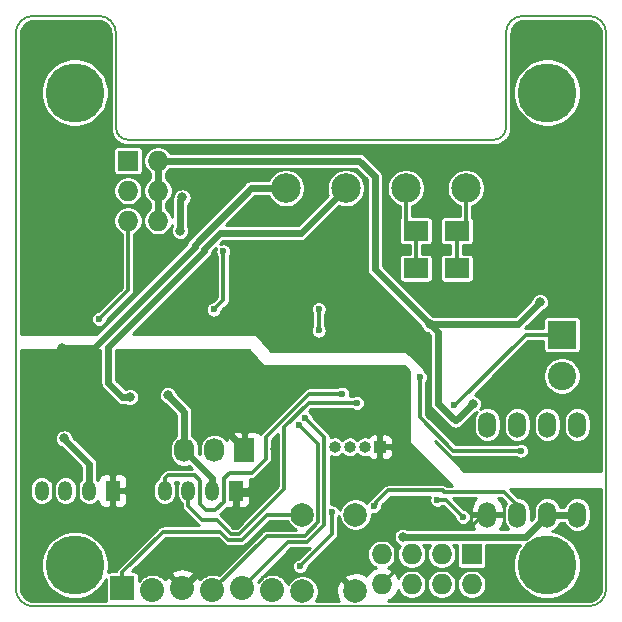
<source format=gbl>
%TF.GenerationSoftware,KiCad,Pcbnew,5.1.10-88a1d61d58~88~ubuntu20.04.1*%
%TF.CreationDate,2021-05-16T15:44:16+02:00*%
%TF.ProjectId,mfx-link2,6d66782d-6c69-46e6-9b32-2e6b69636164,rev?*%
%TF.SameCoordinates,Original*%
%TF.FileFunction,Copper,L2,Bot*%
%TF.FilePolarity,Positive*%
%FSLAX46Y46*%
G04 Gerber Fmt 4.6, Leading zero omitted, Abs format (unit mm)*
G04 Created by KiCad (PCBNEW 5.1.10-88a1d61d58~88~ubuntu20.04.1) date 2021-05-16 15:44:16*
%MOMM*%
%LPD*%
G01*
G04 APERTURE LIST*
%TA.AperFunction,Profile*%
%ADD10C,0.150000*%
%TD*%
%TA.AperFunction,ComponentPad*%
%ADD11O,1.000000X1.000000*%
%TD*%
%TA.AperFunction,ComponentPad*%
%ADD12R,1.000000X1.000000*%
%TD*%
%TA.AperFunction,ComponentPad*%
%ADD13O,1.501140X2.199640*%
%TD*%
%TA.AperFunction,SMDPad,CuDef*%
%ADD14R,2.100580X1.699260*%
%TD*%
%TA.AperFunction,ComponentPad*%
%ADD15C,5.000000*%
%TD*%
%TA.AperFunction,ComponentPad*%
%ADD16R,1.198880X1.699260*%
%TD*%
%TA.AperFunction,ComponentPad*%
%ADD17O,1.198880X1.699260*%
%TD*%
%TA.AperFunction,ComponentPad*%
%ADD18R,1.727200X1.727200*%
%TD*%
%TA.AperFunction,ComponentPad*%
%ADD19O,1.727200X1.727200*%
%TD*%
%TA.AperFunction,ComponentPad*%
%ADD20R,1.727200X2.032000*%
%TD*%
%TA.AperFunction,ComponentPad*%
%ADD21O,1.727200X2.032000*%
%TD*%
%TA.AperFunction,ComponentPad*%
%ADD22R,2.032000X2.032000*%
%TD*%
%TA.AperFunction,ComponentPad*%
%ADD23C,2.032000*%
%TD*%
%TA.AperFunction,ComponentPad*%
%ADD24C,2.400000*%
%TD*%
%TA.AperFunction,ComponentPad*%
%ADD25R,2.400000X2.400000*%
%TD*%
%TA.AperFunction,ComponentPad*%
%ADD26C,2.500000*%
%TD*%
%TA.AperFunction,ComponentPad*%
%ADD27C,1.998980*%
%TD*%
%TA.AperFunction,ViaPad*%
%ADD28C,0.600000*%
%TD*%
%TA.AperFunction,ViaPad*%
%ADD29C,0.800000*%
%TD*%
%TA.AperFunction,Conductor*%
%ADD30C,0.304800*%
%TD*%
%TA.AperFunction,Conductor*%
%ADD31C,0.600000*%
%TD*%
%TA.AperFunction,Conductor*%
%ADD32C,0.300000*%
%TD*%
%TA.AperFunction,Conductor*%
%ADD33C,0.254000*%
%TD*%
%TA.AperFunction,Conductor*%
%ADD34C,0.100000*%
%TD*%
G04 APERTURE END LIST*
D10*
X161950000Y-95350000D02*
X161950000Y-103350000D01*
X168950000Y-93850000D02*
X163450000Y-93850000D01*
X127450000Y-93850000D02*
X121950000Y-93850000D01*
X128950000Y-103350000D02*
X128950000Y-95350000D01*
X160950000Y-104350000D02*
X129950000Y-104350000D01*
X160950000Y-104350000D02*
G75*
G03*
X161950000Y-103350000I0J1000000D01*
G01*
X128950000Y-103350000D02*
G75*
G03*
X129950000Y-104350000I1000000J0D01*
G01*
X128950000Y-95350000D02*
G75*
G03*
X127450000Y-93850000I-1500000J0D01*
G01*
X163450000Y-93850000D02*
G75*
G03*
X161950000Y-95350000I0J-1500000D01*
G01*
X120450000Y-95350000D02*
X120450000Y-142350000D01*
X170450000Y-142350000D02*
X170450000Y-95350000D01*
X120450000Y-142350000D02*
G75*
G03*
X121950000Y-143850000I1500000J0D01*
G01*
X168950000Y-143850000D02*
G75*
G03*
X170450000Y-142350000I0J1500000D01*
G01*
X121950000Y-93850000D02*
G75*
G03*
X120450000Y-95350000I0J-1500000D01*
G01*
X170450000Y-95350000D02*
G75*
G03*
X168950000Y-93850000I-1500000J0D01*
G01*
X168950000Y-143850000D02*
X121950000Y-143850000D01*
D11*
%TO.P,J1,4*%
%TO.N,Net-(J1-Pad4)*%
X147472400Y-130352800D03*
%TO.P,J1,3*%
%TO.N,Net-(J1-Pad3)*%
X148742400Y-130352800D03*
%TO.P,J1,2*%
%TO.N,Net-(J1-Pad2)*%
X150012400Y-130352800D03*
D12*
%TO.P,J1,1*%
%TO.N,GND*%
X151282400Y-130352800D03*
%TD*%
D13*
%TO.P,U1,1*%
%TO.N,Net-(U1-Pad1)*%
X167995600Y-128473200D03*
%TO.P,U1,2*%
%TO.N,Net-(D8-Pad1)*%
X165455600Y-128473200D03*
%TO.P,U1,3*%
%TO.N,/brown*%
X162915600Y-128473200D03*
%TO.P,U1,4*%
%TO.N,N/C*%
X160375600Y-128473200D03*
%TO.P,U1,5*%
%TO.N,GND*%
X160375600Y-136093200D03*
%TO.P,U1,6*%
%TO.N,/PULSE*%
X162915600Y-136093200D03*
%TO.P,U1,7*%
%TO.N,VCC*%
X165455600Y-136093200D03*
%TO.P,U1,8*%
X167995600Y-136093200D03*
%TD*%
D14*
%TO.P,D11,2*%
%TO.N,/rail2*%
X154327860Y-112064800D03*
%TO.P,D11,1*%
%TO.N,/rail1*%
X157787340Y-112064800D03*
%TD*%
%TO.P,D12,2*%
%TO.N,/rail1*%
X157787340Y-115214400D03*
%TO.P,D12,1*%
%TO.N,/rail2*%
X154327860Y-115214400D03*
%TD*%
D15*
%TO.P,REF\u002A\u002A,1*%
%TO.N,N/C*%
X165450000Y-140350000D03*
%TD*%
%TO.P,REF\u002A\u002A,1*%
%TO.N,N/C*%
X125450000Y-140350000D03*
%TD*%
%TO.P,REF\u002A\u002A,1*%
%TO.N,N/C*%
X125450000Y-100350000D03*
%TD*%
D16*
%TO.P,P4,1*%
%TO.N,GND*%
X139070080Y-134061200D03*
D17*
%TO.P,P4,3*%
%TO.N,/TxD*%
X135067040Y-134061200D03*
%TO.P,P4,2*%
%TO.N,VCC*%
X137068560Y-134061200D03*
%TO.P,P4,4*%
%TO.N,/RxD*%
X133068060Y-134061200D03*
%TD*%
D16*
%TO.P,P5,1*%
%TO.N,GND*%
X128668780Y-134061200D03*
D17*
%TO.P,P5,3*%
%TO.N,/SDA*%
X124665740Y-134061200D03*
%TO.P,P5,2*%
%TO.N,VCC*%
X126667260Y-134061200D03*
%TO.P,P5,4*%
%TO.N,/SCL*%
X122666760Y-134061200D03*
%TD*%
D18*
%TO.P,P6,1*%
%TO.N,Net-(P6-Pad1)*%
X129954000Y-106121000D03*
D19*
%TO.P,P6,2*%
%TO.N,Net-(D3-Pad1)*%
X132494000Y-106121000D03*
%TO.P,P6,3*%
%TO.N,Net-(P6-Pad3)*%
X129954000Y-108661000D03*
%TO.P,P6,4*%
%TO.N,Net-(D3-Pad1)*%
X132494000Y-108661000D03*
%TO.P,P6,5*%
%TO.N,Net-(P6-Pad5)*%
X129954000Y-111201000D03*
%TO.P,P6,6*%
%TO.N,Net-(D3-Pad1)*%
X132494000Y-111201000D03*
%TD*%
D20*
%TO.P,P7,1*%
%TO.N,GND*%
X139800000Y-130657600D03*
D21*
%TO.P,P7,2*%
%TO.N,Net-(P7-Pad2)*%
X137260000Y-130657600D03*
%TO.P,P7,3*%
%TO.N,VCC*%
X134720000Y-130657600D03*
%TD*%
D22*
%TO.P,JP1,1*%
%TO.N,/MCLR*%
X129489200Y-142290800D03*
D23*
%TO.P,JP1,2*%
%TO.N,VCC*%
X132029200Y-142494000D03*
%TO.P,JP1,3*%
%TO.N,GND*%
X134569200Y-142290800D03*
%TO.P,JP1,4*%
%TO.N,/PGD*%
X137109200Y-142494000D03*
%TO.P,JP1,5*%
%TO.N,/PGC*%
X139649200Y-142290800D03*
%TO.P,JP1,6*%
%TO.N,Net-(JP1-Pad6)*%
X142189200Y-142494000D03*
%TD*%
D18*
%TO.P,P8,1*%
%TO.N,/RPWM*%
X159050000Y-139450000D03*
D19*
%TO.P,P8,2*%
%TO.N,/LPWM*%
X159050000Y-141990000D03*
%TO.P,P8,3*%
%TO.N,/ENABLE*%
X156510000Y-139450000D03*
%TO.P,P8,4*%
X156510000Y-141990000D03*
%TO.P,P8,5*%
%TO.N,/SENSE*%
X153970000Y-139450000D03*
%TO.P,P8,6*%
X153970000Y-141990000D03*
%TO.P,P8,7*%
%TO.N,VCC*%
X151430000Y-139450000D03*
%TO.P,P8,8*%
%TO.N,GND*%
X151430000Y-141990000D03*
%TD*%
D15*
%TO.P,REF\u002A\u002A,1*%
%TO.N,N/C*%
X165450000Y-100350000D03*
%TD*%
D24*
%TO.P,P2,2*%
%TO.N,/brown*%
X166700000Y-124350000D03*
D25*
%TO.P,P2,1*%
%TO.N,/red*%
X166700000Y-120850000D03*
%TD*%
D26*
%TO.P,P1,4*%
%TO.N,GND*%
X143330000Y-108450000D03*
%TO.P,P1,3*%
%TO.N,/18V+*%
X148410000Y-108450000D03*
%TO.P,P1,1*%
%TO.N,/rail1*%
X158570000Y-108450000D03*
%TO.P,P1,2*%
%TO.N,/rail2*%
X153490000Y-108450000D03*
%TD*%
D27*
%TO.P,SW1,1*%
%TO.N,GND*%
X149214840Y-142595600D03*
%TO.P,SW1,2*%
%TO.N,/MCLR*%
X144713960Y-136093200D03*
%TO.P,SW1,4*%
%TO.N,N/C*%
X144713960Y-142595600D03*
%TO.P,SW1,3*%
X149214840Y-136093200D03*
%TD*%
D28*
%TO.N,GNDA*%
X142671800Y-111353600D03*
X145846800Y-109753400D03*
X156133800Y-106578400D03*
X156083000Y-109956600D03*
X140639800Y-119837200D03*
X163042600Y-96037400D03*
X166141400Y-108305600D03*
X164541200Y-122250200D03*
X168884600Y-120015000D03*
X168859200Y-125044200D03*
X168351200Y-113944400D03*
X164084000Y-114096800D03*
X159969200Y-111328200D03*
X162991800Y-102793800D03*
X167233600Y-130683000D03*
%TO.N,Net-(C1-Pad1)*%
X146100800Y-118668800D03*
X146100800Y-120497600D03*
%TO.N,Net-(C1-Pad2)*%
X138026309Y-113794709D03*
X137210800Y-118719600D03*
%TO.N,GNDA*%
X131191000Y-107632500D03*
X131191000Y-109791500D03*
%TO.N,GND*%
X136525000Y-125450600D03*
X130124200Y-124815600D03*
X149174200Y-140741400D03*
X149148800Y-137769600D03*
D29*
X142430500Y-130492500D03*
X138684000Y-127508000D03*
X124358400Y-121970800D03*
X137644881Y-138492978D03*
X139014947Y-136971510D03*
D28*
X122123200Y-138506200D03*
X122097800Y-142316200D03*
D29*
%TO.N,+5V*%
X134558926Y-109232589D03*
X134378703Y-112056902D03*
%TO.N,VCC*%
X124561600Y-129641600D03*
X133324600Y-125984000D03*
X153212800Y-137972800D03*
D28*
%TO.N,/red*%
X157530800Y-126822200D03*
%TO.N,/TxD*%
X149352000Y-126619000D03*
%TO.N,/RxD*%
X148082000Y-125839580D03*
%TO.N,/RPWM*%
X156151388Y-134831884D03*
X158306466Y-136273052D03*
%TO.N,/PULSE*%
X150799800Y-135341162D03*
%TO.N,/LED*%
X144526000Y-140462000D03*
X147223084Y-135890000D03*
%TO.N,/PGC*%
X144937883Y-127890320D03*
%TO.N,/PGD*%
X144402055Y-128484380D03*
D29*
%TO.N,/18V+*%
X130098800Y-126136400D03*
D28*
%TO.N,Net-(P6-Pad5)*%
X127508000Y-119532400D03*
%TO.N,GNDA*%
X161798000Y-109220000D03*
D29*
%TO.N,Net-(D3-Pad1)*%
X159156400Y-126695200D03*
X155549600Y-119989600D03*
X164847404Y-118108596D03*
D28*
%TO.N,Net-(D8-Pad1)*%
X163218802Y-130675008D03*
X154686000Y-124460000D03*
%TD*%
D30*
%TO.N,Net-(C1-Pad1)*%
X146100800Y-120497600D02*
X146100800Y-118668800D01*
%TO.N,Net-(C1-Pad2)*%
X138026309Y-114218973D02*
X138026309Y-113794709D01*
X138026309Y-117904091D02*
X138026309Y-114218973D01*
X137210800Y-118719600D02*
X138026309Y-117904091D01*
%TO.N,GNDA*%
X131191000Y-109791500D02*
X131191000Y-107632500D01*
D31*
%TO.N,GND*%
X138684000Y-127508000D02*
X138684000Y-129384000D01*
X138684000Y-129384000D02*
X139800000Y-130500000D01*
X135610787Y-113229023D02*
X140389810Y-108450000D01*
X140389810Y-108450000D02*
X143330000Y-108450000D01*
X135610787Y-113411293D02*
X135610787Y-113229023D01*
X127051280Y-121970800D02*
X135610787Y-113411293D01*
X124358400Y-121970800D02*
X127051280Y-121970800D01*
X142430500Y-132072940D02*
X142430500Y-130492500D01*
X139065000Y-134239000D02*
X140264440Y-134239000D01*
X140264440Y-134239000D02*
X142430500Y-132072940D01*
X139065000Y-134239000D02*
X139065000Y-136860349D01*
X139065000Y-136753600D02*
X139065000Y-136860349D01*
X139014947Y-136910402D02*
X139014947Y-136971510D01*
X137644881Y-139215119D02*
X137644881Y-138492978D01*
X134569200Y-142290800D02*
X137644881Y-139215119D01*
X139065000Y-136860349D02*
X139014947Y-136910402D01*
X143197200Y-108450000D02*
X143330000Y-108450000D01*
X143330000Y-108450000D02*
X143330000Y-108405000D01*
D30*
X151430000Y-141990000D02*
X152646001Y-140773999D01*
X152460399Y-138333953D02*
X152460399Y-137611647D01*
X152646001Y-138519555D02*
X152460399Y-138333953D01*
X152460399Y-137611647D02*
X152955426Y-137116620D01*
X152646001Y-140773999D02*
X152646001Y-138519555D01*
X152955426Y-137116620D02*
X159029380Y-137116620D01*
X159029380Y-137116620D02*
X160434000Y-135712000D01*
D31*
%TO.N,+5V*%
X134378703Y-109412812D02*
X134558926Y-109232589D01*
X134378703Y-112056902D02*
X134378703Y-109412812D01*
%TO.N,VCC*%
X137063480Y-132995880D02*
X137063480Y-134239000D01*
X134720000Y-130652400D02*
X137063480Y-132995880D01*
X134720000Y-130500000D02*
X134720000Y-130652400D01*
X126667260Y-134239000D02*
X126667260Y-131798060D01*
X124561600Y-129692400D02*
X124561600Y-129641600D01*
X126667260Y-131798060D02*
X124561600Y-129692400D01*
X134720000Y-127379400D02*
X133324600Y-125984000D01*
X134720000Y-130657600D02*
X134720000Y-127379400D01*
X153228781Y-137956819D02*
X153212800Y-137972800D01*
X163618431Y-137956819D02*
X153228781Y-137956819D01*
X165514000Y-136061250D02*
X163618431Y-137956819D01*
X165514000Y-135712000D02*
X165514000Y-136061250D01*
D32*
%TO.N,/red*%
X166700000Y-120850000D02*
X163630000Y-120850000D01*
X163630000Y-120850000D02*
X157632400Y-126847600D01*
D30*
X157556200Y-126847600D02*
X157530800Y-126822200D01*
X157632400Y-126847600D02*
X157556200Y-126847600D01*
%TO.N,/TxD*%
X143182902Y-133917109D02*
X139376100Y-137723911D01*
X137456750Y-136517010D02*
X136185540Y-136517010D01*
X139376100Y-137723911D02*
X138663651Y-137723911D01*
X149352000Y-126619000D02*
X145243670Y-126619000D01*
X136185540Y-136517010D02*
X135061960Y-135393430D01*
X143182902Y-128679768D02*
X143182902Y-133917109D01*
X145243670Y-126619000D02*
X143182902Y-128679768D01*
X135061960Y-135393430D02*
X135061960Y-134239000D01*
X138663651Y-137723911D02*
X137456750Y-136517010D01*
%TO.N,/RxD*%
X133068060Y-133022340D02*
X133068060Y-134061200D01*
X148082000Y-125839580D02*
X145309180Y-125839580D01*
X145309180Y-125839580D02*
X141614598Y-129534162D01*
X141614598Y-129534162D02*
X141614598Y-131356924D01*
X140434322Y-132537200D02*
X138561488Y-132537200D01*
X137354038Y-135729610D02*
X136584962Y-135729610D01*
X141614598Y-131356924D02*
X140434322Y-132537200D01*
X138561488Y-132537200D02*
X138074400Y-133024288D01*
X136584962Y-135729610D02*
X136067800Y-135212448D01*
X138074400Y-133024288D02*
X138074400Y-135009248D01*
X133324600Y-132765800D02*
X133068060Y-133022340D01*
X138074400Y-135009248D02*
X137354038Y-135729610D01*
X135610600Y-132765800D02*
X133324600Y-132765800D01*
X136067800Y-135212448D02*
X136067800Y-133223000D01*
X136067800Y-133223000D02*
X135610600Y-132765800D01*
%TO.N,/RPWM*%
X156865298Y-134831884D02*
X158306466Y-136273052D01*
X156151388Y-134831884D02*
X156865298Y-134831884D01*
%TO.N,/PULSE*%
X150972799Y-135031201D02*
X150972799Y-135168163D01*
X150972799Y-135168163D02*
X150799800Y-135341162D01*
X161774050Y-134162800D02*
X156729288Y-134162800D01*
X162974000Y-135362750D02*
X161774050Y-134162800D01*
X156605256Y-134038768D02*
X151965232Y-134038768D01*
X156729288Y-134162800D02*
X156605256Y-134038768D01*
X162974000Y-135712000D02*
X162974000Y-135362750D01*
X151965232Y-134038768D02*
X150972799Y-135031201D01*
%TO.N,/LED*%
X144526000Y-140462000D02*
X147223084Y-137764916D01*
X147223084Y-137764916D02*
X147223084Y-135890000D01*
%TO.N,/MCLR*%
X138444695Y-138228722D02*
X139607436Y-138228722D01*
X139607436Y-138228722D02*
X141742958Y-136093200D01*
X141742958Y-136093200D02*
X144713960Y-136093200D01*
X137757735Y-137541762D02*
X138444695Y-138228722D01*
X129489200Y-140970000D02*
X132917438Y-137541762D01*
X129489200Y-142290800D02*
X129489200Y-140970000D01*
X132917438Y-137541762D02*
X137757735Y-137541762D01*
%TO.N,/PGC*%
X143544811Y-138395189D02*
X145126681Y-138395189D01*
X139649200Y-142290800D02*
X143544811Y-138395189D01*
X145126681Y-138395189D02*
X146570662Y-136951208D01*
X146570662Y-129523099D02*
X144937883Y-127890320D01*
X146570662Y-136951208D02*
X146570662Y-129523099D01*
%TO.N,/PGD*%
X137109200Y-142494000D02*
X141712822Y-137890378D01*
X144917582Y-137890378D02*
X146065851Y-136742109D01*
X146065851Y-130148176D02*
X144402055Y-128484380D01*
X141712822Y-137890378D02*
X144917582Y-137890378D01*
X146065851Y-136742109D02*
X146065851Y-130148176D01*
D31*
%TO.N,/18V+*%
X137754196Y-112217000D02*
X136410798Y-113560398D01*
X144643000Y-112217000D02*
X137754196Y-112217000D01*
X148410000Y-108450000D02*
X144643000Y-112217000D01*
X136410798Y-113560398D02*
X136410798Y-113761202D01*
X136410798Y-113761202D02*
X128303000Y-121869000D01*
X128303000Y-121869000D02*
X128303000Y-124950200D01*
X129489200Y-126136400D02*
X130098800Y-126136400D01*
X128303000Y-124950200D02*
X129489200Y-126136400D01*
X148410000Y-108450000D02*
X149182200Y-108450000D01*
D30*
%TO.N,Net-(P6-Pad5)*%
X129954000Y-111201000D02*
X129954000Y-117086400D01*
X129954000Y-117086400D02*
X127508000Y-119532400D01*
D31*
%TO.N,VCC*%
X167995600Y-136093200D02*
X165455600Y-136093200D01*
D30*
%TO.N,/rail1*%
X158570000Y-108450000D02*
X158570000Y-111282140D01*
X158570000Y-111282140D02*
X157787340Y-112064800D01*
X157787340Y-112064800D02*
X157787340Y-115214400D01*
%TO.N,/rail2*%
X153490000Y-108450000D02*
X153490000Y-111226940D01*
X153490000Y-111226940D02*
X154327860Y-112064800D01*
X154327860Y-112064800D02*
X154327860Y-115214400D01*
D31*
%TO.N,Net-(D3-Pad1)*%
X132494000Y-108661000D02*
X132494000Y-111201000D01*
X132494000Y-106121000D02*
X132494000Y-108661000D01*
X157608174Y-128117600D02*
X156227411Y-126736837D01*
X156227411Y-126736837D02*
X156227411Y-120667411D01*
X159156400Y-126695200D02*
X157734000Y-128117600D01*
X157734000Y-128117600D02*
X157608174Y-128117600D01*
X156227411Y-120667411D02*
X155549600Y-119989600D01*
X155549600Y-119989600D02*
X162966400Y-119989600D01*
X162966400Y-119989600D02*
X164847404Y-118108596D01*
X150837810Y-115277810D02*
X155549600Y-119989600D01*
X149556375Y-106133989D02*
X150837810Y-107415424D01*
X136339697Y-106133989D02*
X149556375Y-106133989D01*
X132494000Y-111201000D02*
X132494000Y-109979686D01*
X150837810Y-107415424D02*
X150837810Y-115277810D01*
D30*
X132506989Y-106133989D02*
X132494000Y-106121000D01*
D31*
X136339697Y-106133989D02*
X132506989Y-106133989D01*
D30*
%TO.N,Net-(D8-Pad1)*%
X154654840Y-127832440D02*
X154654840Y-124460000D01*
X157497408Y-130675008D02*
X154654840Y-127832440D01*
X163218802Y-130675008D02*
X157497408Y-130675008D01*
X154654840Y-124460000D02*
X154686000Y-124460000D01*
%TD*%
D33*
%TO.N,GND*%
X127622001Y-124916737D02*
X127618705Y-124950200D01*
X127631854Y-125083698D01*
X127668044Y-125203000D01*
X127670795Y-125212068D01*
X127734031Y-125330374D01*
X127819131Y-125434070D01*
X127845122Y-125455400D01*
X128984000Y-126594279D01*
X129005330Y-126620270D01*
X129109026Y-126705370D01*
X129227332Y-126768606D01*
X129316760Y-126795733D01*
X129355700Y-126807546D01*
X129489199Y-126820695D01*
X129522652Y-126817400D01*
X129712226Y-126817400D01*
X129728858Y-126828513D01*
X129870991Y-126887387D01*
X130021878Y-126917400D01*
X130175722Y-126917400D01*
X130326609Y-126887387D01*
X130468742Y-126828513D01*
X130596659Y-126743042D01*
X130705442Y-126634259D01*
X130790913Y-126506342D01*
X130849787Y-126364209D01*
X130879800Y-126213322D01*
X130879800Y-126059478D01*
X130849787Y-125908591D01*
X130790913Y-125766458D01*
X130705442Y-125638541D01*
X130596659Y-125529758D01*
X130468742Y-125444287D01*
X130326609Y-125385413D01*
X130175722Y-125355400D01*
X130021878Y-125355400D01*
X129870991Y-125385413D01*
X129750996Y-125435117D01*
X128984000Y-124668122D01*
X128984000Y-122151078D01*
X129008078Y-122127000D01*
X140241587Y-122127000D01*
X141403574Y-123482651D01*
X141421552Y-123499874D01*
X141442543Y-123513260D01*
X141465743Y-123522293D01*
X141500000Y-123527000D01*
X153347394Y-123527000D01*
X153773000Y-123952606D01*
X153773000Y-130048000D01*
X153775440Y-130072776D01*
X153782667Y-130096601D01*
X153794403Y-130118557D01*
X153811086Y-130138683D01*
X157371261Y-133629400D01*
X156947242Y-133629400D01*
X156903031Y-133593117D01*
X156810367Y-133543587D01*
X156709821Y-133513087D01*
X156631451Y-133505368D01*
X156631443Y-133505368D01*
X156605256Y-133502789D01*
X156579069Y-133505368D01*
X151991418Y-133505368D01*
X151965231Y-133502789D01*
X151939044Y-133505368D01*
X151939037Y-133505368D01*
X151860667Y-133513087D01*
X151760121Y-133543587D01*
X151667457Y-133593117D01*
X151613841Y-133637119D01*
X151586237Y-133659773D01*
X151569541Y-133680117D01*
X150614153Y-134635506D01*
X150593804Y-134652206D01*
X150547584Y-134708525D01*
X150477226Y-134737668D01*
X150365688Y-134812195D01*
X150270833Y-134907050D01*
X150196306Y-135018588D01*
X150165913Y-135091965D01*
X150094851Y-135020903D01*
X149868747Y-134869825D01*
X149617514Y-134765761D01*
X149350806Y-134712710D01*
X149078874Y-134712710D01*
X148812166Y-134765761D01*
X148560933Y-134869825D01*
X148334829Y-135020903D01*
X148142543Y-135213189D01*
X147991465Y-135439293D01*
X147887401Y-135690526D01*
X147882574Y-135714793D01*
X147877913Y-135691360D01*
X147826578Y-135567426D01*
X147752051Y-135455888D01*
X147657196Y-135361033D01*
X147545658Y-135286506D01*
X147421724Y-135235171D01*
X147290157Y-135209000D01*
X147156011Y-135209000D01*
X147104062Y-135219334D01*
X147104062Y-131153817D01*
X147215422Y-131199944D01*
X147385629Y-131233800D01*
X147559171Y-131233800D01*
X147729378Y-131199944D01*
X147889710Y-131133532D01*
X148034005Y-131037118D01*
X148107400Y-130963723D01*
X148180795Y-131037118D01*
X148325090Y-131133532D01*
X148485422Y-131199944D01*
X148655629Y-131233800D01*
X148829171Y-131233800D01*
X148999378Y-131199944D01*
X149159710Y-131133532D01*
X149304005Y-131037118D01*
X149377400Y-130963723D01*
X149450795Y-131037118D01*
X149595090Y-131133532D01*
X149755422Y-131199944D01*
X149925629Y-131233800D01*
X150099171Y-131233800D01*
X150249995Y-131203799D01*
X150251863Y-131207294D01*
X150331215Y-131303985D01*
X150427906Y-131383337D01*
X150538220Y-131442302D01*
X150657918Y-131478612D01*
X150782400Y-131490872D01*
X150996650Y-131487800D01*
X151155400Y-131329050D01*
X151155400Y-130479800D01*
X151409400Y-130479800D01*
X151409400Y-131329050D01*
X151568150Y-131487800D01*
X151782400Y-131490872D01*
X151906882Y-131478612D01*
X152026580Y-131442302D01*
X152136894Y-131383337D01*
X152233585Y-131303985D01*
X152312937Y-131207294D01*
X152371902Y-131096980D01*
X152408212Y-130977282D01*
X152420472Y-130852800D01*
X152417400Y-130638550D01*
X152258650Y-130479800D01*
X151409400Y-130479800D01*
X151155400Y-130479800D01*
X151135400Y-130479800D01*
X151135400Y-130225800D01*
X151155400Y-130225800D01*
X151155400Y-129376550D01*
X151409400Y-129376550D01*
X151409400Y-130225800D01*
X152258650Y-130225800D01*
X152417400Y-130067050D01*
X152420472Y-129852800D01*
X152408212Y-129728318D01*
X152371902Y-129608620D01*
X152312937Y-129498306D01*
X152233585Y-129401615D01*
X152136894Y-129322263D01*
X152026580Y-129263298D01*
X151906882Y-129226988D01*
X151782400Y-129214728D01*
X151568150Y-129217800D01*
X151409400Y-129376550D01*
X151155400Y-129376550D01*
X150996650Y-129217800D01*
X150782400Y-129214728D01*
X150657918Y-129226988D01*
X150538220Y-129263298D01*
X150427906Y-129322263D01*
X150331215Y-129401615D01*
X150251863Y-129498306D01*
X150249995Y-129501801D01*
X150099171Y-129471800D01*
X149925629Y-129471800D01*
X149755422Y-129505656D01*
X149595090Y-129572068D01*
X149450795Y-129668482D01*
X149377400Y-129741877D01*
X149304005Y-129668482D01*
X149159710Y-129572068D01*
X148999378Y-129505656D01*
X148829171Y-129471800D01*
X148655629Y-129471800D01*
X148485422Y-129505656D01*
X148325090Y-129572068D01*
X148180795Y-129668482D01*
X148107400Y-129741877D01*
X148034005Y-129668482D01*
X147889710Y-129572068D01*
X147729378Y-129505656D01*
X147559171Y-129471800D01*
X147385629Y-129471800D01*
X147215422Y-129505656D01*
X147104062Y-129551783D01*
X147104062Y-129549285D01*
X147106641Y-129523098D01*
X147104062Y-129496911D01*
X147104062Y-129496904D01*
X147096343Y-129418534D01*
X147065843Y-129317988D01*
X147016313Y-129225324D01*
X146967118Y-129165380D01*
X146966355Y-129164450D01*
X146966353Y-129164448D01*
X146949657Y-129144104D01*
X146929313Y-129127408D01*
X145617327Y-127815422D01*
X145592712Y-127691680D01*
X145541377Y-127567746D01*
X145466850Y-127456208D01*
X145371995Y-127361353D01*
X145302256Y-127314755D01*
X145464612Y-127152400D01*
X148924522Y-127152400D01*
X149029426Y-127222494D01*
X149153360Y-127273829D01*
X149284927Y-127300000D01*
X149419073Y-127300000D01*
X149550640Y-127273829D01*
X149674574Y-127222494D01*
X149786112Y-127147967D01*
X149880967Y-127053112D01*
X149955494Y-126941574D01*
X150006829Y-126817640D01*
X150033000Y-126686073D01*
X150033000Y-126551927D01*
X150006829Y-126420360D01*
X149955494Y-126296426D01*
X149880967Y-126184888D01*
X149786112Y-126090033D01*
X149674574Y-126015506D01*
X149550640Y-125964171D01*
X149419073Y-125938000D01*
X149284927Y-125938000D01*
X149153360Y-125964171D01*
X149029426Y-126015506D01*
X148924522Y-126085600D01*
X148717204Y-126085600D01*
X148736829Y-126038220D01*
X148763000Y-125906653D01*
X148763000Y-125772507D01*
X148736829Y-125640940D01*
X148685494Y-125517006D01*
X148610967Y-125405468D01*
X148516112Y-125310613D01*
X148404574Y-125236086D01*
X148280640Y-125184751D01*
X148149073Y-125158580D01*
X148014927Y-125158580D01*
X147883360Y-125184751D01*
X147759426Y-125236086D01*
X147654522Y-125306180D01*
X145335367Y-125306180D01*
X145309180Y-125303601D01*
X145282993Y-125306180D01*
X145282985Y-125306180D01*
X145204615Y-125313899D01*
X145104069Y-125344399D01*
X145011405Y-125393929D01*
X144930185Y-125460585D01*
X144913489Y-125480929D01*
X141255953Y-129138466D01*
X141235603Y-129155167D01*
X141168947Y-129236387D01*
X141162465Y-129248514D01*
X141114785Y-129190415D01*
X141018094Y-129111063D01*
X140907780Y-129052098D01*
X140788082Y-129015788D01*
X140663600Y-129003528D01*
X140085750Y-129006600D01*
X139927000Y-129165350D01*
X139927000Y-130530600D01*
X139947000Y-130530600D01*
X139947000Y-130784600D01*
X139927000Y-130784600D01*
X139927000Y-130804600D01*
X139673000Y-130804600D01*
X139673000Y-130784600D01*
X139653000Y-130784600D01*
X139653000Y-130530600D01*
X139673000Y-130530600D01*
X139673000Y-129165350D01*
X139514250Y-129006600D01*
X138936400Y-129003528D01*
X138811918Y-129015788D01*
X138692220Y-129052098D01*
X138581906Y-129111063D01*
X138485215Y-129190415D01*
X138405863Y-129287106D01*
X138346898Y-129397420D01*
X138310588Y-129517118D01*
X138298328Y-129641600D01*
X138299034Y-129809394D01*
X138144323Y-129620877D01*
X137954808Y-129465346D01*
X137738592Y-129349776D01*
X137503984Y-129278608D01*
X137260000Y-129254578D01*
X137016017Y-129278608D01*
X136781409Y-129349776D01*
X136565193Y-129465346D01*
X136375678Y-129620877D01*
X136220147Y-129810392D01*
X136104576Y-130026608D01*
X136033408Y-130261216D01*
X136015400Y-130444057D01*
X136015400Y-130871142D01*
X136027809Y-130997130D01*
X135958971Y-130928293D01*
X135964600Y-130871143D01*
X135964600Y-130444058D01*
X135946592Y-130261217D01*
X135875424Y-130026609D01*
X135759854Y-129810393D01*
X135604323Y-129620877D01*
X135414808Y-129465346D01*
X135401000Y-129457965D01*
X135401000Y-127412853D01*
X135404295Y-127379400D01*
X135391146Y-127245901D01*
X135352206Y-127117531D01*
X135288970Y-126999226D01*
X135287960Y-126997995D01*
X135203870Y-126895530D01*
X135177879Y-126874200D01*
X134079490Y-125775812D01*
X134075587Y-125756191D01*
X134016713Y-125614058D01*
X133931242Y-125486141D01*
X133822459Y-125377358D01*
X133694542Y-125291887D01*
X133552409Y-125233013D01*
X133401522Y-125203000D01*
X133247678Y-125203000D01*
X133096791Y-125233013D01*
X132954658Y-125291887D01*
X132826741Y-125377358D01*
X132717958Y-125486141D01*
X132632487Y-125614058D01*
X132573613Y-125756191D01*
X132543600Y-125907078D01*
X132543600Y-126060922D01*
X132573613Y-126211809D01*
X132632487Y-126353942D01*
X132717958Y-126481859D01*
X132826741Y-126590642D01*
X132954658Y-126676113D01*
X133096791Y-126734987D01*
X133116412Y-126738890D01*
X134039001Y-127661480D01*
X134039000Y-129457966D01*
X134025193Y-129465346D01*
X133835678Y-129620877D01*
X133680147Y-129810392D01*
X133564576Y-130026608D01*
X133493408Y-130261216D01*
X133475400Y-130444057D01*
X133475400Y-130871142D01*
X133493408Y-131053983D01*
X133564576Y-131288591D01*
X133680146Y-131504807D01*
X133835677Y-131694323D01*
X134025192Y-131849854D01*
X134241408Y-131965424D01*
X134476016Y-132036592D01*
X134720000Y-132060622D01*
X134963983Y-132036592D01*
X135099887Y-131995366D01*
X135336921Y-132232400D01*
X133350786Y-132232400D01*
X133324599Y-132229821D01*
X133298412Y-132232400D01*
X133298405Y-132232400D01*
X133220035Y-132240119D01*
X133119489Y-132270619D01*
X133026825Y-132320149D01*
X132945605Y-132386805D01*
X132928904Y-132407155D01*
X132709415Y-132626644D01*
X132689065Y-132643345D01*
X132622409Y-132724565D01*
X132572879Y-132817230D01*
X132542379Y-132917776D01*
X132535880Y-132983758D01*
X132520723Y-132991860D01*
X132371431Y-133114380D01*
X132248911Y-133263672D01*
X132157870Y-133433997D01*
X132101807Y-133618810D01*
X132087620Y-133762853D01*
X132087620Y-134359546D01*
X132101807Y-134503589D01*
X132157870Y-134688402D01*
X132248910Y-134858728D01*
X132371430Y-135008020D01*
X132520722Y-135130540D01*
X132691047Y-135221580D01*
X132875860Y-135277643D01*
X133068060Y-135296573D01*
X133260259Y-135277643D01*
X133445072Y-135221580D01*
X133615398Y-135130540D01*
X133764690Y-135008020D01*
X133887210Y-134858728D01*
X133978250Y-134688403D01*
X134034313Y-134503590D01*
X134048500Y-134359547D01*
X134048500Y-133762854D01*
X134034313Y-133618811D01*
X133978250Y-133433997D01*
X133906200Y-133299200D01*
X134228901Y-133299200D01*
X134156850Y-133433997D01*
X134100787Y-133618810D01*
X134086600Y-133762853D01*
X134086600Y-134359546D01*
X134100787Y-134503589D01*
X134156850Y-134688402D01*
X134247890Y-134858728D01*
X134370410Y-135008020D01*
X134519702Y-135130540D01*
X134528560Y-135135275D01*
X134528560Y-135367243D01*
X134525981Y-135393430D01*
X134528560Y-135419617D01*
X134528560Y-135419624D01*
X134536279Y-135497994D01*
X134566779Y-135598540D01*
X134616309Y-135691205D01*
X134682965Y-135772425D01*
X134703314Y-135789125D01*
X135789849Y-136875661D01*
X135806545Y-136896005D01*
X135826889Y-136912701D01*
X135826891Y-136912703D01*
X135877275Y-136954052D01*
X135887765Y-136962661D01*
X135973265Y-137008362D01*
X132943632Y-137008362D01*
X132917438Y-137005782D01*
X132891244Y-137008362D01*
X132891243Y-137008362D01*
X132812873Y-137016081D01*
X132712327Y-137046581D01*
X132619663Y-137096111D01*
X132538443Y-137162767D01*
X132521742Y-137183117D01*
X129130550Y-140574309D01*
X129110206Y-140591005D01*
X129093510Y-140611349D01*
X129093507Y-140611352D01*
X129070874Y-140638931D01*
X129043550Y-140672225D01*
X129043549Y-140672227D01*
X128994019Y-140764890D01*
X128963519Y-140865436D01*
X128960907Y-140891957D01*
X128473200Y-140891957D01*
X128398511Y-140899313D01*
X128326692Y-140921099D01*
X128267556Y-140952708D01*
X128331000Y-140633754D01*
X128331000Y-140066246D01*
X128220285Y-139509643D01*
X128003109Y-138985335D01*
X127687819Y-138513470D01*
X127286530Y-138112181D01*
X126814665Y-137796891D01*
X126290357Y-137579715D01*
X125733754Y-137469000D01*
X125166246Y-137469000D01*
X124609643Y-137579715D01*
X124085335Y-137796891D01*
X123613470Y-138112181D01*
X123212181Y-138513470D01*
X122896891Y-138985335D01*
X122679715Y-139509643D01*
X122569000Y-140066246D01*
X122569000Y-140633754D01*
X122679715Y-141190357D01*
X122896891Y-141714665D01*
X123212181Y-142186530D01*
X123613470Y-142587819D01*
X124085335Y-142903109D01*
X124609643Y-143120285D01*
X125166246Y-143231000D01*
X125733754Y-143231000D01*
X126290357Y-143120285D01*
X126814665Y-142903109D01*
X127286530Y-142587819D01*
X127687819Y-142186530D01*
X128003109Y-141714665D01*
X128090357Y-141504030D01*
X128090357Y-143306800D01*
X128097713Y-143381489D01*
X128101508Y-143394000D01*
X121972304Y-143394000D01*
X121747641Y-143371972D01*
X121552994Y-143313204D01*
X121373470Y-143217749D01*
X121215901Y-143089237D01*
X121086297Y-142932573D01*
X120989591Y-142753721D01*
X120929465Y-142559485D01*
X120906000Y-142336223D01*
X120906000Y-133762853D01*
X121686320Y-133762853D01*
X121686320Y-134359546D01*
X121700507Y-134503589D01*
X121756570Y-134688402D01*
X121847610Y-134858728D01*
X121970130Y-135008020D01*
X122119422Y-135130540D01*
X122289747Y-135221580D01*
X122474560Y-135277643D01*
X122666760Y-135296573D01*
X122858959Y-135277643D01*
X123043772Y-135221580D01*
X123214098Y-135130540D01*
X123363390Y-135008020D01*
X123485910Y-134858728D01*
X123576950Y-134688403D01*
X123633013Y-134503590D01*
X123647200Y-134359547D01*
X123647200Y-133762854D01*
X123647200Y-133762853D01*
X123685300Y-133762853D01*
X123685300Y-134359546D01*
X123699487Y-134503589D01*
X123755550Y-134688402D01*
X123846590Y-134858728D01*
X123969110Y-135008020D01*
X124118402Y-135130540D01*
X124288727Y-135221580D01*
X124473540Y-135277643D01*
X124665740Y-135296573D01*
X124857939Y-135277643D01*
X125042752Y-135221580D01*
X125213078Y-135130540D01*
X125362370Y-135008020D01*
X125484890Y-134858728D01*
X125575930Y-134688403D01*
X125631993Y-134503590D01*
X125646180Y-134359547D01*
X125646180Y-133762854D01*
X125631993Y-133618811D01*
X125575930Y-133433997D01*
X125484890Y-133263672D01*
X125362370Y-133114380D01*
X125213078Y-132991860D01*
X125042753Y-132900820D01*
X124857940Y-132844757D01*
X124665740Y-132825827D01*
X124473541Y-132844757D01*
X124288728Y-132900820D01*
X124118403Y-132991860D01*
X123969111Y-133114380D01*
X123846591Y-133263672D01*
X123755550Y-133433997D01*
X123699487Y-133618810D01*
X123685300Y-133762853D01*
X123647200Y-133762853D01*
X123633013Y-133618811D01*
X123576950Y-133433997D01*
X123485910Y-133263672D01*
X123363390Y-133114380D01*
X123214098Y-132991860D01*
X123043773Y-132900820D01*
X122858960Y-132844757D01*
X122666760Y-132825827D01*
X122474561Y-132844757D01*
X122289748Y-132900820D01*
X122119423Y-132991860D01*
X121970131Y-133114380D01*
X121847611Y-133263672D01*
X121756570Y-133433997D01*
X121700507Y-133618810D01*
X121686320Y-133762853D01*
X120906000Y-133762853D01*
X120906000Y-129564678D01*
X123780600Y-129564678D01*
X123780600Y-129718522D01*
X123810613Y-129869409D01*
X123869487Y-130011542D01*
X123954958Y-130139459D01*
X124063741Y-130248242D01*
X124191658Y-130333713D01*
X124273902Y-130367780D01*
X125986261Y-132080140D01*
X125986260Y-133101553D01*
X125970631Y-133114380D01*
X125848111Y-133263672D01*
X125757070Y-133433997D01*
X125701007Y-133618810D01*
X125686820Y-133762853D01*
X125686820Y-134359546D01*
X125701007Y-134503589D01*
X125757070Y-134688402D01*
X125848110Y-134858728D01*
X125970630Y-135008020D01*
X126119922Y-135130540D01*
X126290247Y-135221580D01*
X126475060Y-135277643D01*
X126667260Y-135296573D01*
X126859459Y-135277643D01*
X127044272Y-135221580D01*
X127214598Y-135130540D01*
X127363890Y-135008020D01*
X127432595Y-134924302D01*
X127443528Y-135035312D01*
X127479838Y-135155010D01*
X127538803Y-135265324D01*
X127618155Y-135362015D01*
X127714846Y-135441367D01*
X127825160Y-135500332D01*
X127944858Y-135536642D01*
X128069340Y-135548902D01*
X128383030Y-135545830D01*
X128541780Y-135387080D01*
X128541780Y-134188200D01*
X128795780Y-134188200D01*
X128795780Y-135387080D01*
X128954530Y-135545830D01*
X129268220Y-135548902D01*
X129392702Y-135536642D01*
X129512400Y-135500332D01*
X129622714Y-135441367D01*
X129719405Y-135362015D01*
X129798757Y-135265324D01*
X129857722Y-135155010D01*
X129894032Y-135035312D01*
X129906292Y-134910830D01*
X129903220Y-134346950D01*
X129744470Y-134188200D01*
X128795780Y-134188200D01*
X128541780Y-134188200D01*
X128521780Y-134188200D01*
X128521780Y-133934200D01*
X128541780Y-133934200D01*
X128541780Y-132735320D01*
X128795780Y-132735320D01*
X128795780Y-133934200D01*
X129744470Y-133934200D01*
X129903220Y-133775450D01*
X129906292Y-133211570D01*
X129894032Y-133087088D01*
X129857722Y-132967390D01*
X129798757Y-132857076D01*
X129719405Y-132760385D01*
X129622714Y-132681033D01*
X129512400Y-132622068D01*
X129392702Y-132585758D01*
X129268220Y-132573498D01*
X128954530Y-132576570D01*
X128795780Y-132735320D01*
X128541780Y-132735320D01*
X128383030Y-132576570D01*
X128069340Y-132573498D01*
X127944858Y-132585758D01*
X127825160Y-132622068D01*
X127714846Y-132681033D01*
X127618155Y-132760385D01*
X127538803Y-132857076D01*
X127479838Y-132967390D01*
X127443528Y-133087088D01*
X127432595Y-133198098D01*
X127363890Y-133114380D01*
X127348260Y-133101553D01*
X127348260Y-131831513D01*
X127351555Y-131798060D01*
X127338406Y-131664561D01*
X127307305Y-131562035D01*
X127299466Y-131536192D01*
X127236230Y-131417886D01*
X127151130Y-131314190D01*
X127125139Y-131292860D01*
X125329103Y-129496825D01*
X125312587Y-129413791D01*
X125253713Y-129271658D01*
X125168242Y-129143741D01*
X125059459Y-129034958D01*
X124931542Y-128949487D01*
X124789409Y-128890613D01*
X124638522Y-128860600D01*
X124484678Y-128860600D01*
X124333791Y-128890613D01*
X124191658Y-128949487D01*
X124063741Y-129034958D01*
X123954958Y-129143741D01*
X123869487Y-129271658D01*
X123810613Y-129413791D01*
X123780600Y-129564678D01*
X120906000Y-129564678D01*
X120906000Y-122127000D01*
X127622000Y-122127000D01*
X127622001Y-124916737D01*
%TA.AperFunction,Conductor*%
D34*
G36*
X127622001Y-124916737D02*
G01*
X127618705Y-124950200D01*
X127631854Y-125083698D01*
X127668044Y-125203000D01*
X127670795Y-125212068D01*
X127734031Y-125330374D01*
X127819131Y-125434070D01*
X127845122Y-125455400D01*
X128984000Y-126594279D01*
X129005330Y-126620270D01*
X129109026Y-126705370D01*
X129227332Y-126768606D01*
X129316760Y-126795733D01*
X129355700Y-126807546D01*
X129489199Y-126820695D01*
X129522652Y-126817400D01*
X129712226Y-126817400D01*
X129728858Y-126828513D01*
X129870991Y-126887387D01*
X130021878Y-126917400D01*
X130175722Y-126917400D01*
X130326609Y-126887387D01*
X130468742Y-126828513D01*
X130596659Y-126743042D01*
X130705442Y-126634259D01*
X130790913Y-126506342D01*
X130849787Y-126364209D01*
X130879800Y-126213322D01*
X130879800Y-126059478D01*
X130849787Y-125908591D01*
X130790913Y-125766458D01*
X130705442Y-125638541D01*
X130596659Y-125529758D01*
X130468742Y-125444287D01*
X130326609Y-125385413D01*
X130175722Y-125355400D01*
X130021878Y-125355400D01*
X129870991Y-125385413D01*
X129750996Y-125435117D01*
X128984000Y-124668122D01*
X128984000Y-122151078D01*
X129008078Y-122127000D01*
X140241587Y-122127000D01*
X141403574Y-123482651D01*
X141421552Y-123499874D01*
X141442543Y-123513260D01*
X141465743Y-123522293D01*
X141500000Y-123527000D01*
X153347394Y-123527000D01*
X153773000Y-123952606D01*
X153773000Y-130048000D01*
X153775440Y-130072776D01*
X153782667Y-130096601D01*
X153794403Y-130118557D01*
X153811086Y-130138683D01*
X157371261Y-133629400D01*
X156947242Y-133629400D01*
X156903031Y-133593117D01*
X156810367Y-133543587D01*
X156709821Y-133513087D01*
X156631451Y-133505368D01*
X156631443Y-133505368D01*
X156605256Y-133502789D01*
X156579069Y-133505368D01*
X151991418Y-133505368D01*
X151965231Y-133502789D01*
X151939044Y-133505368D01*
X151939037Y-133505368D01*
X151860667Y-133513087D01*
X151760121Y-133543587D01*
X151667457Y-133593117D01*
X151613841Y-133637119D01*
X151586237Y-133659773D01*
X151569541Y-133680117D01*
X150614153Y-134635506D01*
X150593804Y-134652206D01*
X150547584Y-134708525D01*
X150477226Y-134737668D01*
X150365688Y-134812195D01*
X150270833Y-134907050D01*
X150196306Y-135018588D01*
X150165913Y-135091965D01*
X150094851Y-135020903D01*
X149868747Y-134869825D01*
X149617514Y-134765761D01*
X149350806Y-134712710D01*
X149078874Y-134712710D01*
X148812166Y-134765761D01*
X148560933Y-134869825D01*
X148334829Y-135020903D01*
X148142543Y-135213189D01*
X147991465Y-135439293D01*
X147887401Y-135690526D01*
X147882574Y-135714793D01*
X147877913Y-135691360D01*
X147826578Y-135567426D01*
X147752051Y-135455888D01*
X147657196Y-135361033D01*
X147545658Y-135286506D01*
X147421724Y-135235171D01*
X147290157Y-135209000D01*
X147156011Y-135209000D01*
X147104062Y-135219334D01*
X147104062Y-131153817D01*
X147215422Y-131199944D01*
X147385629Y-131233800D01*
X147559171Y-131233800D01*
X147729378Y-131199944D01*
X147889710Y-131133532D01*
X148034005Y-131037118D01*
X148107400Y-130963723D01*
X148180795Y-131037118D01*
X148325090Y-131133532D01*
X148485422Y-131199944D01*
X148655629Y-131233800D01*
X148829171Y-131233800D01*
X148999378Y-131199944D01*
X149159710Y-131133532D01*
X149304005Y-131037118D01*
X149377400Y-130963723D01*
X149450795Y-131037118D01*
X149595090Y-131133532D01*
X149755422Y-131199944D01*
X149925629Y-131233800D01*
X150099171Y-131233800D01*
X150249995Y-131203799D01*
X150251863Y-131207294D01*
X150331215Y-131303985D01*
X150427906Y-131383337D01*
X150538220Y-131442302D01*
X150657918Y-131478612D01*
X150782400Y-131490872D01*
X150996650Y-131487800D01*
X151155400Y-131329050D01*
X151155400Y-130479800D01*
X151409400Y-130479800D01*
X151409400Y-131329050D01*
X151568150Y-131487800D01*
X151782400Y-131490872D01*
X151906882Y-131478612D01*
X152026580Y-131442302D01*
X152136894Y-131383337D01*
X152233585Y-131303985D01*
X152312937Y-131207294D01*
X152371902Y-131096980D01*
X152408212Y-130977282D01*
X152420472Y-130852800D01*
X152417400Y-130638550D01*
X152258650Y-130479800D01*
X151409400Y-130479800D01*
X151155400Y-130479800D01*
X151135400Y-130479800D01*
X151135400Y-130225800D01*
X151155400Y-130225800D01*
X151155400Y-129376550D01*
X151409400Y-129376550D01*
X151409400Y-130225800D01*
X152258650Y-130225800D01*
X152417400Y-130067050D01*
X152420472Y-129852800D01*
X152408212Y-129728318D01*
X152371902Y-129608620D01*
X152312937Y-129498306D01*
X152233585Y-129401615D01*
X152136894Y-129322263D01*
X152026580Y-129263298D01*
X151906882Y-129226988D01*
X151782400Y-129214728D01*
X151568150Y-129217800D01*
X151409400Y-129376550D01*
X151155400Y-129376550D01*
X150996650Y-129217800D01*
X150782400Y-129214728D01*
X150657918Y-129226988D01*
X150538220Y-129263298D01*
X150427906Y-129322263D01*
X150331215Y-129401615D01*
X150251863Y-129498306D01*
X150249995Y-129501801D01*
X150099171Y-129471800D01*
X149925629Y-129471800D01*
X149755422Y-129505656D01*
X149595090Y-129572068D01*
X149450795Y-129668482D01*
X149377400Y-129741877D01*
X149304005Y-129668482D01*
X149159710Y-129572068D01*
X148999378Y-129505656D01*
X148829171Y-129471800D01*
X148655629Y-129471800D01*
X148485422Y-129505656D01*
X148325090Y-129572068D01*
X148180795Y-129668482D01*
X148107400Y-129741877D01*
X148034005Y-129668482D01*
X147889710Y-129572068D01*
X147729378Y-129505656D01*
X147559171Y-129471800D01*
X147385629Y-129471800D01*
X147215422Y-129505656D01*
X147104062Y-129551783D01*
X147104062Y-129549285D01*
X147106641Y-129523098D01*
X147104062Y-129496911D01*
X147104062Y-129496904D01*
X147096343Y-129418534D01*
X147065843Y-129317988D01*
X147016313Y-129225324D01*
X146967118Y-129165380D01*
X146966355Y-129164450D01*
X146966353Y-129164448D01*
X146949657Y-129144104D01*
X146929313Y-129127408D01*
X145617327Y-127815422D01*
X145592712Y-127691680D01*
X145541377Y-127567746D01*
X145466850Y-127456208D01*
X145371995Y-127361353D01*
X145302256Y-127314755D01*
X145464612Y-127152400D01*
X148924522Y-127152400D01*
X149029426Y-127222494D01*
X149153360Y-127273829D01*
X149284927Y-127300000D01*
X149419073Y-127300000D01*
X149550640Y-127273829D01*
X149674574Y-127222494D01*
X149786112Y-127147967D01*
X149880967Y-127053112D01*
X149955494Y-126941574D01*
X150006829Y-126817640D01*
X150033000Y-126686073D01*
X150033000Y-126551927D01*
X150006829Y-126420360D01*
X149955494Y-126296426D01*
X149880967Y-126184888D01*
X149786112Y-126090033D01*
X149674574Y-126015506D01*
X149550640Y-125964171D01*
X149419073Y-125938000D01*
X149284927Y-125938000D01*
X149153360Y-125964171D01*
X149029426Y-126015506D01*
X148924522Y-126085600D01*
X148717204Y-126085600D01*
X148736829Y-126038220D01*
X148763000Y-125906653D01*
X148763000Y-125772507D01*
X148736829Y-125640940D01*
X148685494Y-125517006D01*
X148610967Y-125405468D01*
X148516112Y-125310613D01*
X148404574Y-125236086D01*
X148280640Y-125184751D01*
X148149073Y-125158580D01*
X148014927Y-125158580D01*
X147883360Y-125184751D01*
X147759426Y-125236086D01*
X147654522Y-125306180D01*
X145335367Y-125306180D01*
X145309180Y-125303601D01*
X145282993Y-125306180D01*
X145282985Y-125306180D01*
X145204615Y-125313899D01*
X145104069Y-125344399D01*
X145011405Y-125393929D01*
X144930185Y-125460585D01*
X144913489Y-125480929D01*
X141255953Y-129138466D01*
X141235603Y-129155167D01*
X141168947Y-129236387D01*
X141162465Y-129248514D01*
X141114785Y-129190415D01*
X141018094Y-129111063D01*
X140907780Y-129052098D01*
X140788082Y-129015788D01*
X140663600Y-129003528D01*
X140085750Y-129006600D01*
X139927000Y-129165350D01*
X139927000Y-130530600D01*
X139947000Y-130530600D01*
X139947000Y-130784600D01*
X139927000Y-130784600D01*
X139927000Y-130804600D01*
X139673000Y-130804600D01*
X139673000Y-130784600D01*
X139653000Y-130784600D01*
X139653000Y-130530600D01*
X139673000Y-130530600D01*
X139673000Y-129165350D01*
X139514250Y-129006600D01*
X138936400Y-129003528D01*
X138811918Y-129015788D01*
X138692220Y-129052098D01*
X138581906Y-129111063D01*
X138485215Y-129190415D01*
X138405863Y-129287106D01*
X138346898Y-129397420D01*
X138310588Y-129517118D01*
X138298328Y-129641600D01*
X138299034Y-129809394D01*
X138144323Y-129620877D01*
X137954808Y-129465346D01*
X137738592Y-129349776D01*
X137503984Y-129278608D01*
X137260000Y-129254578D01*
X137016017Y-129278608D01*
X136781409Y-129349776D01*
X136565193Y-129465346D01*
X136375678Y-129620877D01*
X136220147Y-129810392D01*
X136104576Y-130026608D01*
X136033408Y-130261216D01*
X136015400Y-130444057D01*
X136015400Y-130871142D01*
X136027809Y-130997130D01*
X135958971Y-130928293D01*
X135964600Y-130871143D01*
X135964600Y-130444058D01*
X135946592Y-130261217D01*
X135875424Y-130026609D01*
X135759854Y-129810393D01*
X135604323Y-129620877D01*
X135414808Y-129465346D01*
X135401000Y-129457965D01*
X135401000Y-127412853D01*
X135404295Y-127379400D01*
X135391146Y-127245901D01*
X135352206Y-127117531D01*
X135288970Y-126999226D01*
X135287960Y-126997995D01*
X135203870Y-126895530D01*
X135177879Y-126874200D01*
X134079490Y-125775812D01*
X134075587Y-125756191D01*
X134016713Y-125614058D01*
X133931242Y-125486141D01*
X133822459Y-125377358D01*
X133694542Y-125291887D01*
X133552409Y-125233013D01*
X133401522Y-125203000D01*
X133247678Y-125203000D01*
X133096791Y-125233013D01*
X132954658Y-125291887D01*
X132826741Y-125377358D01*
X132717958Y-125486141D01*
X132632487Y-125614058D01*
X132573613Y-125756191D01*
X132543600Y-125907078D01*
X132543600Y-126060922D01*
X132573613Y-126211809D01*
X132632487Y-126353942D01*
X132717958Y-126481859D01*
X132826741Y-126590642D01*
X132954658Y-126676113D01*
X133096791Y-126734987D01*
X133116412Y-126738890D01*
X134039001Y-127661480D01*
X134039000Y-129457966D01*
X134025193Y-129465346D01*
X133835678Y-129620877D01*
X133680147Y-129810392D01*
X133564576Y-130026608D01*
X133493408Y-130261216D01*
X133475400Y-130444057D01*
X133475400Y-130871142D01*
X133493408Y-131053983D01*
X133564576Y-131288591D01*
X133680146Y-131504807D01*
X133835677Y-131694323D01*
X134025192Y-131849854D01*
X134241408Y-131965424D01*
X134476016Y-132036592D01*
X134720000Y-132060622D01*
X134963983Y-132036592D01*
X135099887Y-131995366D01*
X135336921Y-132232400D01*
X133350786Y-132232400D01*
X133324599Y-132229821D01*
X133298412Y-132232400D01*
X133298405Y-132232400D01*
X133220035Y-132240119D01*
X133119489Y-132270619D01*
X133026825Y-132320149D01*
X132945605Y-132386805D01*
X132928904Y-132407155D01*
X132709415Y-132626644D01*
X132689065Y-132643345D01*
X132622409Y-132724565D01*
X132572879Y-132817230D01*
X132542379Y-132917776D01*
X132535880Y-132983758D01*
X132520723Y-132991860D01*
X132371431Y-133114380D01*
X132248911Y-133263672D01*
X132157870Y-133433997D01*
X132101807Y-133618810D01*
X132087620Y-133762853D01*
X132087620Y-134359546D01*
X132101807Y-134503589D01*
X132157870Y-134688402D01*
X132248910Y-134858728D01*
X132371430Y-135008020D01*
X132520722Y-135130540D01*
X132691047Y-135221580D01*
X132875860Y-135277643D01*
X133068060Y-135296573D01*
X133260259Y-135277643D01*
X133445072Y-135221580D01*
X133615398Y-135130540D01*
X133764690Y-135008020D01*
X133887210Y-134858728D01*
X133978250Y-134688403D01*
X134034313Y-134503590D01*
X134048500Y-134359547D01*
X134048500Y-133762854D01*
X134034313Y-133618811D01*
X133978250Y-133433997D01*
X133906200Y-133299200D01*
X134228901Y-133299200D01*
X134156850Y-133433997D01*
X134100787Y-133618810D01*
X134086600Y-133762853D01*
X134086600Y-134359546D01*
X134100787Y-134503589D01*
X134156850Y-134688402D01*
X134247890Y-134858728D01*
X134370410Y-135008020D01*
X134519702Y-135130540D01*
X134528560Y-135135275D01*
X134528560Y-135367243D01*
X134525981Y-135393430D01*
X134528560Y-135419617D01*
X134528560Y-135419624D01*
X134536279Y-135497994D01*
X134566779Y-135598540D01*
X134616309Y-135691205D01*
X134682965Y-135772425D01*
X134703314Y-135789125D01*
X135789849Y-136875661D01*
X135806545Y-136896005D01*
X135826889Y-136912701D01*
X135826891Y-136912703D01*
X135877275Y-136954052D01*
X135887765Y-136962661D01*
X135973265Y-137008362D01*
X132943632Y-137008362D01*
X132917438Y-137005782D01*
X132891244Y-137008362D01*
X132891243Y-137008362D01*
X132812873Y-137016081D01*
X132712327Y-137046581D01*
X132619663Y-137096111D01*
X132538443Y-137162767D01*
X132521742Y-137183117D01*
X129130550Y-140574309D01*
X129110206Y-140591005D01*
X129093510Y-140611349D01*
X129093507Y-140611352D01*
X129070874Y-140638931D01*
X129043550Y-140672225D01*
X129043549Y-140672227D01*
X128994019Y-140764890D01*
X128963519Y-140865436D01*
X128960907Y-140891957D01*
X128473200Y-140891957D01*
X128398511Y-140899313D01*
X128326692Y-140921099D01*
X128267556Y-140952708D01*
X128331000Y-140633754D01*
X128331000Y-140066246D01*
X128220285Y-139509643D01*
X128003109Y-138985335D01*
X127687819Y-138513470D01*
X127286530Y-138112181D01*
X126814665Y-137796891D01*
X126290357Y-137579715D01*
X125733754Y-137469000D01*
X125166246Y-137469000D01*
X124609643Y-137579715D01*
X124085335Y-137796891D01*
X123613470Y-138112181D01*
X123212181Y-138513470D01*
X122896891Y-138985335D01*
X122679715Y-139509643D01*
X122569000Y-140066246D01*
X122569000Y-140633754D01*
X122679715Y-141190357D01*
X122896891Y-141714665D01*
X123212181Y-142186530D01*
X123613470Y-142587819D01*
X124085335Y-142903109D01*
X124609643Y-143120285D01*
X125166246Y-143231000D01*
X125733754Y-143231000D01*
X126290357Y-143120285D01*
X126814665Y-142903109D01*
X127286530Y-142587819D01*
X127687819Y-142186530D01*
X128003109Y-141714665D01*
X128090357Y-141504030D01*
X128090357Y-143306800D01*
X128097713Y-143381489D01*
X128101508Y-143394000D01*
X121972304Y-143394000D01*
X121747641Y-143371972D01*
X121552994Y-143313204D01*
X121373470Y-143217749D01*
X121215901Y-143089237D01*
X121086297Y-142932573D01*
X120989591Y-142753721D01*
X120929465Y-142559485D01*
X120906000Y-142336223D01*
X120906000Y-133762853D01*
X121686320Y-133762853D01*
X121686320Y-134359546D01*
X121700507Y-134503589D01*
X121756570Y-134688402D01*
X121847610Y-134858728D01*
X121970130Y-135008020D01*
X122119422Y-135130540D01*
X122289747Y-135221580D01*
X122474560Y-135277643D01*
X122666760Y-135296573D01*
X122858959Y-135277643D01*
X123043772Y-135221580D01*
X123214098Y-135130540D01*
X123363390Y-135008020D01*
X123485910Y-134858728D01*
X123576950Y-134688403D01*
X123633013Y-134503590D01*
X123647200Y-134359547D01*
X123647200Y-133762854D01*
X123647200Y-133762853D01*
X123685300Y-133762853D01*
X123685300Y-134359546D01*
X123699487Y-134503589D01*
X123755550Y-134688402D01*
X123846590Y-134858728D01*
X123969110Y-135008020D01*
X124118402Y-135130540D01*
X124288727Y-135221580D01*
X124473540Y-135277643D01*
X124665740Y-135296573D01*
X124857939Y-135277643D01*
X125042752Y-135221580D01*
X125213078Y-135130540D01*
X125362370Y-135008020D01*
X125484890Y-134858728D01*
X125575930Y-134688403D01*
X125631993Y-134503590D01*
X125646180Y-134359547D01*
X125646180Y-133762854D01*
X125631993Y-133618811D01*
X125575930Y-133433997D01*
X125484890Y-133263672D01*
X125362370Y-133114380D01*
X125213078Y-132991860D01*
X125042753Y-132900820D01*
X124857940Y-132844757D01*
X124665740Y-132825827D01*
X124473541Y-132844757D01*
X124288728Y-132900820D01*
X124118403Y-132991860D01*
X123969111Y-133114380D01*
X123846591Y-133263672D01*
X123755550Y-133433997D01*
X123699487Y-133618810D01*
X123685300Y-133762853D01*
X123647200Y-133762853D01*
X123633013Y-133618811D01*
X123576950Y-133433997D01*
X123485910Y-133263672D01*
X123363390Y-133114380D01*
X123214098Y-132991860D01*
X123043773Y-132900820D01*
X122858960Y-132844757D01*
X122666760Y-132825827D01*
X122474561Y-132844757D01*
X122289748Y-132900820D01*
X122119423Y-132991860D01*
X121970131Y-133114380D01*
X121847611Y-133263672D01*
X121756570Y-133433997D01*
X121700507Y-133618810D01*
X121686320Y-133762853D01*
X120906000Y-133762853D01*
X120906000Y-129564678D01*
X123780600Y-129564678D01*
X123780600Y-129718522D01*
X123810613Y-129869409D01*
X123869487Y-130011542D01*
X123954958Y-130139459D01*
X124063741Y-130248242D01*
X124191658Y-130333713D01*
X124273902Y-130367780D01*
X125986261Y-132080140D01*
X125986260Y-133101553D01*
X125970631Y-133114380D01*
X125848111Y-133263672D01*
X125757070Y-133433997D01*
X125701007Y-133618810D01*
X125686820Y-133762853D01*
X125686820Y-134359546D01*
X125701007Y-134503589D01*
X125757070Y-134688402D01*
X125848110Y-134858728D01*
X125970630Y-135008020D01*
X126119922Y-135130540D01*
X126290247Y-135221580D01*
X126475060Y-135277643D01*
X126667260Y-135296573D01*
X126859459Y-135277643D01*
X127044272Y-135221580D01*
X127214598Y-135130540D01*
X127363890Y-135008020D01*
X127432595Y-134924302D01*
X127443528Y-135035312D01*
X127479838Y-135155010D01*
X127538803Y-135265324D01*
X127618155Y-135362015D01*
X127714846Y-135441367D01*
X127825160Y-135500332D01*
X127944858Y-135536642D01*
X128069340Y-135548902D01*
X128383030Y-135545830D01*
X128541780Y-135387080D01*
X128541780Y-134188200D01*
X128795780Y-134188200D01*
X128795780Y-135387080D01*
X128954530Y-135545830D01*
X129268220Y-135548902D01*
X129392702Y-135536642D01*
X129512400Y-135500332D01*
X129622714Y-135441367D01*
X129719405Y-135362015D01*
X129798757Y-135265324D01*
X129857722Y-135155010D01*
X129894032Y-135035312D01*
X129906292Y-134910830D01*
X129903220Y-134346950D01*
X129744470Y-134188200D01*
X128795780Y-134188200D01*
X128541780Y-134188200D01*
X128521780Y-134188200D01*
X128521780Y-133934200D01*
X128541780Y-133934200D01*
X128541780Y-132735320D01*
X128795780Y-132735320D01*
X128795780Y-133934200D01*
X129744470Y-133934200D01*
X129903220Y-133775450D01*
X129906292Y-133211570D01*
X129894032Y-133087088D01*
X129857722Y-132967390D01*
X129798757Y-132857076D01*
X129719405Y-132760385D01*
X129622714Y-132681033D01*
X129512400Y-132622068D01*
X129392702Y-132585758D01*
X129268220Y-132573498D01*
X128954530Y-132576570D01*
X128795780Y-132735320D01*
X128541780Y-132735320D01*
X128383030Y-132576570D01*
X128069340Y-132573498D01*
X127944858Y-132585758D01*
X127825160Y-132622068D01*
X127714846Y-132681033D01*
X127618155Y-132760385D01*
X127538803Y-132857076D01*
X127479838Y-132967390D01*
X127443528Y-133087088D01*
X127432595Y-133198098D01*
X127363890Y-133114380D01*
X127348260Y-133101553D01*
X127348260Y-131831513D01*
X127351555Y-131798060D01*
X127338406Y-131664561D01*
X127307305Y-131562035D01*
X127299466Y-131536192D01*
X127236230Y-131417886D01*
X127151130Y-131314190D01*
X127125139Y-131292860D01*
X125329103Y-129496825D01*
X125312587Y-129413791D01*
X125253713Y-129271658D01*
X125168242Y-129143741D01*
X125059459Y-129034958D01*
X124931542Y-128949487D01*
X124789409Y-128890613D01*
X124638522Y-128860600D01*
X124484678Y-128860600D01*
X124333791Y-128890613D01*
X124191658Y-128949487D01*
X124063741Y-129034958D01*
X123954958Y-129143741D01*
X123869487Y-129271658D01*
X123810613Y-129413791D01*
X123780600Y-129564678D01*
X120906000Y-129564678D01*
X120906000Y-122127000D01*
X127622000Y-122127000D01*
X127622001Y-124916737D01*
G37*
%TD.AperFunction*%
D33*
X169994000Y-142327696D02*
X169971972Y-142552359D01*
X169913204Y-142747006D01*
X169817749Y-142926530D01*
X169689237Y-143084099D01*
X169532573Y-143213703D01*
X169353721Y-143310409D01*
X169159485Y-143370535D01*
X168936223Y-143394000D01*
X151933051Y-143394000D01*
X152065978Y-143346964D01*
X152318488Y-143196817D01*
X152536854Y-143000293D01*
X152712684Y-142764944D01*
X152836441Y-142505642D01*
X152867050Y-142579539D01*
X153003256Y-142783386D01*
X153176614Y-142956744D01*
X153380461Y-143092950D01*
X153606964Y-143186771D01*
X153847418Y-143234600D01*
X154092582Y-143234600D01*
X154333036Y-143186771D01*
X154559539Y-143092950D01*
X154763386Y-142956744D01*
X154936744Y-142783386D01*
X155072950Y-142579539D01*
X155166771Y-142353036D01*
X155214600Y-142112582D01*
X155214600Y-141867418D01*
X155265400Y-141867418D01*
X155265400Y-142112582D01*
X155313229Y-142353036D01*
X155407050Y-142579539D01*
X155543256Y-142783386D01*
X155716614Y-142956744D01*
X155920461Y-143092950D01*
X156146964Y-143186771D01*
X156387418Y-143234600D01*
X156632582Y-143234600D01*
X156873036Y-143186771D01*
X157099539Y-143092950D01*
X157303386Y-142956744D01*
X157476744Y-142783386D01*
X157612950Y-142579539D01*
X157706771Y-142353036D01*
X157754600Y-142112582D01*
X157754600Y-141867418D01*
X157805400Y-141867418D01*
X157805400Y-142112582D01*
X157853229Y-142353036D01*
X157947050Y-142579539D01*
X158083256Y-142783386D01*
X158256614Y-142956744D01*
X158460461Y-143092950D01*
X158686964Y-143186771D01*
X158927418Y-143234600D01*
X159172582Y-143234600D01*
X159413036Y-143186771D01*
X159639539Y-143092950D01*
X159843386Y-142956744D01*
X160016744Y-142783386D01*
X160152950Y-142579539D01*
X160246771Y-142353036D01*
X160294600Y-142112582D01*
X160294600Y-141867418D01*
X160246771Y-141626964D01*
X160152950Y-141400461D01*
X160016744Y-141196614D01*
X159843386Y-141023256D01*
X159639539Y-140887050D01*
X159413036Y-140793229D01*
X159172582Y-140745400D01*
X158927418Y-140745400D01*
X158686964Y-140793229D01*
X158460461Y-140887050D01*
X158256614Y-141023256D01*
X158083256Y-141196614D01*
X157947050Y-141400461D01*
X157853229Y-141626964D01*
X157805400Y-141867418D01*
X157754600Y-141867418D01*
X157706771Y-141626964D01*
X157612950Y-141400461D01*
X157476744Y-141196614D01*
X157303386Y-141023256D01*
X157099539Y-140887050D01*
X156873036Y-140793229D01*
X156632582Y-140745400D01*
X156387418Y-140745400D01*
X156146964Y-140793229D01*
X155920461Y-140887050D01*
X155716614Y-141023256D01*
X155543256Y-141196614D01*
X155407050Y-141400461D01*
X155313229Y-141626964D01*
X155265400Y-141867418D01*
X155214600Y-141867418D01*
X155166771Y-141626964D01*
X155072950Y-141400461D01*
X154936744Y-141196614D01*
X154763386Y-141023256D01*
X154559539Y-140887050D01*
X154333036Y-140793229D01*
X154092582Y-140745400D01*
X153847418Y-140745400D01*
X153606964Y-140793229D01*
X153380461Y-140887050D01*
X153176614Y-141023256D01*
X153003256Y-141196614D01*
X152867050Y-141400461D01*
X152836441Y-141474358D01*
X152712684Y-141215056D01*
X152536854Y-140979707D01*
X152318488Y-140783183D01*
X152065978Y-140633036D01*
X151936664Y-140587278D01*
X152019539Y-140552950D01*
X152223386Y-140416744D01*
X152396744Y-140243386D01*
X152532950Y-140039539D01*
X152626771Y-139813036D01*
X152674600Y-139572582D01*
X152674600Y-139327418D01*
X152626771Y-139086964D01*
X152532950Y-138860461D01*
X152396744Y-138656614D01*
X152223386Y-138483256D01*
X152019539Y-138347050D01*
X151793036Y-138253229D01*
X151552582Y-138205400D01*
X151307418Y-138205400D01*
X151066964Y-138253229D01*
X150840461Y-138347050D01*
X150636614Y-138483256D01*
X150463256Y-138656614D01*
X150327050Y-138860461D01*
X150233229Y-139086964D01*
X150185400Y-139327418D01*
X150185400Y-139572582D01*
X150233229Y-139813036D01*
X150327050Y-140039539D01*
X150463256Y-140243386D01*
X150636614Y-140416744D01*
X150840461Y-140552950D01*
X150923336Y-140587278D01*
X150794022Y-140633036D01*
X150541512Y-140783183D01*
X150323146Y-140979707D01*
X150147316Y-141215056D01*
X150109838Y-141293583D01*
X150074582Y-141196201D01*
X149785053Y-141055362D01*
X149473611Y-140973715D01*
X149152225Y-140954395D01*
X148833245Y-140998146D01*
X148528929Y-141103286D01*
X148355098Y-141196201D01*
X148259395Y-141460550D01*
X149214840Y-142415995D01*
X149228983Y-142401853D01*
X149408588Y-142581458D01*
X149394445Y-142595600D01*
X149408588Y-142609743D01*
X149228983Y-142789348D01*
X149214840Y-142775205D01*
X149200698Y-142789348D01*
X149021093Y-142609743D01*
X149035235Y-142595600D01*
X148079790Y-141640155D01*
X147815441Y-141735858D01*
X147674602Y-142025387D01*
X147592955Y-142336829D01*
X147573635Y-142658215D01*
X147617386Y-142977195D01*
X147722526Y-143281511D01*
X147782653Y-143394000D01*
X145840788Y-143394000D01*
X145937335Y-143249507D01*
X146041399Y-142998274D01*
X146094450Y-142731566D01*
X146094450Y-142459634D01*
X146041399Y-142192926D01*
X145937335Y-141941693D01*
X145786257Y-141715589D01*
X145593971Y-141523303D01*
X145367867Y-141372225D01*
X145116634Y-141268161D01*
X144849926Y-141215110D01*
X144577994Y-141215110D01*
X144311286Y-141268161D01*
X144060053Y-141372225D01*
X143833949Y-141523303D01*
X143641663Y-141715589D01*
X143490585Y-141941693D01*
X143481557Y-141963489D01*
X143427205Y-141832273D01*
X143274320Y-141603465D01*
X143079735Y-141408880D01*
X142850927Y-141255995D01*
X142596690Y-141150686D01*
X142326792Y-141097000D01*
X142051608Y-141097000D01*
X141781710Y-141150686D01*
X141527473Y-141255995D01*
X141298665Y-141408880D01*
X141104080Y-141603465D01*
X140963652Y-141813630D01*
X140939359Y-141754983D01*
X143765753Y-138928589D01*
X145100494Y-138928589D01*
X145126681Y-138931168D01*
X145152868Y-138928589D01*
X145152876Y-138928589D01*
X145231246Y-138920870D01*
X145331792Y-138890370D01*
X145356491Y-138877168D01*
X144451103Y-139782556D01*
X144327360Y-139807171D01*
X144203426Y-139858506D01*
X144091888Y-139933033D01*
X143997033Y-140027888D01*
X143922506Y-140139426D01*
X143871171Y-140263360D01*
X143845000Y-140394927D01*
X143845000Y-140529073D01*
X143871171Y-140660640D01*
X143922506Y-140784574D01*
X143997033Y-140896112D01*
X144091888Y-140990967D01*
X144203426Y-141065494D01*
X144327360Y-141116829D01*
X144458927Y-141143000D01*
X144593073Y-141143000D01*
X144724640Y-141116829D01*
X144848574Y-141065494D01*
X144960112Y-140990967D01*
X145054967Y-140896112D01*
X145129494Y-140784574D01*
X145180829Y-140660640D01*
X145205444Y-140536897D01*
X147581729Y-138160612D01*
X147602079Y-138143911D01*
X147668735Y-138062691D01*
X147718265Y-137970027D01*
X147748765Y-137869481D01*
X147756484Y-137791111D01*
X147756484Y-137791110D01*
X147759064Y-137764916D01*
X147756484Y-137738722D01*
X147756484Y-136317478D01*
X147826578Y-136212574D01*
X147834350Y-136193811D01*
X147834350Y-136229166D01*
X147887401Y-136495874D01*
X147991465Y-136747107D01*
X148142543Y-136973211D01*
X148334829Y-137165497D01*
X148560933Y-137316575D01*
X148812166Y-137420639D01*
X149078874Y-137473690D01*
X149350806Y-137473690D01*
X149617514Y-137420639D01*
X149868747Y-137316575D01*
X150094851Y-137165497D01*
X150287137Y-136973211D01*
X150438215Y-136747107D01*
X150542279Y-136495874D01*
X150595330Y-136229166D01*
X150595330Y-135993576D01*
X150601160Y-135995991D01*
X150732727Y-136022162D01*
X150866873Y-136022162D01*
X150998440Y-135995991D01*
X151122374Y-135944656D01*
X151233912Y-135870129D01*
X151328767Y-135775274D01*
X151403294Y-135663736D01*
X151454629Y-135539802D01*
X151480800Y-135408235D01*
X151480800Y-135331011D01*
X151498480Y-135272727D01*
X151499886Y-135258456D01*
X152186174Y-134572168D01*
X155521857Y-134572168D01*
X155496559Y-134633244D01*
X155470388Y-134764811D01*
X155470388Y-134898957D01*
X155496559Y-135030524D01*
X155547894Y-135154458D01*
X155622421Y-135265996D01*
X155717276Y-135360851D01*
X155828814Y-135435378D01*
X155952748Y-135486713D01*
X156084315Y-135512884D01*
X156218461Y-135512884D01*
X156350028Y-135486713D01*
X156473962Y-135435378D01*
X156578866Y-135365284D01*
X156644357Y-135365284D01*
X157627023Y-136347950D01*
X157651637Y-136471692D01*
X157702972Y-136595626D01*
X157777499Y-136707164D01*
X157872354Y-136802019D01*
X157983892Y-136876546D01*
X158107826Y-136927881D01*
X158239393Y-136954052D01*
X158373539Y-136954052D01*
X158505106Y-136927881D01*
X158629040Y-136876546D01*
X158740578Y-136802019D01*
X158835433Y-136707164D01*
X158909960Y-136595626D01*
X158961295Y-136471692D01*
X158987466Y-136340125D01*
X158987466Y-136205979D01*
X158961295Y-136074412D01*
X158909960Y-135950478D01*
X158835433Y-135838940D01*
X158740578Y-135744085D01*
X158629040Y-135669558D01*
X158505106Y-135618223D01*
X158381364Y-135593609D01*
X157483955Y-134696200D01*
X159464152Y-134696200D01*
X159294098Y-134868572D01*
X159144101Y-135096383D01*
X159041430Y-135349079D01*
X158990030Y-135616950D01*
X158990030Y-135966200D01*
X160248600Y-135966200D01*
X160248600Y-135946200D01*
X160502600Y-135946200D01*
X160502600Y-135966200D01*
X161761170Y-135966200D01*
X161761170Y-135616950D01*
X161709770Y-135349079D01*
X161607099Y-135096383D01*
X161457102Y-134868572D01*
X161287048Y-134696200D01*
X161553109Y-134696200D01*
X161969824Y-135112915D01*
X161865107Y-135308822D01*
X161800403Y-135522124D01*
X161784030Y-135688362D01*
X161784030Y-136498037D01*
X161800403Y-136664275D01*
X161865107Y-136877577D01*
X161970182Y-137074158D01*
X162111588Y-137246462D01*
X162147360Y-137275819D01*
X161484762Y-137275819D01*
X161607099Y-137090017D01*
X161709770Y-136837321D01*
X161761170Y-136569450D01*
X161761170Y-136220200D01*
X160502600Y-136220200D01*
X160502600Y-136240200D01*
X160248600Y-136240200D01*
X160248600Y-136220200D01*
X158990030Y-136220200D01*
X158990030Y-136569450D01*
X159041430Y-136837321D01*
X159144101Y-137090017D01*
X159266438Y-137275819D01*
X153570990Y-137275819D01*
X153440609Y-137221813D01*
X153289722Y-137191800D01*
X153135878Y-137191800D01*
X152984991Y-137221813D01*
X152842858Y-137280687D01*
X152714941Y-137366158D01*
X152606158Y-137474941D01*
X152520687Y-137602858D01*
X152461813Y-137744991D01*
X152431800Y-137895878D01*
X152431800Y-138049722D01*
X152461813Y-138200609D01*
X152520687Y-138342742D01*
X152606158Y-138470659D01*
X152714941Y-138579442D01*
X152842858Y-138664913D01*
X152964143Y-138715151D01*
X152867050Y-138860461D01*
X152773229Y-139086964D01*
X152725400Y-139327418D01*
X152725400Y-139572582D01*
X152773229Y-139813036D01*
X152867050Y-140039539D01*
X153003256Y-140243386D01*
X153176614Y-140416744D01*
X153380461Y-140552950D01*
X153606964Y-140646771D01*
X153847418Y-140694600D01*
X154092582Y-140694600D01*
X154333036Y-140646771D01*
X154559539Y-140552950D01*
X154763386Y-140416744D01*
X154936744Y-140243386D01*
X155072950Y-140039539D01*
X155166771Y-139813036D01*
X155214600Y-139572582D01*
X155214600Y-139327418D01*
X155166771Y-139086964D01*
X155072950Y-138860461D01*
X154936744Y-138656614D01*
X154917949Y-138637819D01*
X155562051Y-138637819D01*
X155543256Y-138656614D01*
X155407050Y-138860461D01*
X155313229Y-139086964D01*
X155265400Y-139327418D01*
X155265400Y-139572582D01*
X155313229Y-139813036D01*
X155407050Y-140039539D01*
X155543256Y-140243386D01*
X155716614Y-140416744D01*
X155920461Y-140552950D01*
X156146964Y-140646771D01*
X156387418Y-140694600D01*
X156632582Y-140694600D01*
X156873036Y-140646771D01*
X157099539Y-140552950D01*
X157303386Y-140416744D01*
X157476744Y-140243386D01*
X157612950Y-140039539D01*
X157706771Y-139813036D01*
X157754600Y-139572582D01*
X157754600Y-139327418D01*
X157706771Y-139086964D01*
X157612950Y-138860461D01*
X157476744Y-138656614D01*
X157457949Y-138637819D01*
X157803557Y-138637819D01*
X157803557Y-140313600D01*
X157810913Y-140388289D01*
X157832699Y-140460108D01*
X157868078Y-140526296D01*
X157915689Y-140584311D01*
X157973704Y-140631922D01*
X158039892Y-140667301D01*
X158111711Y-140689087D01*
X158186400Y-140696443D01*
X159913600Y-140696443D01*
X159988289Y-140689087D01*
X160060108Y-140667301D01*
X160126296Y-140631922D01*
X160184311Y-140584311D01*
X160231922Y-140526296D01*
X160267301Y-140460108D01*
X160289087Y-140388289D01*
X160296443Y-140313600D01*
X160296443Y-138637819D01*
X163129094Y-138637819D01*
X162896891Y-138985335D01*
X162679715Y-139509643D01*
X162569000Y-140066246D01*
X162569000Y-140633754D01*
X162679715Y-141190357D01*
X162896891Y-141714665D01*
X163212181Y-142186530D01*
X163613470Y-142587819D01*
X164085335Y-142903109D01*
X164609643Y-143120285D01*
X165166246Y-143231000D01*
X165733754Y-143231000D01*
X166290357Y-143120285D01*
X166814665Y-142903109D01*
X167286530Y-142587819D01*
X167687819Y-142186530D01*
X168003109Y-141714665D01*
X168220285Y-141190357D01*
X168331000Y-140633754D01*
X168331000Y-140066246D01*
X168220285Y-139509643D01*
X168003109Y-138985335D01*
X167687819Y-138513470D01*
X167286530Y-138112181D01*
X166814665Y-137796891D01*
X166290357Y-137579715D01*
X165876231Y-137497340D01*
X165890727Y-137492943D01*
X166087308Y-137387868D01*
X166259612Y-137246462D01*
X166401018Y-137074158D01*
X166506093Y-136877578D01*
X166537452Y-136774200D01*
X166913748Y-136774200D01*
X166945107Y-136877577D01*
X167050182Y-137074158D01*
X167191588Y-137246462D01*
X167363892Y-137387868D01*
X167560472Y-137492943D01*
X167773774Y-137557647D01*
X167995600Y-137579495D01*
X168217425Y-137557647D01*
X168430727Y-137492943D01*
X168627308Y-137387868D01*
X168799612Y-137246462D01*
X168941018Y-137074158D01*
X169046093Y-136877578D01*
X169110797Y-136664276D01*
X169127170Y-136498038D01*
X169127170Y-135688363D01*
X169110797Y-135522125D01*
X169046093Y-135308822D01*
X168941018Y-135112242D01*
X168799612Y-134939938D01*
X168627308Y-134798532D01*
X168430728Y-134693457D01*
X168217426Y-134628753D01*
X167995600Y-134606905D01*
X167773775Y-134628753D01*
X167560473Y-134693457D01*
X167363893Y-134798532D01*
X167191589Y-134939938D01*
X167050183Y-135112242D01*
X166945107Y-135308822D01*
X166913748Y-135412200D01*
X166537452Y-135412200D01*
X166506093Y-135308822D01*
X166401018Y-135112242D01*
X166259612Y-134939938D01*
X166087308Y-134798532D01*
X165890728Y-134693457D01*
X165677426Y-134628753D01*
X165455600Y-134606905D01*
X165233775Y-134628753D01*
X165020473Y-134693457D01*
X164823893Y-134798532D01*
X164651589Y-134939938D01*
X164510183Y-135112242D01*
X164405107Y-135308822D01*
X164340403Y-135522124D01*
X164324030Y-135688362D01*
X164324030Y-136288141D01*
X164039854Y-136572317D01*
X164047170Y-136498038D01*
X164047170Y-135688363D01*
X164030797Y-135522125D01*
X163966093Y-135308822D01*
X163861018Y-135112242D01*
X163719612Y-134939938D01*
X163547308Y-134798532D01*
X163350728Y-134693457D01*
X163137426Y-134628753D01*
X162978712Y-134613121D01*
X162299791Y-133934200D01*
X169994000Y-133934200D01*
X169994000Y-142327696D01*
%TA.AperFunction,Conductor*%
D34*
G36*
X169994000Y-142327696D02*
G01*
X169971972Y-142552359D01*
X169913204Y-142747006D01*
X169817749Y-142926530D01*
X169689237Y-143084099D01*
X169532573Y-143213703D01*
X169353721Y-143310409D01*
X169159485Y-143370535D01*
X168936223Y-143394000D01*
X151933051Y-143394000D01*
X152065978Y-143346964D01*
X152318488Y-143196817D01*
X152536854Y-143000293D01*
X152712684Y-142764944D01*
X152836441Y-142505642D01*
X152867050Y-142579539D01*
X153003256Y-142783386D01*
X153176614Y-142956744D01*
X153380461Y-143092950D01*
X153606964Y-143186771D01*
X153847418Y-143234600D01*
X154092582Y-143234600D01*
X154333036Y-143186771D01*
X154559539Y-143092950D01*
X154763386Y-142956744D01*
X154936744Y-142783386D01*
X155072950Y-142579539D01*
X155166771Y-142353036D01*
X155214600Y-142112582D01*
X155214600Y-141867418D01*
X155265400Y-141867418D01*
X155265400Y-142112582D01*
X155313229Y-142353036D01*
X155407050Y-142579539D01*
X155543256Y-142783386D01*
X155716614Y-142956744D01*
X155920461Y-143092950D01*
X156146964Y-143186771D01*
X156387418Y-143234600D01*
X156632582Y-143234600D01*
X156873036Y-143186771D01*
X157099539Y-143092950D01*
X157303386Y-142956744D01*
X157476744Y-142783386D01*
X157612950Y-142579539D01*
X157706771Y-142353036D01*
X157754600Y-142112582D01*
X157754600Y-141867418D01*
X157805400Y-141867418D01*
X157805400Y-142112582D01*
X157853229Y-142353036D01*
X157947050Y-142579539D01*
X158083256Y-142783386D01*
X158256614Y-142956744D01*
X158460461Y-143092950D01*
X158686964Y-143186771D01*
X158927418Y-143234600D01*
X159172582Y-143234600D01*
X159413036Y-143186771D01*
X159639539Y-143092950D01*
X159843386Y-142956744D01*
X160016744Y-142783386D01*
X160152950Y-142579539D01*
X160246771Y-142353036D01*
X160294600Y-142112582D01*
X160294600Y-141867418D01*
X160246771Y-141626964D01*
X160152950Y-141400461D01*
X160016744Y-141196614D01*
X159843386Y-141023256D01*
X159639539Y-140887050D01*
X159413036Y-140793229D01*
X159172582Y-140745400D01*
X158927418Y-140745400D01*
X158686964Y-140793229D01*
X158460461Y-140887050D01*
X158256614Y-141023256D01*
X158083256Y-141196614D01*
X157947050Y-141400461D01*
X157853229Y-141626964D01*
X157805400Y-141867418D01*
X157754600Y-141867418D01*
X157706771Y-141626964D01*
X157612950Y-141400461D01*
X157476744Y-141196614D01*
X157303386Y-141023256D01*
X157099539Y-140887050D01*
X156873036Y-140793229D01*
X156632582Y-140745400D01*
X156387418Y-140745400D01*
X156146964Y-140793229D01*
X155920461Y-140887050D01*
X155716614Y-141023256D01*
X155543256Y-141196614D01*
X155407050Y-141400461D01*
X155313229Y-141626964D01*
X155265400Y-141867418D01*
X155214600Y-141867418D01*
X155166771Y-141626964D01*
X155072950Y-141400461D01*
X154936744Y-141196614D01*
X154763386Y-141023256D01*
X154559539Y-140887050D01*
X154333036Y-140793229D01*
X154092582Y-140745400D01*
X153847418Y-140745400D01*
X153606964Y-140793229D01*
X153380461Y-140887050D01*
X153176614Y-141023256D01*
X153003256Y-141196614D01*
X152867050Y-141400461D01*
X152836441Y-141474358D01*
X152712684Y-141215056D01*
X152536854Y-140979707D01*
X152318488Y-140783183D01*
X152065978Y-140633036D01*
X151936664Y-140587278D01*
X152019539Y-140552950D01*
X152223386Y-140416744D01*
X152396744Y-140243386D01*
X152532950Y-140039539D01*
X152626771Y-139813036D01*
X152674600Y-139572582D01*
X152674600Y-139327418D01*
X152626771Y-139086964D01*
X152532950Y-138860461D01*
X152396744Y-138656614D01*
X152223386Y-138483256D01*
X152019539Y-138347050D01*
X151793036Y-138253229D01*
X151552582Y-138205400D01*
X151307418Y-138205400D01*
X151066964Y-138253229D01*
X150840461Y-138347050D01*
X150636614Y-138483256D01*
X150463256Y-138656614D01*
X150327050Y-138860461D01*
X150233229Y-139086964D01*
X150185400Y-139327418D01*
X150185400Y-139572582D01*
X150233229Y-139813036D01*
X150327050Y-140039539D01*
X150463256Y-140243386D01*
X150636614Y-140416744D01*
X150840461Y-140552950D01*
X150923336Y-140587278D01*
X150794022Y-140633036D01*
X150541512Y-140783183D01*
X150323146Y-140979707D01*
X150147316Y-141215056D01*
X150109838Y-141293583D01*
X150074582Y-141196201D01*
X149785053Y-141055362D01*
X149473611Y-140973715D01*
X149152225Y-140954395D01*
X148833245Y-140998146D01*
X148528929Y-141103286D01*
X148355098Y-141196201D01*
X148259395Y-141460550D01*
X149214840Y-142415995D01*
X149228983Y-142401853D01*
X149408588Y-142581458D01*
X149394445Y-142595600D01*
X149408588Y-142609743D01*
X149228983Y-142789348D01*
X149214840Y-142775205D01*
X149200698Y-142789348D01*
X149021093Y-142609743D01*
X149035235Y-142595600D01*
X148079790Y-141640155D01*
X147815441Y-141735858D01*
X147674602Y-142025387D01*
X147592955Y-142336829D01*
X147573635Y-142658215D01*
X147617386Y-142977195D01*
X147722526Y-143281511D01*
X147782653Y-143394000D01*
X145840788Y-143394000D01*
X145937335Y-143249507D01*
X146041399Y-142998274D01*
X146094450Y-142731566D01*
X146094450Y-142459634D01*
X146041399Y-142192926D01*
X145937335Y-141941693D01*
X145786257Y-141715589D01*
X145593971Y-141523303D01*
X145367867Y-141372225D01*
X145116634Y-141268161D01*
X144849926Y-141215110D01*
X144577994Y-141215110D01*
X144311286Y-141268161D01*
X144060053Y-141372225D01*
X143833949Y-141523303D01*
X143641663Y-141715589D01*
X143490585Y-141941693D01*
X143481557Y-141963489D01*
X143427205Y-141832273D01*
X143274320Y-141603465D01*
X143079735Y-141408880D01*
X142850927Y-141255995D01*
X142596690Y-141150686D01*
X142326792Y-141097000D01*
X142051608Y-141097000D01*
X141781710Y-141150686D01*
X141527473Y-141255995D01*
X141298665Y-141408880D01*
X141104080Y-141603465D01*
X140963652Y-141813630D01*
X140939359Y-141754983D01*
X143765753Y-138928589D01*
X145100494Y-138928589D01*
X145126681Y-138931168D01*
X145152868Y-138928589D01*
X145152876Y-138928589D01*
X145231246Y-138920870D01*
X145331792Y-138890370D01*
X145356491Y-138877168D01*
X144451103Y-139782556D01*
X144327360Y-139807171D01*
X144203426Y-139858506D01*
X144091888Y-139933033D01*
X143997033Y-140027888D01*
X143922506Y-140139426D01*
X143871171Y-140263360D01*
X143845000Y-140394927D01*
X143845000Y-140529073D01*
X143871171Y-140660640D01*
X143922506Y-140784574D01*
X143997033Y-140896112D01*
X144091888Y-140990967D01*
X144203426Y-141065494D01*
X144327360Y-141116829D01*
X144458927Y-141143000D01*
X144593073Y-141143000D01*
X144724640Y-141116829D01*
X144848574Y-141065494D01*
X144960112Y-140990967D01*
X145054967Y-140896112D01*
X145129494Y-140784574D01*
X145180829Y-140660640D01*
X145205444Y-140536897D01*
X147581729Y-138160612D01*
X147602079Y-138143911D01*
X147668735Y-138062691D01*
X147718265Y-137970027D01*
X147748765Y-137869481D01*
X147756484Y-137791111D01*
X147756484Y-137791110D01*
X147759064Y-137764916D01*
X147756484Y-137738722D01*
X147756484Y-136317478D01*
X147826578Y-136212574D01*
X147834350Y-136193811D01*
X147834350Y-136229166D01*
X147887401Y-136495874D01*
X147991465Y-136747107D01*
X148142543Y-136973211D01*
X148334829Y-137165497D01*
X148560933Y-137316575D01*
X148812166Y-137420639D01*
X149078874Y-137473690D01*
X149350806Y-137473690D01*
X149617514Y-137420639D01*
X149868747Y-137316575D01*
X150094851Y-137165497D01*
X150287137Y-136973211D01*
X150438215Y-136747107D01*
X150542279Y-136495874D01*
X150595330Y-136229166D01*
X150595330Y-135993576D01*
X150601160Y-135995991D01*
X150732727Y-136022162D01*
X150866873Y-136022162D01*
X150998440Y-135995991D01*
X151122374Y-135944656D01*
X151233912Y-135870129D01*
X151328767Y-135775274D01*
X151403294Y-135663736D01*
X151454629Y-135539802D01*
X151480800Y-135408235D01*
X151480800Y-135331011D01*
X151498480Y-135272727D01*
X151499886Y-135258456D01*
X152186174Y-134572168D01*
X155521857Y-134572168D01*
X155496559Y-134633244D01*
X155470388Y-134764811D01*
X155470388Y-134898957D01*
X155496559Y-135030524D01*
X155547894Y-135154458D01*
X155622421Y-135265996D01*
X155717276Y-135360851D01*
X155828814Y-135435378D01*
X155952748Y-135486713D01*
X156084315Y-135512884D01*
X156218461Y-135512884D01*
X156350028Y-135486713D01*
X156473962Y-135435378D01*
X156578866Y-135365284D01*
X156644357Y-135365284D01*
X157627023Y-136347950D01*
X157651637Y-136471692D01*
X157702972Y-136595626D01*
X157777499Y-136707164D01*
X157872354Y-136802019D01*
X157983892Y-136876546D01*
X158107826Y-136927881D01*
X158239393Y-136954052D01*
X158373539Y-136954052D01*
X158505106Y-136927881D01*
X158629040Y-136876546D01*
X158740578Y-136802019D01*
X158835433Y-136707164D01*
X158909960Y-136595626D01*
X158961295Y-136471692D01*
X158987466Y-136340125D01*
X158987466Y-136205979D01*
X158961295Y-136074412D01*
X158909960Y-135950478D01*
X158835433Y-135838940D01*
X158740578Y-135744085D01*
X158629040Y-135669558D01*
X158505106Y-135618223D01*
X158381364Y-135593609D01*
X157483955Y-134696200D01*
X159464152Y-134696200D01*
X159294098Y-134868572D01*
X159144101Y-135096383D01*
X159041430Y-135349079D01*
X158990030Y-135616950D01*
X158990030Y-135966200D01*
X160248600Y-135966200D01*
X160248600Y-135946200D01*
X160502600Y-135946200D01*
X160502600Y-135966200D01*
X161761170Y-135966200D01*
X161761170Y-135616950D01*
X161709770Y-135349079D01*
X161607099Y-135096383D01*
X161457102Y-134868572D01*
X161287048Y-134696200D01*
X161553109Y-134696200D01*
X161969824Y-135112915D01*
X161865107Y-135308822D01*
X161800403Y-135522124D01*
X161784030Y-135688362D01*
X161784030Y-136498037D01*
X161800403Y-136664275D01*
X161865107Y-136877577D01*
X161970182Y-137074158D01*
X162111588Y-137246462D01*
X162147360Y-137275819D01*
X161484762Y-137275819D01*
X161607099Y-137090017D01*
X161709770Y-136837321D01*
X161761170Y-136569450D01*
X161761170Y-136220200D01*
X160502600Y-136220200D01*
X160502600Y-136240200D01*
X160248600Y-136240200D01*
X160248600Y-136220200D01*
X158990030Y-136220200D01*
X158990030Y-136569450D01*
X159041430Y-136837321D01*
X159144101Y-137090017D01*
X159266438Y-137275819D01*
X153570990Y-137275819D01*
X153440609Y-137221813D01*
X153289722Y-137191800D01*
X153135878Y-137191800D01*
X152984991Y-137221813D01*
X152842858Y-137280687D01*
X152714941Y-137366158D01*
X152606158Y-137474941D01*
X152520687Y-137602858D01*
X152461813Y-137744991D01*
X152431800Y-137895878D01*
X152431800Y-138049722D01*
X152461813Y-138200609D01*
X152520687Y-138342742D01*
X152606158Y-138470659D01*
X152714941Y-138579442D01*
X152842858Y-138664913D01*
X152964143Y-138715151D01*
X152867050Y-138860461D01*
X152773229Y-139086964D01*
X152725400Y-139327418D01*
X152725400Y-139572582D01*
X152773229Y-139813036D01*
X152867050Y-140039539D01*
X153003256Y-140243386D01*
X153176614Y-140416744D01*
X153380461Y-140552950D01*
X153606964Y-140646771D01*
X153847418Y-140694600D01*
X154092582Y-140694600D01*
X154333036Y-140646771D01*
X154559539Y-140552950D01*
X154763386Y-140416744D01*
X154936744Y-140243386D01*
X155072950Y-140039539D01*
X155166771Y-139813036D01*
X155214600Y-139572582D01*
X155214600Y-139327418D01*
X155166771Y-139086964D01*
X155072950Y-138860461D01*
X154936744Y-138656614D01*
X154917949Y-138637819D01*
X155562051Y-138637819D01*
X155543256Y-138656614D01*
X155407050Y-138860461D01*
X155313229Y-139086964D01*
X155265400Y-139327418D01*
X155265400Y-139572582D01*
X155313229Y-139813036D01*
X155407050Y-140039539D01*
X155543256Y-140243386D01*
X155716614Y-140416744D01*
X155920461Y-140552950D01*
X156146964Y-140646771D01*
X156387418Y-140694600D01*
X156632582Y-140694600D01*
X156873036Y-140646771D01*
X157099539Y-140552950D01*
X157303386Y-140416744D01*
X157476744Y-140243386D01*
X157612950Y-140039539D01*
X157706771Y-139813036D01*
X157754600Y-139572582D01*
X157754600Y-139327418D01*
X157706771Y-139086964D01*
X157612950Y-138860461D01*
X157476744Y-138656614D01*
X157457949Y-138637819D01*
X157803557Y-138637819D01*
X157803557Y-140313600D01*
X157810913Y-140388289D01*
X157832699Y-140460108D01*
X157868078Y-140526296D01*
X157915689Y-140584311D01*
X157973704Y-140631922D01*
X158039892Y-140667301D01*
X158111711Y-140689087D01*
X158186400Y-140696443D01*
X159913600Y-140696443D01*
X159988289Y-140689087D01*
X160060108Y-140667301D01*
X160126296Y-140631922D01*
X160184311Y-140584311D01*
X160231922Y-140526296D01*
X160267301Y-140460108D01*
X160289087Y-140388289D01*
X160296443Y-140313600D01*
X160296443Y-138637819D01*
X163129094Y-138637819D01*
X162896891Y-138985335D01*
X162679715Y-139509643D01*
X162569000Y-140066246D01*
X162569000Y-140633754D01*
X162679715Y-141190357D01*
X162896891Y-141714665D01*
X163212181Y-142186530D01*
X163613470Y-142587819D01*
X164085335Y-142903109D01*
X164609643Y-143120285D01*
X165166246Y-143231000D01*
X165733754Y-143231000D01*
X166290357Y-143120285D01*
X166814665Y-142903109D01*
X167286530Y-142587819D01*
X167687819Y-142186530D01*
X168003109Y-141714665D01*
X168220285Y-141190357D01*
X168331000Y-140633754D01*
X168331000Y-140066246D01*
X168220285Y-139509643D01*
X168003109Y-138985335D01*
X167687819Y-138513470D01*
X167286530Y-138112181D01*
X166814665Y-137796891D01*
X166290357Y-137579715D01*
X165876231Y-137497340D01*
X165890727Y-137492943D01*
X166087308Y-137387868D01*
X166259612Y-137246462D01*
X166401018Y-137074158D01*
X166506093Y-136877578D01*
X166537452Y-136774200D01*
X166913748Y-136774200D01*
X166945107Y-136877577D01*
X167050182Y-137074158D01*
X167191588Y-137246462D01*
X167363892Y-137387868D01*
X167560472Y-137492943D01*
X167773774Y-137557647D01*
X167995600Y-137579495D01*
X168217425Y-137557647D01*
X168430727Y-137492943D01*
X168627308Y-137387868D01*
X168799612Y-137246462D01*
X168941018Y-137074158D01*
X169046093Y-136877578D01*
X169110797Y-136664276D01*
X169127170Y-136498038D01*
X169127170Y-135688363D01*
X169110797Y-135522125D01*
X169046093Y-135308822D01*
X168941018Y-135112242D01*
X168799612Y-134939938D01*
X168627308Y-134798532D01*
X168430728Y-134693457D01*
X168217426Y-134628753D01*
X167995600Y-134606905D01*
X167773775Y-134628753D01*
X167560473Y-134693457D01*
X167363893Y-134798532D01*
X167191589Y-134939938D01*
X167050183Y-135112242D01*
X166945107Y-135308822D01*
X166913748Y-135412200D01*
X166537452Y-135412200D01*
X166506093Y-135308822D01*
X166401018Y-135112242D01*
X166259612Y-134939938D01*
X166087308Y-134798532D01*
X165890728Y-134693457D01*
X165677426Y-134628753D01*
X165455600Y-134606905D01*
X165233775Y-134628753D01*
X165020473Y-134693457D01*
X164823893Y-134798532D01*
X164651589Y-134939938D01*
X164510183Y-135112242D01*
X164405107Y-135308822D01*
X164340403Y-135522124D01*
X164324030Y-135688362D01*
X164324030Y-136288141D01*
X164039854Y-136572317D01*
X164047170Y-136498038D01*
X164047170Y-135688363D01*
X164030797Y-135522125D01*
X163966093Y-135308822D01*
X163861018Y-135112242D01*
X163719612Y-134939938D01*
X163547308Y-134798532D01*
X163350728Y-134693457D01*
X163137426Y-134628753D01*
X162978712Y-134613121D01*
X162299791Y-133934200D01*
X169994000Y-133934200D01*
X169994000Y-142327696D01*
G37*
%TD.AperFunction*%
D33*
X143490585Y-136747107D02*
X143641663Y-136973211D01*
X143833949Y-137165497D01*
X144060053Y-137316575D01*
X144157595Y-137356978D01*
X141739016Y-137356978D01*
X141712822Y-137354398D01*
X141686628Y-137356978D01*
X141686627Y-137356978D01*
X141608257Y-137364697D01*
X141507711Y-137395197D01*
X141415047Y-137444727D01*
X141333827Y-137511383D01*
X141317129Y-137531730D01*
X137645018Y-141203841D01*
X137516690Y-141150686D01*
X137246792Y-141097000D01*
X136971608Y-141097000D01*
X136701710Y-141150686D01*
X136447473Y-141255995D01*
X136218665Y-141408880D01*
X136060157Y-141567388D01*
X135982060Y-141421278D01*
X135716023Y-141323582D01*
X134748805Y-142290800D01*
X134762948Y-142304943D01*
X134583343Y-142484548D01*
X134569200Y-142470405D01*
X134555058Y-142484548D01*
X134375453Y-142304943D01*
X134389595Y-142290800D01*
X133422377Y-141323582D01*
X133156340Y-141421278D01*
X133082871Y-141572016D01*
X132919735Y-141408880D01*
X132690927Y-141255995D01*
X132436690Y-141150686D01*
X132402962Y-141143977D01*
X133601982Y-141143977D01*
X134569200Y-142111195D01*
X135536418Y-141143977D01*
X135438722Y-140877940D01*
X135146379Y-140735452D01*
X134831856Y-140652736D01*
X134507238Y-140632969D01*
X134185002Y-140676912D01*
X133877530Y-140782876D01*
X133699678Y-140877940D01*
X133601982Y-141143977D01*
X132402962Y-141143977D01*
X132166792Y-141097000D01*
X131891608Y-141097000D01*
X131621710Y-141150686D01*
X131367473Y-141255995D01*
X131138665Y-141408880D01*
X130944080Y-141603465D01*
X130888043Y-141687330D01*
X130888043Y-141274800D01*
X130880687Y-141200111D01*
X130858901Y-141128292D01*
X130823522Y-141062104D01*
X130775911Y-141004089D01*
X130717896Y-140956478D01*
X130651708Y-140921099D01*
X130579889Y-140899313D01*
X130505200Y-140891957D01*
X130321584Y-140891957D01*
X133138379Y-138075162D01*
X137536794Y-138075162D01*
X138049004Y-138587373D01*
X138065700Y-138607717D01*
X138146920Y-138674373D01*
X138239584Y-138723903D01*
X138340130Y-138754403D01*
X138418500Y-138762122D01*
X138418507Y-138762122D01*
X138444694Y-138764701D01*
X138470881Y-138762122D01*
X139581249Y-138762122D01*
X139607436Y-138764701D01*
X139633623Y-138762122D01*
X139633631Y-138762122D01*
X139712001Y-138754403D01*
X139812547Y-138723903D01*
X139905211Y-138674373D01*
X139986431Y-138607717D01*
X140003132Y-138587367D01*
X141963900Y-136626600D01*
X143440669Y-136626600D01*
X143490585Y-136747107D01*
%TA.AperFunction,Conductor*%
D34*
G36*
X143490585Y-136747107D02*
G01*
X143641663Y-136973211D01*
X143833949Y-137165497D01*
X144060053Y-137316575D01*
X144157595Y-137356978D01*
X141739016Y-137356978D01*
X141712822Y-137354398D01*
X141686628Y-137356978D01*
X141686627Y-137356978D01*
X141608257Y-137364697D01*
X141507711Y-137395197D01*
X141415047Y-137444727D01*
X141333827Y-137511383D01*
X141317129Y-137531730D01*
X137645018Y-141203841D01*
X137516690Y-141150686D01*
X137246792Y-141097000D01*
X136971608Y-141097000D01*
X136701710Y-141150686D01*
X136447473Y-141255995D01*
X136218665Y-141408880D01*
X136060157Y-141567388D01*
X135982060Y-141421278D01*
X135716023Y-141323582D01*
X134748805Y-142290800D01*
X134762948Y-142304943D01*
X134583343Y-142484548D01*
X134569200Y-142470405D01*
X134555058Y-142484548D01*
X134375453Y-142304943D01*
X134389595Y-142290800D01*
X133422377Y-141323582D01*
X133156340Y-141421278D01*
X133082871Y-141572016D01*
X132919735Y-141408880D01*
X132690927Y-141255995D01*
X132436690Y-141150686D01*
X132402962Y-141143977D01*
X133601982Y-141143977D01*
X134569200Y-142111195D01*
X135536418Y-141143977D01*
X135438722Y-140877940D01*
X135146379Y-140735452D01*
X134831856Y-140652736D01*
X134507238Y-140632969D01*
X134185002Y-140676912D01*
X133877530Y-140782876D01*
X133699678Y-140877940D01*
X133601982Y-141143977D01*
X132402962Y-141143977D01*
X132166792Y-141097000D01*
X131891608Y-141097000D01*
X131621710Y-141150686D01*
X131367473Y-141255995D01*
X131138665Y-141408880D01*
X130944080Y-141603465D01*
X130888043Y-141687330D01*
X130888043Y-141274800D01*
X130880687Y-141200111D01*
X130858901Y-141128292D01*
X130823522Y-141062104D01*
X130775911Y-141004089D01*
X130717896Y-140956478D01*
X130651708Y-140921099D01*
X130579889Y-140899313D01*
X130505200Y-140891957D01*
X130321584Y-140891957D01*
X133138379Y-138075162D01*
X137536794Y-138075162D01*
X138049004Y-138587373D01*
X138065700Y-138607717D01*
X138146920Y-138674373D01*
X138239584Y-138723903D01*
X138340130Y-138754403D01*
X138418500Y-138762122D01*
X138418507Y-138762122D01*
X138444694Y-138764701D01*
X138470881Y-138762122D01*
X139581249Y-138762122D01*
X139607436Y-138764701D01*
X139633623Y-138762122D01*
X139633631Y-138762122D01*
X139712001Y-138754403D01*
X139812547Y-138723903D01*
X139905211Y-138674373D01*
X139986431Y-138607717D01*
X140003132Y-138587367D01*
X141963900Y-136626600D01*
X143440669Y-136626600D01*
X143490585Y-136747107D01*
G37*
%TD.AperFunction*%
D33*
X151557000Y-141863000D02*
X151577000Y-141863000D01*
X151577000Y-142117000D01*
X151557000Y-142117000D01*
X151557000Y-142137000D01*
X151303000Y-142137000D01*
X151303000Y-142117000D01*
X150778779Y-142117000D01*
X150707154Y-141909689D01*
X150682198Y-141863000D01*
X151303000Y-141863000D01*
X151303000Y-141843000D01*
X151557000Y-141843000D01*
X151557000Y-141863000D01*
%TA.AperFunction,Conductor*%
D34*
G36*
X151557000Y-141863000D02*
G01*
X151577000Y-141863000D01*
X151577000Y-142117000D01*
X151557000Y-142117000D01*
X151557000Y-142137000D01*
X151303000Y-142137000D01*
X151303000Y-142117000D01*
X150778779Y-142117000D01*
X150707154Y-141909689D01*
X150682198Y-141863000D01*
X151303000Y-141863000D01*
X151303000Y-141843000D01*
X151557000Y-141843000D01*
X151557000Y-141863000D01*
G37*
%TD.AperFunction*%
D33*
X142649503Y-133696166D02*
X139155159Y-137190511D01*
X138884592Y-137190511D01*
X137852446Y-136158365D01*
X137835745Y-136138015D01*
X137761174Y-136076815D01*
X138311777Y-135526212D01*
X138346158Y-135536642D01*
X138470640Y-135548902D01*
X138784330Y-135545830D01*
X138943080Y-135387080D01*
X138943080Y-134188200D01*
X139197080Y-134188200D01*
X139197080Y-135387080D01*
X139355830Y-135545830D01*
X139669520Y-135548902D01*
X139794002Y-135536642D01*
X139913700Y-135500332D01*
X140024014Y-135441367D01*
X140120705Y-135362015D01*
X140200057Y-135265324D01*
X140259022Y-135155010D01*
X140295332Y-135035312D01*
X140307592Y-134910830D01*
X140304520Y-134346950D01*
X140145770Y-134188200D01*
X139197080Y-134188200D01*
X138943080Y-134188200D01*
X138923080Y-134188200D01*
X138923080Y-133934200D01*
X138943080Y-133934200D01*
X138943080Y-133914200D01*
X139197080Y-133914200D01*
X139197080Y-133934200D01*
X140145770Y-133934200D01*
X140304520Y-133775450D01*
X140307592Y-133211570D01*
X140295332Y-133087088D01*
X140290330Y-133070600D01*
X140408135Y-133070600D01*
X140434322Y-133073179D01*
X140460509Y-133070600D01*
X140460517Y-133070600D01*
X140538887Y-133062881D01*
X140639433Y-133032381D01*
X140732097Y-132982851D01*
X140813317Y-132916195D01*
X140830017Y-132895846D01*
X141973249Y-131752615D01*
X141993593Y-131735919D01*
X142060249Y-131654699D01*
X142109779Y-131562035D01*
X142140279Y-131461489D01*
X142147998Y-131383119D01*
X142147998Y-131383112D01*
X142150577Y-131356925D01*
X142147998Y-131330738D01*
X142147998Y-129755103D01*
X142649502Y-129253599D01*
X142649503Y-133696166D01*
%TA.AperFunction,Conductor*%
D34*
G36*
X142649503Y-133696166D02*
G01*
X139155159Y-137190511D01*
X138884592Y-137190511D01*
X137852446Y-136158365D01*
X137835745Y-136138015D01*
X137761174Y-136076815D01*
X138311777Y-135526212D01*
X138346158Y-135536642D01*
X138470640Y-135548902D01*
X138784330Y-135545830D01*
X138943080Y-135387080D01*
X138943080Y-134188200D01*
X139197080Y-134188200D01*
X139197080Y-135387080D01*
X139355830Y-135545830D01*
X139669520Y-135548902D01*
X139794002Y-135536642D01*
X139913700Y-135500332D01*
X140024014Y-135441367D01*
X140120705Y-135362015D01*
X140200057Y-135265324D01*
X140259022Y-135155010D01*
X140295332Y-135035312D01*
X140307592Y-134910830D01*
X140304520Y-134346950D01*
X140145770Y-134188200D01*
X139197080Y-134188200D01*
X138943080Y-134188200D01*
X138923080Y-134188200D01*
X138923080Y-133934200D01*
X138943080Y-133934200D01*
X138943080Y-133914200D01*
X139197080Y-133914200D01*
X139197080Y-133934200D01*
X140145770Y-133934200D01*
X140304520Y-133775450D01*
X140307592Y-133211570D01*
X140295332Y-133087088D01*
X140290330Y-133070600D01*
X140408135Y-133070600D01*
X140434322Y-133073179D01*
X140460509Y-133070600D01*
X140460517Y-133070600D01*
X140538887Y-133062881D01*
X140639433Y-133032381D01*
X140732097Y-132982851D01*
X140813317Y-132916195D01*
X140830017Y-132895846D01*
X141973249Y-131752615D01*
X141993593Y-131735919D01*
X142060249Y-131654699D01*
X142109779Y-131562035D01*
X142140279Y-131461489D01*
X142147998Y-131383119D01*
X142147998Y-131383112D01*
X142150577Y-131356925D01*
X142147998Y-131330738D01*
X142147998Y-129755103D01*
X142649502Y-129253599D01*
X142649503Y-133696166D01*
G37*
%TD.AperFunction*%
%TD*%
D33*
%TO.N,GNDA*%
X127652355Y-94328028D02*
X127847007Y-94386797D01*
X128026527Y-94482250D01*
X128184098Y-94610761D01*
X128313703Y-94767427D01*
X128410409Y-94946279D01*
X128470535Y-95140515D01*
X128494001Y-95363786D01*
X128494000Y-103372398D01*
X128495943Y-103392128D01*
X128495900Y-103398311D01*
X128496522Y-103404647D01*
X128516923Y-103598744D01*
X128525234Y-103639233D01*
X128532977Y-103679825D01*
X128534817Y-103685916D01*
X128534818Y-103685922D01*
X128534820Y-103685928D01*
X128592530Y-103872358D01*
X128608537Y-103910437D01*
X128624027Y-103948778D01*
X128627017Y-103954400D01*
X128719842Y-104126077D01*
X128742968Y-104160364D01*
X128765584Y-104194925D01*
X128769601Y-104199850D01*
X128769607Y-104199858D01*
X128769614Y-104199865D01*
X128894012Y-104350237D01*
X128923345Y-104379366D01*
X128952254Y-104408887D01*
X128957161Y-104412946D01*
X129108403Y-104536296D01*
X129142847Y-104559181D01*
X129176928Y-104582517D01*
X129182521Y-104585541D01*
X129182529Y-104585546D01*
X129182537Y-104585549D01*
X129354852Y-104677171D01*
X129393066Y-104692921D01*
X129431049Y-104709201D01*
X129437132Y-104711084D01*
X129623968Y-104767493D01*
X129664511Y-104775521D01*
X129704935Y-104784114D01*
X129711268Y-104784779D01*
X129905501Y-104803824D01*
X129905507Y-104803824D01*
X129927601Y-104806000D01*
X160972399Y-104806000D01*
X160992129Y-104804057D01*
X160998311Y-104804100D01*
X161004647Y-104803478D01*
X161198744Y-104783077D01*
X161239233Y-104774766D01*
X161279825Y-104767023D01*
X161285916Y-104765183D01*
X161285922Y-104765182D01*
X161285928Y-104765180D01*
X161472358Y-104707470D01*
X161510437Y-104691463D01*
X161548778Y-104675973D01*
X161554400Y-104672983D01*
X161726077Y-104580158D01*
X161760364Y-104557032D01*
X161794925Y-104534416D01*
X161799850Y-104530399D01*
X161799858Y-104530393D01*
X161799865Y-104530386D01*
X161950237Y-104405988D01*
X161979366Y-104376655D01*
X162008887Y-104347746D01*
X162012946Y-104342839D01*
X162136296Y-104191597D01*
X162159181Y-104157153D01*
X162182517Y-104123072D01*
X162185541Y-104117479D01*
X162185546Y-104117471D01*
X162185549Y-104117463D01*
X162277171Y-103945148D01*
X162292921Y-103906934D01*
X162309201Y-103868951D01*
X162311084Y-103862868D01*
X162367493Y-103676032D01*
X162375521Y-103635489D01*
X162384114Y-103595065D01*
X162384779Y-103588732D01*
X162403824Y-103394499D01*
X162403824Y-103394493D01*
X162406000Y-103372399D01*
X162406000Y-100066246D01*
X162569000Y-100066246D01*
X162569000Y-100633754D01*
X162679715Y-101190357D01*
X162896891Y-101714665D01*
X163212181Y-102186530D01*
X163613470Y-102587819D01*
X164085335Y-102903109D01*
X164609643Y-103120285D01*
X165166246Y-103231000D01*
X165733754Y-103231000D01*
X166290357Y-103120285D01*
X166814665Y-102903109D01*
X167286530Y-102587819D01*
X167687819Y-102186530D01*
X168003109Y-101714665D01*
X168220285Y-101190357D01*
X168331000Y-100633754D01*
X168331000Y-100066246D01*
X168220285Y-99509643D01*
X168003109Y-98985335D01*
X167687819Y-98513470D01*
X167286530Y-98112181D01*
X166814665Y-97796891D01*
X166290357Y-97579715D01*
X165733754Y-97469000D01*
X165166246Y-97469000D01*
X164609643Y-97579715D01*
X164085335Y-97796891D01*
X163613470Y-98112181D01*
X163212181Y-98513470D01*
X162896891Y-98985335D01*
X162679715Y-99509643D01*
X162569000Y-100066246D01*
X162406000Y-100066246D01*
X162406000Y-95372304D01*
X162428028Y-95147645D01*
X162486797Y-94952993D01*
X162582250Y-94773473D01*
X162710761Y-94615902D01*
X162867427Y-94486297D01*
X163046279Y-94389591D01*
X163240515Y-94329465D01*
X163463777Y-94306000D01*
X168927696Y-94306000D01*
X169152355Y-94328028D01*
X169347007Y-94386797D01*
X169526527Y-94482250D01*
X169684098Y-94610761D01*
X169813703Y-94767427D01*
X169910409Y-94946279D01*
X169970535Y-95140515D01*
X169994001Y-95363786D01*
X169994000Y-132410200D01*
X158447458Y-132410200D01*
X155932742Y-129864683D01*
X157101717Y-131033659D01*
X157118413Y-131054003D01*
X157138757Y-131070699D01*
X157138759Y-131070701D01*
X157185573Y-131109120D01*
X157199633Y-131120659D01*
X157292297Y-131170189D01*
X157392843Y-131200689D01*
X157471213Y-131208408D01*
X157471220Y-131208408D01*
X157497407Y-131210987D01*
X157523594Y-131208408D01*
X162791324Y-131208408D01*
X162896228Y-131278502D01*
X163020162Y-131329837D01*
X163151729Y-131356008D01*
X163285875Y-131356008D01*
X163417442Y-131329837D01*
X163541376Y-131278502D01*
X163652914Y-131203975D01*
X163747769Y-131109120D01*
X163822296Y-130997582D01*
X163873631Y-130873648D01*
X163899802Y-130742081D01*
X163899802Y-130607935D01*
X163873631Y-130476368D01*
X163822296Y-130352434D01*
X163747769Y-130240896D01*
X163652914Y-130146041D01*
X163541376Y-130071514D01*
X163417442Y-130020179D01*
X163285875Y-129994008D01*
X163151729Y-129994008D01*
X163020162Y-130020179D01*
X162896228Y-130071514D01*
X162791324Y-130141608D01*
X157718350Y-130141608D01*
X155188240Y-127611499D01*
X155188240Y-124920839D01*
X155214967Y-124894112D01*
X155289494Y-124782574D01*
X155340829Y-124658640D01*
X155367000Y-124527073D01*
X155367000Y-124392927D01*
X155340829Y-124261360D01*
X155289494Y-124137426D01*
X155214967Y-124025888D01*
X155120112Y-123931033D01*
X155027000Y-123868818D01*
X155027000Y-123800000D01*
X155024560Y-123775224D01*
X155017333Y-123751399D01*
X155005597Y-123729443D01*
X154989803Y-123710197D01*
X153589803Y-122310197D01*
X153570557Y-122294403D01*
X153548601Y-122282667D01*
X153524776Y-122275440D01*
X153500000Y-122273000D01*
X142057992Y-122273000D01*
X140795973Y-120816824D01*
X140777902Y-120799699D01*
X140756837Y-120786428D01*
X140733588Y-120777522D01*
X140700000Y-120773000D01*
X130362078Y-120773000D01*
X136868677Y-114266402D01*
X136894668Y-114245072D01*
X136979768Y-114141376D01*
X137043004Y-114023069D01*
X137073906Y-113921198D01*
X137081944Y-113894701D01*
X137086573Y-113847701D01*
X137395009Y-113539266D01*
X137371480Y-113596069D01*
X137345309Y-113727636D01*
X137345309Y-113861782D01*
X137371480Y-113993349D01*
X137422815Y-114117283D01*
X137492909Y-114222187D01*
X137492909Y-114245167D01*
X137492910Y-114245177D01*
X137492909Y-117683149D01*
X137135902Y-118040157D01*
X137012160Y-118064771D01*
X136888226Y-118116106D01*
X136776688Y-118190633D01*
X136681833Y-118285488D01*
X136607306Y-118397026D01*
X136555971Y-118520960D01*
X136529800Y-118652527D01*
X136529800Y-118786673D01*
X136555971Y-118918240D01*
X136607306Y-119042174D01*
X136681833Y-119153712D01*
X136776688Y-119248567D01*
X136888226Y-119323094D01*
X137012160Y-119374429D01*
X137143727Y-119400600D01*
X137277873Y-119400600D01*
X137409440Y-119374429D01*
X137533374Y-119323094D01*
X137644912Y-119248567D01*
X137739767Y-119153712D01*
X137814294Y-119042174D01*
X137865629Y-118918240D01*
X137890243Y-118794498D01*
X138083014Y-118601727D01*
X145419800Y-118601727D01*
X145419800Y-118735873D01*
X145445971Y-118867440D01*
X145497306Y-118991374D01*
X145567401Y-119096279D01*
X145567400Y-120070122D01*
X145497306Y-120175026D01*
X145445971Y-120298960D01*
X145419800Y-120430527D01*
X145419800Y-120564673D01*
X145445971Y-120696240D01*
X145497306Y-120820174D01*
X145571833Y-120931712D01*
X145666688Y-121026567D01*
X145778226Y-121101094D01*
X145902160Y-121152429D01*
X146033727Y-121178600D01*
X146167873Y-121178600D01*
X146299440Y-121152429D01*
X146423374Y-121101094D01*
X146534912Y-121026567D01*
X146629767Y-120931712D01*
X146704294Y-120820174D01*
X146755629Y-120696240D01*
X146781800Y-120564673D01*
X146781800Y-120430527D01*
X146755629Y-120298960D01*
X146704294Y-120175026D01*
X146634200Y-120070122D01*
X146634200Y-119096278D01*
X146704294Y-118991374D01*
X146755629Y-118867440D01*
X146781800Y-118735873D01*
X146781800Y-118601727D01*
X146755629Y-118470160D01*
X146704294Y-118346226D01*
X146629767Y-118234688D01*
X146534912Y-118139833D01*
X146423374Y-118065306D01*
X146299440Y-118013971D01*
X146167873Y-117987800D01*
X146033727Y-117987800D01*
X145902160Y-118013971D01*
X145778226Y-118065306D01*
X145666688Y-118139833D01*
X145571833Y-118234688D01*
X145497306Y-118346226D01*
X145445971Y-118470160D01*
X145419800Y-118601727D01*
X138083014Y-118601727D01*
X138384960Y-118299782D01*
X138405304Y-118283086D01*
X138471960Y-118201866D01*
X138521490Y-118109202D01*
X138551990Y-118008656D01*
X138559709Y-117930286D01*
X138559709Y-117930278D01*
X138562288Y-117904091D01*
X138559709Y-117877904D01*
X138559709Y-114222187D01*
X138629803Y-114117283D01*
X138681138Y-113993349D01*
X138707309Y-113861782D01*
X138707309Y-113727636D01*
X138681138Y-113596069D01*
X138629803Y-113472135D01*
X138555276Y-113360597D01*
X138460421Y-113265742D01*
X138348883Y-113191215D01*
X138224949Y-113139880D01*
X138093382Y-113113709D01*
X137959236Y-113113709D01*
X137827669Y-113139880D01*
X137770866Y-113163408D01*
X138036275Y-112898000D01*
X144609547Y-112898000D01*
X144643000Y-112901295D01*
X144676453Y-112898000D01*
X144776499Y-112888146D01*
X144904868Y-112849206D01*
X145023174Y-112785970D01*
X145126870Y-112700870D01*
X145148204Y-112674874D01*
X147842686Y-109980393D01*
X147934255Y-110018322D01*
X148249360Y-110081000D01*
X148570640Y-110081000D01*
X148885745Y-110018322D01*
X149182568Y-109895374D01*
X149449702Y-109716881D01*
X149676881Y-109489702D01*
X149855374Y-109222568D01*
X149978322Y-108925745D01*
X150041000Y-108610640D01*
X150041000Y-108289360D01*
X149978322Y-107974255D01*
X149855374Y-107677432D01*
X149676881Y-107410298D01*
X149449702Y-107183119D01*
X149182568Y-107004626D01*
X148885745Y-106881678D01*
X148570640Y-106819000D01*
X148249360Y-106819000D01*
X147934255Y-106881678D01*
X147637432Y-107004626D01*
X147370298Y-107183119D01*
X147143119Y-107410298D01*
X146964626Y-107677432D01*
X146841678Y-107974255D01*
X146779000Y-108289360D01*
X146779000Y-108610640D01*
X146841678Y-108925745D01*
X146879607Y-109017314D01*
X144360922Y-111536000D01*
X138266888Y-111536000D01*
X140671889Y-109131000D01*
X141846697Y-109131000D01*
X141884626Y-109222568D01*
X142063119Y-109489702D01*
X142290298Y-109716881D01*
X142557432Y-109895374D01*
X142854255Y-110018322D01*
X143169360Y-110081000D01*
X143490640Y-110081000D01*
X143805745Y-110018322D01*
X144102568Y-109895374D01*
X144369702Y-109716881D01*
X144596881Y-109489702D01*
X144775374Y-109222568D01*
X144898322Y-108925745D01*
X144961000Y-108610640D01*
X144961000Y-108289360D01*
X144898322Y-107974255D01*
X144775374Y-107677432D01*
X144596881Y-107410298D01*
X144369702Y-107183119D01*
X144102568Y-107004626D01*
X143805745Y-106881678D01*
X143490640Y-106819000D01*
X143169360Y-106819000D01*
X142854255Y-106881678D01*
X142557432Y-107004626D01*
X142290298Y-107183119D01*
X142063119Y-107410298D01*
X141884626Y-107677432D01*
X141846697Y-107769000D01*
X140423262Y-107769000D01*
X140389809Y-107765705D01*
X140256310Y-107778854D01*
X140217370Y-107790667D01*
X140127942Y-107817794D01*
X140009636Y-107881030D01*
X139905940Y-107966130D01*
X139884610Y-107992121D01*
X135152909Y-112723823D01*
X135126918Y-112745153D01*
X135041817Y-112848849D01*
X134978581Y-112967155D01*
X134941300Y-113090056D01*
X134939641Y-113095525D01*
X134937037Y-113121964D01*
X127286002Y-120773000D01*
X120906000Y-120773000D01*
X120906000Y-119465327D01*
X126827000Y-119465327D01*
X126827000Y-119599473D01*
X126853171Y-119731040D01*
X126904506Y-119854974D01*
X126979033Y-119966512D01*
X127073888Y-120061367D01*
X127185426Y-120135894D01*
X127309360Y-120187229D01*
X127440927Y-120213400D01*
X127575073Y-120213400D01*
X127706640Y-120187229D01*
X127830574Y-120135894D01*
X127942112Y-120061367D01*
X128036967Y-119966512D01*
X128111494Y-119854974D01*
X128162829Y-119731040D01*
X128187444Y-119607298D01*
X130312651Y-117482091D01*
X130332995Y-117465395D01*
X130399651Y-117384175D01*
X130449181Y-117291511D01*
X130479681Y-117190965D01*
X130487400Y-117112595D01*
X130487400Y-117112588D01*
X130489979Y-117086401D01*
X130487400Y-117060214D01*
X130487400Y-112327204D01*
X130543539Y-112303950D01*
X130747386Y-112167744D01*
X130920744Y-111994386D01*
X131056950Y-111790539D01*
X131150771Y-111564036D01*
X131198600Y-111323582D01*
X131198600Y-111078418D01*
X131150771Y-110837964D01*
X131056950Y-110611461D01*
X130920744Y-110407614D01*
X130747386Y-110234256D01*
X130543539Y-110098050D01*
X130317036Y-110004229D01*
X130076582Y-109956400D01*
X129831418Y-109956400D01*
X129590964Y-110004229D01*
X129364461Y-110098050D01*
X129160614Y-110234256D01*
X128987256Y-110407614D01*
X128851050Y-110611461D01*
X128757229Y-110837964D01*
X128709400Y-111078418D01*
X128709400Y-111323582D01*
X128757229Y-111564036D01*
X128851050Y-111790539D01*
X128987256Y-111994386D01*
X129160614Y-112167744D01*
X129364461Y-112303950D01*
X129420600Y-112327204D01*
X129420601Y-116865457D01*
X127433102Y-118852956D01*
X127309360Y-118877571D01*
X127185426Y-118928906D01*
X127073888Y-119003433D01*
X126979033Y-119098288D01*
X126904506Y-119209826D01*
X126853171Y-119333760D01*
X126827000Y-119465327D01*
X120906000Y-119465327D01*
X120906000Y-108538418D01*
X128709400Y-108538418D01*
X128709400Y-108783582D01*
X128757229Y-109024036D01*
X128851050Y-109250539D01*
X128987256Y-109454386D01*
X129160614Y-109627744D01*
X129364461Y-109763950D01*
X129590964Y-109857771D01*
X129831418Y-109905600D01*
X130076582Y-109905600D01*
X130317036Y-109857771D01*
X130543539Y-109763950D01*
X130747386Y-109627744D01*
X130920744Y-109454386D01*
X131056950Y-109250539D01*
X131150771Y-109024036D01*
X131198600Y-108783582D01*
X131198600Y-108538418D01*
X131150771Y-108297964D01*
X131056950Y-108071461D01*
X130920744Y-107867614D01*
X130747386Y-107694256D01*
X130543539Y-107558050D01*
X130317036Y-107464229D01*
X130076582Y-107416400D01*
X129831418Y-107416400D01*
X129590964Y-107464229D01*
X129364461Y-107558050D01*
X129160614Y-107694256D01*
X128987256Y-107867614D01*
X128851050Y-108071461D01*
X128757229Y-108297964D01*
X128709400Y-108538418D01*
X120906000Y-108538418D01*
X120906000Y-105257400D01*
X128707557Y-105257400D01*
X128707557Y-106984600D01*
X128714913Y-107059289D01*
X128736699Y-107131108D01*
X128772078Y-107197296D01*
X128819689Y-107255311D01*
X128877704Y-107302922D01*
X128943892Y-107338301D01*
X129015711Y-107360087D01*
X129090400Y-107367443D01*
X130817600Y-107367443D01*
X130892289Y-107360087D01*
X130964108Y-107338301D01*
X131030296Y-107302922D01*
X131088311Y-107255311D01*
X131135922Y-107197296D01*
X131171301Y-107131108D01*
X131193087Y-107059289D01*
X131200443Y-106984600D01*
X131200443Y-105998418D01*
X131249400Y-105998418D01*
X131249400Y-106243582D01*
X131297229Y-106484036D01*
X131391050Y-106710539D01*
X131527256Y-106914386D01*
X131700614Y-107087744D01*
X131813000Y-107162838D01*
X131813001Y-107619162D01*
X131700614Y-107694256D01*
X131527256Y-107867614D01*
X131391050Y-108071461D01*
X131297229Y-108297964D01*
X131249400Y-108538418D01*
X131249400Y-108783582D01*
X131297229Y-109024036D01*
X131391050Y-109250539D01*
X131527256Y-109454386D01*
X131700614Y-109627744D01*
X131813000Y-109702838D01*
X131813001Y-109946233D01*
X131813001Y-110159162D01*
X131700614Y-110234256D01*
X131527256Y-110407614D01*
X131391050Y-110611461D01*
X131297229Y-110837964D01*
X131249400Y-111078418D01*
X131249400Y-111323582D01*
X131297229Y-111564036D01*
X131391050Y-111790539D01*
X131527256Y-111994386D01*
X131700614Y-112167744D01*
X131904461Y-112303950D01*
X132130964Y-112397771D01*
X132371418Y-112445600D01*
X132616582Y-112445600D01*
X132857036Y-112397771D01*
X133083539Y-112303950D01*
X133287386Y-112167744D01*
X133460744Y-111994386D01*
X133596950Y-111790539D01*
X133690771Y-111564036D01*
X133697703Y-111529185D01*
X133697703Y-111670328D01*
X133686590Y-111686960D01*
X133627716Y-111829093D01*
X133597703Y-111979980D01*
X133597703Y-112133824D01*
X133627716Y-112284711D01*
X133686590Y-112426844D01*
X133772061Y-112554761D01*
X133880844Y-112663544D01*
X134008761Y-112749015D01*
X134150894Y-112807889D01*
X134301781Y-112837902D01*
X134455625Y-112837902D01*
X134606512Y-112807889D01*
X134748645Y-112749015D01*
X134876562Y-112663544D01*
X134985345Y-112554761D01*
X135070816Y-112426844D01*
X135129690Y-112284711D01*
X135159703Y-112133824D01*
X135159703Y-111979980D01*
X135129690Y-111829093D01*
X135070816Y-111686960D01*
X135059703Y-111670328D01*
X135059703Y-109836313D01*
X135165568Y-109730448D01*
X135251039Y-109602531D01*
X135309913Y-109460398D01*
X135339926Y-109309511D01*
X135339926Y-109155667D01*
X135309913Y-109004780D01*
X135251039Y-108862647D01*
X135165568Y-108734730D01*
X135056785Y-108625947D01*
X134928868Y-108540476D01*
X134786735Y-108481602D01*
X134635848Y-108451589D01*
X134482004Y-108451589D01*
X134331117Y-108481602D01*
X134188984Y-108540476D01*
X134061067Y-108625947D01*
X133952284Y-108734730D01*
X133866813Y-108862647D01*
X133807939Y-109004780D01*
X133798050Y-109054498D01*
X133757158Y-109131000D01*
X133746498Y-109150944D01*
X133707557Y-109279314D01*
X133694408Y-109412812D01*
X133697704Y-109446275D01*
X133697703Y-110872816D01*
X133690771Y-110837964D01*
X133596950Y-110611461D01*
X133460744Y-110407614D01*
X133287386Y-110234256D01*
X133175000Y-110159162D01*
X133175000Y-109702838D01*
X133287386Y-109627744D01*
X133460744Y-109454386D01*
X133596950Y-109250539D01*
X133690771Y-109024036D01*
X133738600Y-108783582D01*
X133738600Y-108538418D01*
X133690771Y-108297964D01*
X133596950Y-108071461D01*
X133460744Y-107867614D01*
X133287386Y-107694256D01*
X133175000Y-107619162D01*
X133175000Y-107162838D01*
X133287386Y-107087744D01*
X133460744Y-106914386D01*
X133527159Y-106814989D01*
X149274297Y-106814989D01*
X150156810Y-107697503D01*
X150156811Y-115244347D01*
X150153515Y-115277810D01*
X150166664Y-115411308D01*
X150197262Y-115512175D01*
X150205605Y-115539678D01*
X150268841Y-115657984D01*
X150353941Y-115761680D01*
X150379932Y-115783010D01*
X154794711Y-120197791D01*
X154798613Y-120217409D01*
X154857487Y-120359542D01*
X154942958Y-120487459D01*
X155051741Y-120596242D01*
X155179658Y-120681713D01*
X155321791Y-120740587D01*
X155341411Y-120744490D01*
X155546412Y-120949491D01*
X155546411Y-126703384D01*
X155543116Y-126736837D01*
X155550081Y-126807546D01*
X155556265Y-126870335D01*
X155595205Y-126998704D01*
X155658441Y-127117010D01*
X155743541Y-127220706D01*
X155769533Y-127242037D01*
X157102974Y-128575479D01*
X157124304Y-128601470D01*
X157228000Y-128686570D01*
X157346306Y-128749806D01*
X157452941Y-128782153D01*
X157474675Y-128788746D01*
X157608174Y-128801895D01*
X157641627Y-128798600D01*
X157700547Y-128798600D01*
X157734000Y-128801895D01*
X157767453Y-128798600D01*
X157867499Y-128788746D01*
X157995868Y-128749806D01*
X158114174Y-128686570D01*
X158217870Y-128601470D01*
X158239204Y-128575474D01*
X159364590Y-127450089D01*
X159384209Y-127446187D01*
X159511122Y-127393617D01*
X159430183Y-127492242D01*
X159325107Y-127688822D01*
X159260403Y-127902124D01*
X159244030Y-128068362D01*
X159244030Y-128878037D01*
X159260403Y-129044275D01*
X159325107Y-129257577D01*
X159430182Y-129454158D01*
X159571588Y-129626462D01*
X159743892Y-129767868D01*
X159940472Y-129872943D01*
X160153774Y-129937647D01*
X160375600Y-129959495D01*
X160597425Y-129937647D01*
X160810727Y-129872943D01*
X161007308Y-129767868D01*
X161179612Y-129626462D01*
X161321018Y-129454158D01*
X161426093Y-129257578D01*
X161490797Y-129044276D01*
X161507170Y-128878038D01*
X161507170Y-128068363D01*
X161507170Y-128068362D01*
X161784030Y-128068362D01*
X161784030Y-128878037D01*
X161800403Y-129044275D01*
X161865107Y-129257577D01*
X161970182Y-129454158D01*
X162111588Y-129626462D01*
X162283892Y-129767868D01*
X162480472Y-129872943D01*
X162693774Y-129937647D01*
X162915600Y-129959495D01*
X163137425Y-129937647D01*
X163350727Y-129872943D01*
X163547308Y-129767868D01*
X163719612Y-129626462D01*
X163861018Y-129454158D01*
X163966093Y-129257578D01*
X164030797Y-129044276D01*
X164047170Y-128878038D01*
X164047170Y-128068363D01*
X164047170Y-128068362D01*
X164324030Y-128068362D01*
X164324030Y-128878037D01*
X164340403Y-129044275D01*
X164405107Y-129257577D01*
X164510182Y-129454158D01*
X164651588Y-129626462D01*
X164823892Y-129767868D01*
X165020472Y-129872943D01*
X165233774Y-129937647D01*
X165455600Y-129959495D01*
X165677425Y-129937647D01*
X165890727Y-129872943D01*
X166087308Y-129767868D01*
X166259612Y-129626462D01*
X166401018Y-129454158D01*
X166506093Y-129257578D01*
X166570797Y-129044276D01*
X166587170Y-128878038D01*
X166587170Y-128068363D01*
X166587170Y-128068362D01*
X166864030Y-128068362D01*
X166864030Y-128878037D01*
X166880403Y-129044275D01*
X166945107Y-129257577D01*
X167050182Y-129454158D01*
X167191588Y-129626462D01*
X167363892Y-129767868D01*
X167560472Y-129872943D01*
X167773774Y-129937647D01*
X167995600Y-129959495D01*
X168217425Y-129937647D01*
X168430727Y-129872943D01*
X168627308Y-129767868D01*
X168799612Y-129626462D01*
X168941018Y-129454158D01*
X169046093Y-129257578D01*
X169110797Y-129044276D01*
X169127170Y-128878038D01*
X169127170Y-128068363D01*
X169110797Y-127902125D01*
X169046093Y-127688822D01*
X168941018Y-127492242D01*
X168799612Y-127319938D01*
X168627308Y-127178532D01*
X168430728Y-127073457D01*
X168217426Y-127008753D01*
X167995600Y-126986905D01*
X167773775Y-127008753D01*
X167560473Y-127073457D01*
X167363893Y-127178532D01*
X167191589Y-127319938D01*
X167050183Y-127492242D01*
X166945107Y-127688822D01*
X166880403Y-127902124D01*
X166864030Y-128068362D01*
X166587170Y-128068362D01*
X166570797Y-127902125D01*
X166506093Y-127688822D01*
X166401018Y-127492242D01*
X166259612Y-127319938D01*
X166087308Y-127178532D01*
X165890728Y-127073457D01*
X165677426Y-127008753D01*
X165455600Y-126986905D01*
X165233775Y-127008753D01*
X165020473Y-127073457D01*
X164823893Y-127178532D01*
X164651589Y-127319938D01*
X164510183Y-127492242D01*
X164405107Y-127688822D01*
X164340403Y-127902124D01*
X164324030Y-128068362D01*
X164047170Y-128068362D01*
X164030797Y-127902125D01*
X163966093Y-127688822D01*
X163861018Y-127492242D01*
X163719612Y-127319938D01*
X163547308Y-127178532D01*
X163350728Y-127073457D01*
X163137426Y-127008753D01*
X162915600Y-126986905D01*
X162693775Y-127008753D01*
X162480473Y-127073457D01*
X162283893Y-127178532D01*
X162111589Y-127319938D01*
X161970183Y-127492242D01*
X161865107Y-127688822D01*
X161800403Y-127902124D01*
X161784030Y-128068362D01*
X161507170Y-128068362D01*
X161490797Y-127902125D01*
X161426093Y-127688822D01*
X161321018Y-127492242D01*
X161179612Y-127319938D01*
X161007308Y-127178532D01*
X160810728Y-127073457D01*
X160597426Y-127008753D01*
X160375600Y-126986905D01*
X160153775Y-127008753D01*
X159940473Y-127073457D01*
X159788780Y-127154539D01*
X159848513Y-127065142D01*
X159907387Y-126923009D01*
X159937400Y-126772122D01*
X159937400Y-126618278D01*
X159907387Y-126467391D01*
X159848513Y-126325258D01*
X159763042Y-126197341D01*
X159654259Y-126088558D01*
X159526342Y-126003087D01*
X159384209Y-125944213D01*
X159302905Y-125928041D01*
X161036661Y-124194285D01*
X165119000Y-124194285D01*
X165119000Y-124505715D01*
X165179757Y-124811161D01*
X165298936Y-125098884D01*
X165471957Y-125357829D01*
X165692171Y-125578043D01*
X165951116Y-125751064D01*
X166238839Y-125870243D01*
X166544285Y-125931000D01*
X166855715Y-125931000D01*
X167161161Y-125870243D01*
X167448884Y-125751064D01*
X167707829Y-125578043D01*
X167928043Y-125357829D01*
X168101064Y-125098884D01*
X168220243Y-124811161D01*
X168281000Y-124505715D01*
X168281000Y-124194285D01*
X168220243Y-123888839D01*
X168101064Y-123601116D01*
X167928043Y-123342171D01*
X167707829Y-123121957D01*
X167448884Y-122948936D01*
X167161161Y-122829757D01*
X166855715Y-122769000D01*
X166544285Y-122769000D01*
X166238839Y-122829757D01*
X165951116Y-122948936D01*
X165692171Y-123121957D01*
X165471957Y-123342171D01*
X165298936Y-123601116D01*
X165179757Y-123888839D01*
X165119000Y-124194285D01*
X161036661Y-124194285D01*
X163849947Y-121381000D01*
X165117157Y-121381000D01*
X165117157Y-122050000D01*
X165124513Y-122124689D01*
X165146299Y-122196508D01*
X165181678Y-122262696D01*
X165229289Y-122320711D01*
X165287304Y-122368322D01*
X165353492Y-122403701D01*
X165425311Y-122425487D01*
X165500000Y-122432843D01*
X167900000Y-122432843D01*
X167974689Y-122425487D01*
X168046508Y-122403701D01*
X168112696Y-122368322D01*
X168170711Y-122320711D01*
X168218322Y-122262696D01*
X168253701Y-122196508D01*
X168275487Y-122124689D01*
X168282843Y-122050000D01*
X168282843Y-119650000D01*
X168275487Y-119575311D01*
X168253701Y-119503492D01*
X168218322Y-119437304D01*
X168170711Y-119379289D01*
X168112696Y-119331678D01*
X168046508Y-119296299D01*
X167974689Y-119274513D01*
X167900000Y-119267157D01*
X165500000Y-119267157D01*
X165425311Y-119274513D01*
X165353492Y-119296299D01*
X165287304Y-119331678D01*
X165229289Y-119379289D01*
X165181678Y-119437304D01*
X165146299Y-119503492D01*
X165124513Y-119575311D01*
X165117157Y-119650000D01*
X165117157Y-120319000D01*
X163656073Y-120319000D01*
X163629999Y-120316432D01*
X163603925Y-120319000D01*
X163603916Y-120319000D01*
X163599659Y-120319419D01*
X165055594Y-118863485D01*
X165075213Y-118859583D01*
X165217346Y-118800709D01*
X165345263Y-118715238D01*
X165454046Y-118606455D01*
X165539517Y-118478538D01*
X165598391Y-118336405D01*
X165628404Y-118185518D01*
X165628404Y-118031674D01*
X165598391Y-117880787D01*
X165539517Y-117738654D01*
X165454046Y-117610737D01*
X165345263Y-117501954D01*
X165217346Y-117416483D01*
X165075213Y-117357609D01*
X164924326Y-117327596D01*
X164770482Y-117327596D01*
X164619595Y-117357609D01*
X164477462Y-117416483D01*
X164349545Y-117501954D01*
X164240762Y-117610737D01*
X164155291Y-117738654D01*
X164096417Y-117880787D01*
X164092515Y-117900406D01*
X162684322Y-119308600D01*
X155936174Y-119308600D01*
X155919542Y-119297487D01*
X155777409Y-119238613D01*
X155757791Y-119234711D01*
X151518810Y-114995732D01*
X151518810Y-108289360D01*
X151859000Y-108289360D01*
X151859000Y-108610640D01*
X151921678Y-108925745D01*
X152044626Y-109222568D01*
X152223119Y-109489702D01*
X152450298Y-109716881D01*
X152717432Y-109895374D01*
X152956601Y-109994441D01*
X152956601Y-111007426D01*
X152923869Y-111068662D01*
X152902083Y-111140481D01*
X152894727Y-111215170D01*
X152894727Y-112914430D01*
X152902083Y-112989119D01*
X152923869Y-113060938D01*
X152959248Y-113127126D01*
X153006859Y-113185141D01*
X153064874Y-113232752D01*
X153131062Y-113268131D01*
X153202881Y-113289917D01*
X153277570Y-113297273D01*
X153794460Y-113297273D01*
X153794461Y-113981927D01*
X153277570Y-113981927D01*
X153202881Y-113989283D01*
X153131062Y-114011069D01*
X153064874Y-114046448D01*
X153006859Y-114094059D01*
X152959248Y-114152074D01*
X152923869Y-114218262D01*
X152902083Y-114290081D01*
X152894727Y-114364770D01*
X152894727Y-116064030D01*
X152902083Y-116138719D01*
X152923869Y-116210538D01*
X152959248Y-116276726D01*
X153006859Y-116334741D01*
X153064874Y-116382352D01*
X153131062Y-116417731D01*
X153202881Y-116439517D01*
X153277570Y-116446873D01*
X155378150Y-116446873D01*
X155452839Y-116439517D01*
X155524658Y-116417731D01*
X155590846Y-116382352D01*
X155648861Y-116334741D01*
X155696472Y-116276726D01*
X155731851Y-116210538D01*
X155753637Y-116138719D01*
X155760993Y-116064030D01*
X155760993Y-114364770D01*
X155753637Y-114290081D01*
X155731851Y-114218262D01*
X155696472Y-114152074D01*
X155648861Y-114094059D01*
X155590846Y-114046448D01*
X155524658Y-114011069D01*
X155452839Y-113989283D01*
X155378150Y-113981927D01*
X154861260Y-113981927D01*
X154861260Y-113297273D01*
X155378150Y-113297273D01*
X155452839Y-113289917D01*
X155524658Y-113268131D01*
X155590846Y-113232752D01*
X155648861Y-113185141D01*
X155696472Y-113127126D01*
X155731851Y-113060938D01*
X155753637Y-112989119D01*
X155760993Y-112914430D01*
X155760993Y-111215170D01*
X156354207Y-111215170D01*
X156354207Y-112914430D01*
X156361563Y-112989119D01*
X156383349Y-113060938D01*
X156418728Y-113127126D01*
X156466339Y-113185141D01*
X156524354Y-113232752D01*
X156590542Y-113268131D01*
X156662361Y-113289917D01*
X156737050Y-113297273D01*
X157253940Y-113297273D01*
X157253941Y-113981927D01*
X156737050Y-113981927D01*
X156662361Y-113989283D01*
X156590542Y-114011069D01*
X156524354Y-114046448D01*
X156466339Y-114094059D01*
X156418728Y-114152074D01*
X156383349Y-114218262D01*
X156361563Y-114290081D01*
X156354207Y-114364770D01*
X156354207Y-116064030D01*
X156361563Y-116138719D01*
X156383349Y-116210538D01*
X156418728Y-116276726D01*
X156466339Y-116334741D01*
X156524354Y-116382352D01*
X156590542Y-116417731D01*
X156662361Y-116439517D01*
X156737050Y-116446873D01*
X158837630Y-116446873D01*
X158912319Y-116439517D01*
X158984138Y-116417731D01*
X159050326Y-116382352D01*
X159108341Y-116334741D01*
X159155952Y-116276726D01*
X159191331Y-116210538D01*
X159213117Y-116138719D01*
X159220473Y-116064030D01*
X159220473Y-114364770D01*
X159213117Y-114290081D01*
X159191331Y-114218262D01*
X159155952Y-114152074D01*
X159108341Y-114094059D01*
X159050326Y-114046448D01*
X158984138Y-114011069D01*
X158912319Y-113989283D01*
X158837630Y-113981927D01*
X158320740Y-113981927D01*
X158320740Y-113297273D01*
X158837630Y-113297273D01*
X158912319Y-113289917D01*
X158984138Y-113268131D01*
X159050326Y-113232752D01*
X159108341Y-113185141D01*
X159155952Y-113127126D01*
X159191331Y-113060938D01*
X159213117Y-112989119D01*
X159220473Y-112914430D01*
X159220473Y-111215170D01*
X159213117Y-111140481D01*
X159191331Y-111068662D01*
X159155952Y-111002474D01*
X159108341Y-110944459D01*
X159103400Y-110940404D01*
X159103400Y-109994441D01*
X159342568Y-109895374D01*
X159609702Y-109716881D01*
X159836881Y-109489702D01*
X160015374Y-109222568D01*
X160138322Y-108925745D01*
X160201000Y-108610640D01*
X160201000Y-108289360D01*
X160138322Y-107974255D01*
X160015374Y-107677432D01*
X159836881Y-107410298D01*
X159609702Y-107183119D01*
X159342568Y-107004626D01*
X159045745Y-106881678D01*
X158730640Y-106819000D01*
X158409360Y-106819000D01*
X158094255Y-106881678D01*
X157797432Y-107004626D01*
X157530298Y-107183119D01*
X157303119Y-107410298D01*
X157124626Y-107677432D01*
X157001678Y-107974255D01*
X156939000Y-108289360D01*
X156939000Y-108610640D01*
X157001678Y-108925745D01*
X157124626Y-109222568D01*
X157303119Y-109489702D01*
X157530298Y-109716881D01*
X157797432Y-109895374D01*
X158036601Y-109994441D01*
X158036601Y-110832327D01*
X156737050Y-110832327D01*
X156662361Y-110839683D01*
X156590542Y-110861469D01*
X156524354Y-110896848D01*
X156466339Y-110944459D01*
X156418728Y-111002474D01*
X156383349Y-111068662D01*
X156361563Y-111140481D01*
X156354207Y-111215170D01*
X155760993Y-111215170D01*
X155753637Y-111140481D01*
X155731851Y-111068662D01*
X155696472Y-111002474D01*
X155648861Y-110944459D01*
X155590846Y-110896848D01*
X155524658Y-110861469D01*
X155452839Y-110839683D01*
X155378150Y-110832327D01*
X154023400Y-110832327D01*
X154023400Y-109994441D01*
X154262568Y-109895374D01*
X154529702Y-109716881D01*
X154756881Y-109489702D01*
X154935374Y-109222568D01*
X155058322Y-108925745D01*
X155121000Y-108610640D01*
X155121000Y-108289360D01*
X155058322Y-107974255D01*
X154935374Y-107677432D01*
X154756881Y-107410298D01*
X154529702Y-107183119D01*
X154262568Y-107004626D01*
X153965745Y-106881678D01*
X153650640Y-106819000D01*
X153329360Y-106819000D01*
X153014255Y-106881678D01*
X152717432Y-107004626D01*
X152450298Y-107183119D01*
X152223119Y-107410298D01*
X152044626Y-107677432D01*
X151921678Y-107974255D01*
X151859000Y-108289360D01*
X151518810Y-108289360D01*
X151518810Y-107448877D01*
X151522105Y-107415424D01*
X151508956Y-107281925D01*
X151500883Y-107255311D01*
X151470016Y-107153556D01*
X151406780Y-107035250D01*
X151321679Y-106931554D01*
X151295693Y-106910228D01*
X150061579Y-105676115D01*
X150040245Y-105650119D01*
X149936549Y-105565019D01*
X149818243Y-105501783D01*
X149689874Y-105462843D01*
X149589828Y-105452989D01*
X149556375Y-105449694D01*
X149522922Y-105452989D01*
X133544517Y-105452989D01*
X133460744Y-105327614D01*
X133287386Y-105154256D01*
X133083539Y-105018050D01*
X132857036Y-104924229D01*
X132616582Y-104876400D01*
X132371418Y-104876400D01*
X132130964Y-104924229D01*
X131904461Y-105018050D01*
X131700614Y-105154256D01*
X131527256Y-105327614D01*
X131391050Y-105531461D01*
X131297229Y-105757964D01*
X131249400Y-105998418D01*
X131200443Y-105998418D01*
X131200443Y-105257400D01*
X131193087Y-105182711D01*
X131171301Y-105110892D01*
X131135922Y-105044704D01*
X131088311Y-104986689D01*
X131030296Y-104939078D01*
X130964108Y-104903699D01*
X130892289Y-104881913D01*
X130817600Y-104874557D01*
X129090400Y-104874557D01*
X129015711Y-104881913D01*
X128943892Y-104903699D01*
X128877704Y-104939078D01*
X128819689Y-104986689D01*
X128772078Y-105044704D01*
X128736699Y-105110892D01*
X128714913Y-105182711D01*
X128707557Y-105257400D01*
X120906000Y-105257400D01*
X120906000Y-100066246D01*
X122569000Y-100066246D01*
X122569000Y-100633754D01*
X122679715Y-101190357D01*
X122896891Y-101714665D01*
X123212181Y-102186530D01*
X123613470Y-102587819D01*
X124085335Y-102903109D01*
X124609643Y-103120285D01*
X125166246Y-103231000D01*
X125733754Y-103231000D01*
X126290357Y-103120285D01*
X126814665Y-102903109D01*
X127286530Y-102587819D01*
X127687819Y-102186530D01*
X128003109Y-101714665D01*
X128220285Y-101190357D01*
X128331000Y-100633754D01*
X128331000Y-100066246D01*
X128220285Y-99509643D01*
X128003109Y-98985335D01*
X127687819Y-98513470D01*
X127286530Y-98112181D01*
X126814665Y-97796891D01*
X126290357Y-97579715D01*
X125733754Y-97469000D01*
X125166246Y-97469000D01*
X124609643Y-97579715D01*
X124085335Y-97796891D01*
X123613470Y-98112181D01*
X123212181Y-98513470D01*
X122896891Y-98985335D01*
X122679715Y-99509643D01*
X122569000Y-100066246D01*
X120906000Y-100066246D01*
X120906000Y-95372304D01*
X120928028Y-95147645D01*
X120986797Y-94952993D01*
X121082250Y-94773473D01*
X121210761Y-94615902D01*
X121367427Y-94486297D01*
X121546279Y-94389591D01*
X121740515Y-94329465D01*
X121963777Y-94306000D01*
X127427696Y-94306000D01*
X127652355Y-94328028D01*
%TA.AperFunction,Conductor*%
D34*
G36*
X127652355Y-94328028D02*
G01*
X127847007Y-94386797D01*
X128026527Y-94482250D01*
X128184098Y-94610761D01*
X128313703Y-94767427D01*
X128410409Y-94946279D01*
X128470535Y-95140515D01*
X128494001Y-95363786D01*
X128494000Y-103372398D01*
X128495943Y-103392128D01*
X128495900Y-103398311D01*
X128496522Y-103404647D01*
X128516923Y-103598744D01*
X128525234Y-103639233D01*
X128532977Y-103679825D01*
X128534817Y-103685916D01*
X128534818Y-103685922D01*
X128534820Y-103685928D01*
X128592530Y-103872358D01*
X128608537Y-103910437D01*
X128624027Y-103948778D01*
X128627017Y-103954400D01*
X128719842Y-104126077D01*
X128742968Y-104160364D01*
X128765584Y-104194925D01*
X128769601Y-104199850D01*
X128769607Y-104199858D01*
X128769614Y-104199865D01*
X128894012Y-104350237D01*
X128923345Y-104379366D01*
X128952254Y-104408887D01*
X128957161Y-104412946D01*
X129108403Y-104536296D01*
X129142847Y-104559181D01*
X129176928Y-104582517D01*
X129182521Y-104585541D01*
X129182529Y-104585546D01*
X129182537Y-104585549D01*
X129354852Y-104677171D01*
X129393066Y-104692921D01*
X129431049Y-104709201D01*
X129437132Y-104711084D01*
X129623968Y-104767493D01*
X129664511Y-104775521D01*
X129704935Y-104784114D01*
X129711268Y-104784779D01*
X129905501Y-104803824D01*
X129905507Y-104803824D01*
X129927601Y-104806000D01*
X160972399Y-104806000D01*
X160992129Y-104804057D01*
X160998311Y-104804100D01*
X161004647Y-104803478D01*
X161198744Y-104783077D01*
X161239233Y-104774766D01*
X161279825Y-104767023D01*
X161285916Y-104765183D01*
X161285922Y-104765182D01*
X161285928Y-104765180D01*
X161472358Y-104707470D01*
X161510437Y-104691463D01*
X161548778Y-104675973D01*
X161554400Y-104672983D01*
X161726077Y-104580158D01*
X161760364Y-104557032D01*
X161794925Y-104534416D01*
X161799850Y-104530399D01*
X161799858Y-104530393D01*
X161799865Y-104530386D01*
X161950237Y-104405988D01*
X161979366Y-104376655D01*
X162008887Y-104347746D01*
X162012946Y-104342839D01*
X162136296Y-104191597D01*
X162159181Y-104157153D01*
X162182517Y-104123072D01*
X162185541Y-104117479D01*
X162185546Y-104117471D01*
X162185549Y-104117463D01*
X162277171Y-103945148D01*
X162292921Y-103906934D01*
X162309201Y-103868951D01*
X162311084Y-103862868D01*
X162367493Y-103676032D01*
X162375521Y-103635489D01*
X162384114Y-103595065D01*
X162384779Y-103588732D01*
X162403824Y-103394499D01*
X162403824Y-103394493D01*
X162406000Y-103372399D01*
X162406000Y-100066246D01*
X162569000Y-100066246D01*
X162569000Y-100633754D01*
X162679715Y-101190357D01*
X162896891Y-101714665D01*
X163212181Y-102186530D01*
X163613470Y-102587819D01*
X164085335Y-102903109D01*
X164609643Y-103120285D01*
X165166246Y-103231000D01*
X165733754Y-103231000D01*
X166290357Y-103120285D01*
X166814665Y-102903109D01*
X167286530Y-102587819D01*
X167687819Y-102186530D01*
X168003109Y-101714665D01*
X168220285Y-101190357D01*
X168331000Y-100633754D01*
X168331000Y-100066246D01*
X168220285Y-99509643D01*
X168003109Y-98985335D01*
X167687819Y-98513470D01*
X167286530Y-98112181D01*
X166814665Y-97796891D01*
X166290357Y-97579715D01*
X165733754Y-97469000D01*
X165166246Y-97469000D01*
X164609643Y-97579715D01*
X164085335Y-97796891D01*
X163613470Y-98112181D01*
X163212181Y-98513470D01*
X162896891Y-98985335D01*
X162679715Y-99509643D01*
X162569000Y-100066246D01*
X162406000Y-100066246D01*
X162406000Y-95372304D01*
X162428028Y-95147645D01*
X162486797Y-94952993D01*
X162582250Y-94773473D01*
X162710761Y-94615902D01*
X162867427Y-94486297D01*
X163046279Y-94389591D01*
X163240515Y-94329465D01*
X163463777Y-94306000D01*
X168927696Y-94306000D01*
X169152355Y-94328028D01*
X169347007Y-94386797D01*
X169526527Y-94482250D01*
X169684098Y-94610761D01*
X169813703Y-94767427D01*
X169910409Y-94946279D01*
X169970535Y-95140515D01*
X169994001Y-95363786D01*
X169994000Y-132410200D01*
X158447458Y-132410200D01*
X155932742Y-129864683D01*
X157101717Y-131033659D01*
X157118413Y-131054003D01*
X157138757Y-131070699D01*
X157138759Y-131070701D01*
X157185573Y-131109120D01*
X157199633Y-131120659D01*
X157292297Y-131170189D01*
X157392843Y-131200689D01*
X157471213Y-131208408D01*
X157471220Y-131208408D01*
X157497407Y-131210987D01*
X157523594Y-131208408D01*
X162791324Y-131208408D01*
X162896228Y-131278502D01*
X163020162Y-131329837D01*
X163151729Y-131356008D01*
X163285875Y-131356008D01*
X163417442Y-131329837D01*
X163541376Y-131278502D01*
X163652914Y-131203975D01*
X163747769Y-131109120D01*
X163822296Y-130997582D01*
X163873631Y-130873648D01*
X163899802Y-130742081D01*
X163899802Y-130607935D01*
X163873631Y-130476368D01*
X163822296Y-130352434D01*
X163747769Y-130240896D01*
X163652914Y-130146041D01*
X163541376Y-130071514D01*
X163417442Y-130020179D01*
X163285875Y-129994008D01*
X163151729Y-129994008D01*
X163020162Y-130020179D01*
X162896228Y-130071514D01*
X162791324Y-130141608D01*
X157718350Y-130141608D01*
X155188240Y-127611499D01*
X155188240Y-124920839D01*
X155214967Y-124894112D01*
X155289494Y-124782574D01*
X155340829Y-124658640D01*
X155367000Y-124527073D01*
X155367000Y-124392927D01*
X155340829Y-124261360D01*
X155289494Y-124137426D01*
X155214967Y-124025888D01*
X155120112Y-123931033D01*
X155027000Y-123868818D01*
X155027000Y-123800000D01*
X155024560Y-123775224D01*
X155017333Y-123751399D01*
X155005597Y-123729443D01*
X154989803Y-123710197D01*
X153589803Y-122310197D01*
X153570557Y-122294403D01*
X153548601Y-122282667D01*
X153524776Y-122275440D01*
X153500000Y-122273000D01*
X142057992Y-122273000D01*
X140795973Y-120816824D01*
X140777902Y-120799699D01*
X140756837Y-120786428D01*
X140733588Y-120777522D01*
X140700000Y-120773000D01*
X130362078Y-120773000D01*
X136868677Y-114266402D01*
X136894668Y-114245072D01*
X136979768Y-114141376D01*
X137043004Y-114023069D01*
X137073906Y-113921198D01*
X137081944Y-113894701D01*
X137086573Y-113847701D01*
X137395009Y-113539266D01*
X137371480Y-113596069D01*
X137345309Y-113727636D01*
X137345309Y-113861782D01*
X137371480Y-113993349D01*
X137422815Y-114117283D01*
X137492909Y-114222187D01*
X137492909Y-114245167D01*
X137492910Y-114245177D01*
X137492909Y-117683149D01*
X137135902Y-118040157D01*
X137012160Y-118064771D01*
X136888226Y-118116106D01*
X136776688Y-118190633D01*
X136681833Y-118285488D01*
X136607306Y-118397026D01*
X136555971Y-118520960D01*
X136529800Y-118652527D01*
X136529800Y-118786673D01*
X136555971Y-118918240D01*
X136607306Y-119042174D01*
X136681833Y-119153712D01*
X136776688Y-119248567D01*
X136888226Y-119323094D01*
X137012160Y-119374429D01*
X137143727Y-119400600D01*
X137277873Y-119400600D01*
X137409440Y-119374429D01*
X137533374Y-119323094D01*
X137644912Y-119248567D01*
X137739767Y-119153712D01*
X137814294Y-119042174D01*
X137865629Y-118918240D01*
X137890243Y-118794498D01*
X138083014Y-118601727D01*
X145419800Y-118601727D01*
X145419800Y-118735873D01*
X145445971Y-118867440D01*
X145497306Y-118991374D01*
X145567401Y-119096279D01*
X145567400Y-120070122D01*
X145497306Y-120175026D01*
X145445971Y-120298960D01*
X145419800Y-120430527D01*
X145419800Y-120564673D01*
X145445971Y-120696240D01*
X145497306Y-120820174D01*
X145571833Y-120931712D01*
X145666688Y-121026567D01*
X145778226Y-121101094D01*
X145902160Y-121152429D01*
X146033727Y-121178600D01*
X146167873Y-121178600D01*
X146299440Y-121152429D01*
X146423374Y-121101094D01*
X146534912Y-121026567D01*
X146629767Y-120931712D01*
X146704294Y-120820174D01*
X146755629Y-120696240D01*
X146781800Y-120564673D01*
X146781800Y-120430527D01*
X146755629Y-120298960D01*
X146704294Y-120175026D01*
X146634200Y-120070122D01*
X146634200Y-119096278D01*
X146704294Y-118991374D01*
X146755629Y-118867440D01*
X146781800Y-118735873D01*
X146781800Y-118601727D01*
X146755629Y-118470160D01*
X146704294Y-118346226D01*
X146629767Y-118234688D01*
X146534912Y-118139833D01*
X146423374Y-118065306D01*
X146299440Y-118013971D01*
X146167873Y-117987800D01*
X146033727Y-117987800D01*
X145902160Y-118013971D01*
X145778226Y-118065306D01*
X145666688Y-118139833D01*
X145571833Y-118234688D01*
X145497306Y-118346226D01*
X145445971Y-118470160D01*
X145419800Y-118601727D01*
X138083014Y-118601727D01*
X138384960Y-118299782D01*
X138405304Y-118283086D01*
X138471960Y-118201866D01*
X138521490Y-118109202D01*
X138551990Y-118008656D01*
X138559709Y-117930286D01*
X138559709Y-117930278D01*
X138562288Y-117904091D01*
X138559709Y-117877904D01*
X138559709Y-114222187D01*
X138629803Y-114117283D01*
X138681138Y-113993349D01*
X138707309Y-113861782D01*
X138707309Y-113727636D01*
X138681138Y-113596069D01*
X138629803Y-113472135D01*
X138555276Y-113360597D01*
X138460421Y-113265742D01*
X138348883Y-113191215D01*
X138224949Y-113139880D01*
X138093382Y-113113709D01*
X137959236Y-113113709D01*
X137827669Y-113139880D01*
X137770866Y-113163408D01*
X138036275Y-112898000D01*
X144609547Y-112898000D01*
X144643000Y-112901295D01*
X144676453Y-112898000D01*
X144776499Y-112888146D01*
X144904868Y-112849206D01*
X145023174Y-112785970D01*
X145126870Y-112700870D01*
X145148204Y-112674874D01*
X147842686Y-109980393D01*
X147934255Y-110018322D01*
X148249360Y-110081000D01*
X148570640Y-110081000D01*
X148885745Y-110018322D01*
X149182568Y-109895374D01*
X149449702Y-109716881D01*
X149676881Y-109489702D01*
X149855374Y-109222568D01*
X149978322Y-108925745D01*
X150041000Y-108610640D01*
X150041000Y-108289360D01*
X149978322Y-107974255D01*
X149855374Y-107677432D01*
X149676881Y-107410298D01*
X149449702Y-107183119D01*
X149182568Y-107004626D01*
X148885745Y-106881678D01*
X148570640Y-106819000D01*
X148249360Y-106819000D01*
X147934255Y-106881678D01*
X147637432Y-107004626D01*
X147370298Y-107183119D01*
X147143119Y-107410298D01*
X146964626Y-107677432D01*
X146841678Y-107974255D01*
X146779000Y-108289360D01*
X146779000Y-108610640D01*
X146841678Y-108925745D01*
X146879607Y-109017314D01*
X144360922Y-111536000D01*
X138266888Y-111536000D01*
X140671889Y-109131000D01*
X141846697Y-109131000D01*
X141884626Y-109222568D01*
X142063119Y-109489702D01*
X142290298Y-109716881D01*
X142557432Y-109895374D01*
X142854255Y-110018322D01*
X143169360Y-110081000D01*
X143490640Y-110081000D01*
X143805745Y-110018322D01*
X144102568Y-109895374D01*
X144369702Y-109716881D01*
X144596881Y-109489702D01*
X144775374Y-109222568D01*
X144898322Y-108925745D01*
X144961000Y-108610640D01*
X144961000Y-108289360D01*
X144898322Y-107974255D01*
X144775374Y-107677432D01*
X144596881Y-107410298D01*
X144369702Y-107183119D01*
X144102568Y-107004626D01*
X143805745Y-106881678D01*
X143490640Y-106819000D01*
X143169360Y-106819000D01*
X142854255Y-106881678D01*
X142557432Y-107004626D01*
X142290298Y-107183119D01*
X142063119Y-107410298D01*
X141884626Y-107677432D01*
X141846697Y-107769000D01*
X140423262Y-107769000D01*
X140389809Y-107765705D01*
X140256310Y-107778854D01*
X140217370Y-107790667D01*
X140127942Y-107817794D01*
X140009636Y-107881030D01*
X139905940Y-107966130D01*
X139884610Y-107992121D01*
X135152909Y-112723823D01*
X135126918Y-112745153D01*
X135041817Y-112848849D01*
X134978581Y-112967155D01*
X134941300Y-113090056D01*
X134939641Y-113095525D01*
X134937037Y-113121964D01*
X127286002Y-120773000D01*
X120906000Y-120773000D01*
X120906000Y-119465327D01*
X126827000Y-119465327D01*
X126827000Y-119599473D01*
X126853171Y-119731040D01*
X126904506Y-119854974D01*
X126979033Y-119966512D01*
X127073888Y-120061367D01*
X127185426Y-120135894D01*
X127309360Y-120187229D01*
X127440927Y-120213400D01*
X127575073Y-120213400D01*
X127706640Y-120187229D01*
X127830574Y-120135894D01*
X127942112Y-120061367D01*
X128036967Y-119966512D01*
X128111494Y-119854974D01*
X128162829Y-119731040D01*
X128187444Y-119607298D01*
X130312651Y-117482091D01*
X130332995Y-117465395D01*
X130399651Y-117384175D01*
X130449181Y-117291511D01*
X130479681Y-117190965D01*
X130487400Y-117112595D01*
X130487400Y-117112588D01*
X130489979Y-117086401D01*
X130487400Y-117060214D01*
X130487400Y-112327204D01*
X130543539Y-112303950D01*
X130747386Y-112167744D01*
X130920744Y-111994386D01*
X131056950Y-111790539D01*
X131150771Y-111564036D01*
X131198600Y-111323582D01*
X131198600Y-111078418D01*
X131150771Y-110837964D01*
X131056950Y-110611461D01*
X130920744Y-110407614D01*
X130747386Y-110234256D01*
X130543539Y-110098050D01*
X130317036Y-110004229D01*
X130076582Y-109956400D01*
X129831418Y-109956400D01*
X129590964Y-110004229D01*
X129364461Y-110098050D01*
X129160614Y-110234256D01*
X128987256Y-110407614D01*
X128851050Y-110611461D01*
X128757229Y-110837964D01*
X128709400Y-111078418D01*
X128709400Y-111323582D01*
X128757229Y-111564036D01*
X128851050Y-111790539D01*
X128987256Y-111994386D01*
X129160614Y-112167744D01*
X129364461Y-112303950D01*
X129420600Y-112327204D01*
X129420601Y-116865457D01*
X127433102Y-118852956D01*
X127309360Y-118877571D01*
X127185426Y-118928906D01*
X127073888Y-119003433D01*
X126979033Y-119098288D01*
X126904506Y-119209826D01*
X126853171Y-119333760D01*
X126827000Y-119465327D01*
X120906000Y-119465327D01*
X120906000Y-108538418D01*
X128709400Y-108538418D01*
X128709400Y-108783582D01*
X128757229Y-109024036D01*
X128851050Y-109250539D01*
X128987256Y-109454386D01*
X129160614Y-109627744D01*
X129364461Y-109763950D01*
X129590964Y-109857771D01*
X129831418Y-109905600D01*
X130076582Y-109905600D01*
X130317036Y-109857771D01*
X130543539Y-109763950D01*
X130747386Y-109627744D01*
X130920744Y-109454386D01*
X131056950Y-109250539D01*
X131150771Y-109024036D01*
X131198600Y-108783582D01*
X131198600Y-108538418D01*
X131150771Y-108297964D01*
X131056950Y-108071461D01*
X130920744Y-107867614D01*
X130747386Y-107694256D01*
X130543539Y-107558050D01*
X130317036Y-107464229D01*
X130076582Y-107416400D01*
X129831418Y-107416400D01*
X129590964Y-107464229D01*
X129364461Y-107558050D01*
X129160614Y-107694256D01*
X128987256Y-107867614D01*
X128851050Y-108071461D01*
X128757229Y-108297964D01*
X128709400Y-108538418D01*
X120906000Y-108538418D01*
X120906000Y-105257400D01*
X128707557Y-105257400D01*
X128707557Y-106984600D01*
X128714913Y-107059289D01*
X128736699Y-107131108D01*
X128772078Y-107197296D01*
X128819689Y-107255311D01*
X128877704Y-107302922D01*
X128943892Y-107338301D01*
X129015711Y-107360087D01*
X129090400Y-107367443D01*
X130817600Y-107367443D01*
X130892289Y-107360087D01*
X130964108Y-107338301D01*
X131030296Y-107302922D01*
X131088311Y-107255311D01*
X131135922Y-107197296D01*
X131171301Y-107131108D01*
X131193087Y-107059289D01*
X131200443Y-106984600D01*
X131200443Y-105998418D01*
X131249400Y-105998418D01*
X131249400Y-106243582D01*
X131297229Y-106484036D01*
X131391050Y-106710539D01*
X131527256Y-106914386D01*
X131700614Y-107087744D01*
X131813000Y-107162838D01*
X131813001Y-107619162D01*
X131700614Y-107694256D01*
X131527256Y-107867614D01*
X131391050Y-108071461D01*
X131297229Y-108297964D01*
X131249400Y-108538418D01*
X131249400Y-108783582D01*
X131297229Y-109024036D01*
X131391050Y-109250539D01*
X131527256Y-109454386D01*
X131700614Y-109627744D01*
X131813000Y-109702838D01*
X131813001Y-109946233D01*
X131813001Y-110159162D01*
X131700614Y-110234256D01*
X131527256Y-110407614D01*
X131391050Y-110611461D01*
X131297229Y-110837964D01*
X131249400Y-111078418D01*
X131249400Y-111323582D01*
X131297229Y-111564036D01*
X131391050Y-111790539D01*
X131527256Y-111994386D01*
X131700614Y-112167744D01*
X131904461Y-112303950D01*
X132130964Y-112397771D01*
X132371418Y-112445600D01*
X132616582Y-112445600D01*
X132857036Y-112397771D01*
X133083539Y-112303950D01*
X133287386Y-112167744D01*
X133460744Y-111994386D01*
X133596950Y-111790539D01*
X133690771Y-111564036D01*
X133697703Y-111529185D01*
X133697703Y-111670328D01*
X133686590Y-111686960D01*
X133627716Y-111829093D01*
X133597703Y-111979980D01*
X133597703Y-112133824D01*
X133627716Y-112284711D01*
X133686590Y-112426844D01*
X133772061Y-112554761D01*
X133880844Y-112663544D01*
X134008761Y-112749015D01*
X134150894Y-112807889D01*
X134301781Y-112837902D01*
X134455625Y-112837902D01*
X134606512Y-112807889D01*
X134748645Y-112749015D01*
X134876562Y-112663544D01*
X134985345Y-112554761D01*
X135070816Y-112426844D01*
X135129690Y-112284711D01*
X135159703Y-112133824D01*
X135159703Y-111979980D01*
X135129690Y-111829093D01*
X135070816Y-111686960D01*
X135059703Y-111670328D01*
X135059703Y-109836313D01*
X135165568Y-109730448D01*
X135251039Y-109602531D01*
X135309913Y-109460398D01*
X135339926Y-109309511D01*
X135339926Y-109155667D01*
X135309913Y-109004780D01*
X135251039Y-108862647D01*
X135165568Y-108734730D01*
X135056785Y-108625947D01*
X134928868Y-108540476D01*
X134786735Y-108481602D01*
X134635848Y-108451589D01*
X134482004Y-108451589D01*
X134331117Y-108481602D01*
X134188984Y-108540476D01*
X134061067Y-108625947D01*
X133952284Y-108734730D01*
X133866813Y-108862647D01*
X133807939Y-109004780D01*
X133798050Y-109054498D01*
X133757158Y-109131000D01*
X133746498Y-109150944D01*
X133707557Y-109279314D01*
X133694408Y-109412812D01*
X133697704Y-109446275D01*
X133697703Y-110872816D01*
X133690771Y-110837964D01*
X133596950Y-110611461D01*
X133460744Y-110407614D01*
X133287386Y-110234256D01*
X133175000Y-110159162D01*
X133175000Y-109702838D01*
X133287386Y-109627744D01*
X133460744Y-109454386D01*
X133596950Y-109250539D01*
X133690771Y-109024036D01*
X133738600Y-108783582D01*
X133738600Y-108538418D01*
X133690771Y-108297964D01*
X133596950Y-108071461D01*
X133460744Y-107867614D01*
X133287386Y-107694256D01*
X133175000Y-107619162D01*
X133175000Y-107162838D01*
X133287386Y-107087744D01*
X133460744Y-106914386D01*
X133527159Y-106814989D01*
X149274297Y-106814989D01*
X150156810Y-107697503D01*
X150156811Y-115244347D01*
X150153515Y-115277810D01*
X150166664Y-115411308D01*
X150197262Y-115512175D01*
X150205605Y-115539678D01*
X150268841Y-115657984D01*
X150353941Y-115761680D01*
X150379932Y-115783010D01*
X154794711Y-120197791D01*
X154798613Y-120217409D01*
X154857487Y-120359542D01*
X154942958Y-120487459D01*
X155051741Y-120596242D01*
X155179658Y-120681713D01*
X155321791Y-120740587D01*
X155341411Y-120744490D01*
X155546412Y-120949491D01*
X155546411Y-126703384D01*
X155543116Y-126736837D01*
X155550081Y-126807546D01*
X155556265Y-126870335D01*
X155595205Y-126998704D01*
X155658441Y-127117010D01*
X155743541Y-127220706D01*
X155769533Y-127242037D01*
X157102974Y-128575479D01*
X157124304Y-128601470D01*
X157228000Y-128686570D01*
X157346306Y-128749806D01*
X157452941Y-128782153D01*
X157474675Y-128788746D01*
X157608174Y-128801895D01*
X157641627Y-128798600D01*
X157700547Y-128798600D01*
X157734000Y-128801895D01*
X157767453Y-128798600D01*
X157867499Y-128788746D01*
X157995868Y-128749806D01*
X158114174Y-128686570D01*
X158217870Y-128601470D01*
X158239204Y-128575474D01*
X159364590Y-127450089D01*
X159384209Y-127446187D01*
X159511122Y-127393617D01*
X159430183Y-127492242D01*
X159325107Y-127688822D01*
X159260403Y-127902124D01*
X159244030Y-128068362D01*
X159244030Y-128878037D01*
X159260403Y-129044275D01*
X159325107Y-129257577D01*
X159430182Y-129454158D01*
X159571588Y-129626462D01*
X159743892Y-129767868D01*
X159940472Y-129872943D01*
X160153774Y-129937647D01*
X160375600Y-129959495D01*
X160597425Y-129937647D01*
X160810727Y-129872943D01*
X161007308Y-129767868D01*
X161179612Y-129626462D01*
X161321018Y-129454158D01*
X161426093Y-129257578D01*
X161490797Y-129044276D01*
X161507170Y-128878038D01*
X161507170Y-128068363D01*
X161507170Y-128068362D01*
X161784030Y-128068362D01*
X161784030Y-128878037D01*
X161800403Y-129044275D01*
X161865107Y-129257577D01*
X161970182Y-129454158D01*
X162111588Y-129626462D01*
X162283892Y-129767868D01*
X162480472Y-129872943D01*
X162693774Y-129937647D01*
X162915600Y-129959495D01*
X163137425Y-129937647D01*
X163350727Y-129872943D01*
X163547308Y-129767868D01*
X163719612Y-129626462D01*
X163861018Y-129454158D01*
X163966093Y-129257578D01*
X164030797Y-129044276D01*
X164047170Y-128878038D01*
X164047170Y-128068363D01*
X164047170Y-128068362D01*
X164324030Y-128068362D01*
X164324030Y-128878037D01*
X164340403Y-129044275D01*
X164405107Y-129257577D01*
X164510182Y-129454158D01*
X164651588Y-129626462D01*
X164823892Y-129767868D01*
X165020472Y-129872943D01*
X165233774Y-129937647D01*
X165455600Y-129959495D01*
X165677425Y-129937647D01*
X165890727Y-129872943D01*
X166087308Y-129767868D01*
X166259612Y-129626462D01*
X166401018Y-129454158D01*
X166506093Y-129257578D01*
X166570797Y-129044276D01*
X166587170Y-128878038D01*
X166587170Y-128068363D01*
X166587170Y-128068362D01*
X166864030Y-128068362D01*
X166864030Y-128878037D01*
X166880403Y-129044275D01*
X166945107Y-129257577D01*
X167050182Y-129454158D01*
X167191588Y-129626462D01*
X167363892Y-129767868D01*
X167560472Y-129872943D01*
X167773774Y-129937647D01*
X167995600Y-129959495D01*
X168217425Y-129937647D01*
X168430727Y-129872943D01*
X168627308Y-129767868D01*
X168799612Y-129626462D01*
X168941018Y-129454158D01*
X169046093Y-129257578D01*
X169110797Y-129044276D01*
X169127170Y-128878038D01*
X169127170Y-128068363D01*
X169110797Y-127902125D01*
X169046093Y-127688822D01*
X168941018Y-127492242D01*
X168799612Y-127319938D01*
X168627308Y-127178532D01*
X168430728Y-127073457D01*
X168217426Y-127008753D01*
X167995600Y-126986905D01*
X167773775Y-127008753D01*
X167560473Y-127073457D01*
X167363893Y-127178532D01*
X167191589Y-127319938D01*
X167050183Y-127492242D01*
X166945107Y-127688822D01*
X166880403Y-127902124D01*
X166864030Y-128068362D01*
X166587170Y-128068362D01*
X166570797Y-127902125D01*
X166506093Y-127688822D01*
X166401018Y-127492242D01*
X166259612Y-127319938D01*
X166087308Y-127178532D01*
X165890728Y-127073457D01*
X165677426Y-127008753D01*
X165455600Y-126986905D01*
X165233775Y-127008753D01*
X165020473Y-127073457D01*
X164823893Y-127178532D01*
X164651589Y-127319938D01*
X164510183Y-127492242D01*
X164405107Y-127688822D01*
X164340403Y-127902124D01*
X164324030Y-128068362D01*
X164047170Y-128068362D01*
X164030797Y-127902125D01*
X163966093Y-127688822D01*
X163861018Y-127492242D01*
X163719612Y-127319938D01*
X163547308Y-127178532D01*
X163350728Y-127073457D01*
X163137426Y-127008753D01*
X162915600Y-126986905D01*
X162693775Y-127008753D01*
X162480473Y-127073457D01*
X162283893Y-127178532D01*
X162111589Y-127319938D01*
X161970183Y-127492242D01*
X161865107Y-127688822D01*
X161800403Y-127902124D01*
X161784030Y-128068362D01*
X161507170Y-128068362D01*
X161490797Y-127902125D01*
X161426093Y-127688822D01*
X161321018Y-127492242D01*
X161179612Y-127319938D01*
X161007308Y-127178532D01*
X160810728Y-127073457D01*
X160597426Y-127008753D01*
X160375600Y-126986905D01*
X160153775Y-127008753D01*
X159940473Y-127073457D01*
X159788780Y-127154539D01*
X159848513Y-127065142D01*
X159907387Y-126923009D01*
X159937400Y-126772122D01*
X159937400Y-126618278D01*
X159907387Y-126467391D01*
X159848513Y-126325258D01*
X159763042Y-126197341D01*
X159654259Y-126088558D01*
X159526342Y-126003087D01*
X159384209Y-125944213D01*
X159302905Y-125928041D01*
X161036661Y-124194285D01*
X165119000Y-124194285D01*
X165119000Y-124505715D01*
X165179757Y-124811161D01*
X165298936Y-125098884D01*
X165471957Y-125357829D01*
X165692171Y-125578043D01*
X165951116Y-125751064D01*
X166238839Y-125870243D01*
X166544285Y-125931000D01*
X166855715Y-125931000D01*
X167161161Y-125870243D01*
X167448884Y-125751064D01*
X167707829Y-125578043D01*
X167928043Y-125357829D01*
X168101064Y-125098884D01*
X168220243Y-124811161D01*
X168281000Y-124505715D01*
X168281000Y-124194285D01*
X168220243Y-123888839D01*
X168101064Y-123601116D01*
X167928043Y-123342171D01*
X167707829Y-123121957D01*
X167448884Y-122948936D01*
X167161161Y-122829757D01*
X166855715Y-122769000D01*
X166544285Y-122769000D01*
X166238839Y-122829757D01*
X165951116Y-122948936D01*
X165692171Y-123121957D01*
X165471957Y-123342171D01*
X165298936Y-123601116D01*
X165179757Y-123888839D01*
X165119000Y-124194285D01*
X161036661Y-124194285D01*
X163849947Y-121381000D01*
X165117157Y-121381000D01*
X165117157Y-122050000D01*
X165124513Y-122124689D01*
X165146299Y-122196508D01*
X165181678Y-122262696D01*
X165229289Y-122320711D01*
X165287304Y-122368322D01*
X165353492Y-122403701D01*
X165425311Y-122425487D01*
X165500000Y-122432843D01*
X167900000Y-122432843D01*
X167974689Y-122425487D01*
X168046508Y-122403701D01*
X168112696Y-122368322D01*
X168170711Y-122320711D01*
X168218322Y-122262696D01*
X168253701Y-122196508D01*
X168275487Y-122124689D01*
X168282843Y-122050000D01*
X168282843Y-119650000D01*
X168275487Y-119575311D01*
X168253701Y-119503492D01*
X168218322Y-119437304D01*
X168170711Y-119379289D01*
X168112696Y-119331678D01*
X168046508Y-119296299D01*
X167974689Y-119274513D01*
X167900000Y-119267157D01*
X165500000Y-119267157D01*
X165425311Y-119274513D01*
X165353492Y-119296299D01*
X165287304Y-119331678D01*
X165229289Y-119379289D01*
X165181678Y-119437304D01*
X165146299Y-119503492D01*
X165124513Y-119575311D01*
X165117157Y-119650000D01*
X165117157Y-120319000D01*
X163656073Y-120319000D01*
X163629999Y-120316432D01*
X163603925Y-120319000D01*
X163603916Y-120319000D01*
X163599659Y-120319419D01*
X165055594Y-118863485D01*
X165075213Y-118859583D01*
X165217346Y-118800709D01*
X165345263Y-118715238D01*
X165454046Y-118606455D01*
X165539517Y-118478538D01*
X165598391Y-118336405D01*
X165628404Y-118185518D01*
X165628404Y-118031674D01*
X165598391Y-117880787D01*
X165539517Y-117738654D01*
X165454046Y-117610737D01*
X165345263Y-117501954D01*
X165217346Y-117416483D01*
X165075213Y-117357609D01*
X164924326Y-117327596D01*
X164770482Y-117327596D01*
X164619595Y-117357609D01*
X164477462Y-117416483D01*
X164349545Y-117501954D01*
X164240762Y-117610737D01*
X164155291Y-117738654D01*
X164096417Y-117880787D01*
X164092515Y-117900406D01*
X162684322Y-119308600D01*
X155936174Y-119308600D01*
X155919542Y-119297487D01*
X155777409Y-119238613D01*
X155757791Y-119234711D01*
X151518810Y-114995732D01*
X151518810Y-108289360D01*
X151859000Y-108289360D01*
X151859000Y-108610640D01*
X151921678Y-108925745D01*
X152044626Y-109222568D01*
X152223119Y-109489702D01*
X152450298Y-109716881D01*
X152717432Y-109895374D01*
X152956601Y-109994441D01*
X152956601Y-111007426D01*
X152923869Y-111068662D01*
X152902083Y-111140481D01*
X152894727Y-111215170D01*
X152894727Y-112914430D01*
X152902083Y-112989119D01*
X152923869Y-113060938D01*
X152959248Y-113127126D01*
X153006859Y-113185141D01*
X153064874Y-113232752D01*
X153131062Y-113268131D01*
X153202881Y-113289917D01*
X153277570Y-113297273D01*
X153794460Y-113297273D01*
X153794461Y-113981927D01*
X153277570Y-113981927D01*
X153202881Y-113989283D01*
X153131062Y-114011069D01*
X153064874Y-114046448D01*
X153006859Y-114094059D01*
X152959248Y-114152074D01*
X152923869Y-114218262D01*
X152902083Y-114290081D01*
X152894727Y-114364770D01*
X152894727Y-116064030D01*
X152902083Y-116138719D01*
X152923869Y-116210538D01*
X152959248Y-116276726D01*
X153006859Y-116334741D01*
X153064874Y-116382352D01*
X153131062Y-116417731D01*
X153202881Y-116439517D01*
X153277570Y-116446873D01*
X155378150Y-116446873D01*
X155452839Y-116439517D01*
X155524658Y-116417731D01*
X155590846Y-116382352D01*
X155648861Y-116334741D01*
X155696472Y-116276726D01*
X155731851Y-116210538D01*
X155753637Y-116138719D01*
X155760993Y-116064030D01*
X155760993Y-114364770D01*
X155753637Y-114290081D01*
X155731851Y-114218262D01*
X155696472Y-114152074D01*
X155648861Y-114094059D01*
X155590846Y-114046448D01*
X155524658Y-114011069D01*
X155452839Y-113989283D01*
X155378150Y-113981927D01*
X154861260Y-113981927D01*
X154861260Y-113297273D01*
X155378150Y-113297273D01*
X155452839Y-113289917D01*
X155524658Y-113268131D01*
X155590846Y-113232752D01*
X155648861Y-113185141D01*
X155696472Y-113127126D01*
X155731851Y-113060938D01*
X155753637Y-112989119D01*
X155760993Y-112914430D01*
X155760993Y-111215170D01*
X156354207Y-111215170D01*
X156354207Y-112914430D01*
X156361563Y-112989119D01*
X156383349Y-113060938D01*
X156418728Y-113127126D01*
X156466339Y-113185141D01*
X156524354Y-113232752D01*
X156590542Y-113268131D01*
X156662361Y-113289917D01*
X156737050Y-113297273D01*
X157253940Y-113297273D01*
X157253941Y-113981927D01*
X156737050Y-113981927D01*
X156662361Y-113989283D01*
X156590542Y-114011069D01*
X156524354Y-114046448D01*
X156466339Y-114094059D01*
X156418728Y-114152074D01*
X156383349Y-114218262D01*
X156361563Y-114290081D01*
X156354207Y-114364770D01*
X156354207Y-116064030D01*
X156361563Y-116138719D01*
X156383349Y-116210538D01*
X156418728Y-116276726D01*
X156466339Y-116334741D01*
X156524354Y-116382352D01*
X156590542Y-116417731D01*
X156662361Y-116439517D01*
X156737050Y-116446873D01*
X158837630Y-116446873D01*
X158912319Y-116439517D01*
X158984138Y-116417731D01*
X159050326Y-116382352D01*
X159108341Y-116334741D01*
X159155952Y-116276726D01*
X159191331Y-116210538D01*
X159213117Y-116138719D01*
X159220473Y-116064030D01*
X159220473Y-114364770D01*
X159213117Y-114290081D01*
X159191331Y-114218262D01*
X159155952Y-114152074D01*
X159108341Y-114094059D01*
X159050326Y-114046448D01*
X158984138Y-114011069D01*
X158912319Y-113989283D01*
X158837630Y-113981927D01*
X158320740Y-113981927D01*
X158320740Y-113297273D01*
X158837630Y-113297273D01*
X158912319Y-113289917D01*
X158984138Y-113268131D01*
X159050326Y-113232752D01*
X159108341Y-113185141D01*
X159155952Y-113127126D01*
X159191331Y-113060938D01*
X159213117Y-112989119D01*
X159220473Y-112914430D01*
X159220473Y-111215170D01*
X159213117Y-111140481D01*
X159191331Y-111068662D01*
X159155952Y-111002474D01*
X159108341Y-110944459D01*
X159103400Y-110940404D01*
X159103400Y-109994441D01*
X159342568Y-109895374D01*
X159609702Y-109716881D01*
X159836881Y-109489702D01*
X160015374Y-109222568D01*
X160138322Y-108925745D01*
X160201000Y-108610640D01*
X160201000Y-108289360D01*
X160138322Y-107974255D01*
X160015374Y-107677432D01*
X159836881Y-107410298D01*
X159609702Y-107183119D01*
X159342568Y-107004626D01*
X159045745Y-106881678D01*
X158730640Y-106819000D01*
X158409360Y-106819000D01*
X158094255Y-106881678D01*
X157797432Y-107004626D01*
X157530298Y-107183119D01*
X157303119Y-107410298D01*
X157124626Y-107677432D01*
X157001678Y-107974255D01*
X156939000Y-108289360D01*
X156939000Y-108610640D01*
X157001678Y-108925745D01*
X157124626Y-109222568D01*
X157303119Y-109489702D01*
X157530298Y-109716881D01*
X157797432Y-109895374D01*
X158036601Y-109994441D01*
X158036601Y-110832327D01*
X156737050Y-110832327D01*
X156662361Y-110839683D01*
X156590542Y-110861469D01*
X156524354Y-110896848D01*
X156466339Y-110944459D01*
X156418728Y-111002474D01*
X156383349Y-111068662D01*
X156361563Y-111140481D01*
X156354207Y-111215170D01*
X155760993Y-111215170D01*
X155753637Y-111140481D01*
X155731851Y-111068662D01*
X155696472Y-111002474D01*
X155648861Y-110944459D01*
X155590846Y-110896848D01*
X155524658Y-110861469D01*
X155452839Y-110839683D01*
X155378150Y-110832327D01*
X154023400Y-110832327D01*
X154023400Y-109994441D01*
X154262568Y-109895374D01*
X154529702Y-109716881D01*
X154756881Y-109489702D01*
X154935374Y-109222568D01*
X155058322Y-108925745D01*
X155121000Y-108610640D01*
X155121000Y-108289360D01*
X155058322Y-107974255D01*
X154935374Y-107677432D01*
X154756881Y-107410298D01*
X154529702Y-107183119D01*
X154262568Y-107004626D01*
X153965745Y-106881678D01*
X153650640Y-106819000D01*
X153329360Y-106819000D01*
X153014255Y-106881678D01*
X152717432Y-107004626D01*
X152450298Y-107183119D01*
X152223119Y-107410298D01*
X152044626Y-107677432D01*
X151921678Y-107974255D01*
X151859000Y-108289360D01*
X151518810Y-108289360D01*
X151518810Y-107448877D01*
X151522105Y-107415424D01*
X151508956Y-107281925D01*
X151500883Y-107255311D01*
X151470016Y-107153556D01*
X151406780Y-107035250D01*
X151321679Y-106931554D01*
X151295693Y-106910228D01*
X150061579Y-105676115D01*
X150040245Y-105650119D01*
X149936549Y-105565019D01*
X149818243Y-105501783D01*
X149689874Y-105462843D01*
X149589828Y-105452989D01*
X149556375Y-105449694D01*
X149522922Y-105452989D01*
X133544517Y-105452989D01*
X133460744Y-105327614D01*
X133287386Y-105154256D01*
X133083539Y-105018050D01*
X132857036Y-104924229D01*
X132616582Y-104876400D01*
X132371418Y-104876400D01*
X132130964Y-104924229D01*
X131904461Y-105018050D01*
X131700614Y-105154256D01*
X131527256Y-105327614D01*
X131391050Y-105531461D01*
X131297229Y-105757964D01*
X131249400Y-105998418D01*
X131200443Y-105998418D01*
X131200443Y-105257400D01*
X131193087Y-105182711D01*
X131171301Y-105110892D01*
X131135922Y-105044704D01*
X131088311Y-104986689D01*
X131030296Y-104939078D01*
X130964108Y-104903699D01*
X130892289Y-104881913D01*
X130817600Y-104874557D01*
X129090400Y-104874557D01*
X129015711Y-104881913D01*
X128943892Y-104903699D01*
X128877704Y-104939078D01*
X128819689Y-104986689D01*
X128772078Y-105044704D01*
X128736699Y-105110892D01*
X128714913Y-105182711D01*
X128707557Y-105257400D01*
X120906000Y-105257400D01*
X120906000Y-100066246D01*
X122569000Y-100066246D01*
X122569000Y-100633754D01*
X122679715Y-101190357D01*
X122896891Y-101714665D01*
X123212181Y-102186530D01*
X123613470Y-102587819D01*
X124085335Y-102903109D01*
X124609643Y-103120285D01*
X125166246Y-103231000D01*
X125733754Y-103231000D01*
X126290357Y-103120285D01*
X126814665Y-102903109D01*
X127286530Y-102587819D01*
X127687819Y-102186530D01*
X128003109Y-101714665D01*
X128220285Y-101190357D01*
X128331000Y-100633754D01*
X128331000Y-100066246D01*
X128220285Y-99509643D01*
X128003109Y-98985335D01*
X127687819Y-98513470D01*
X127286530Y-98112181D01*
X126814665Y-97796891D01*
X126290357Y-97579715D01*
X125733754Y-97469000D01*
X125166246Y-97469000D01*
X124609643Y-97579715D01*
X124085335Y-97796891D01*
X123613470Y-98112181D01*
X123212181Y-98513470D01*
X122896891Y-98985335D01*
X122679715Y-99509643D01*
X122569000Y-100066246D01*
X120906000Y-100066246D01*
X120906000Y-95372304D01*
X120928028Y-95147645D01*
X120986797Y-94952993D01*
X121082250Y-94773473D01*
X121210761Y-94615902D01*
X121367427Y-94486297D01*
X121546279Y-94389591D01*
X121740515Y-94329465D01*
X121963777Y-94306000D01*
X127427696Y-94306000D01*
X127652355Y-94328028D01*
G37*
%TD.AperFunction*%
%TD*%
M02*

</source>
